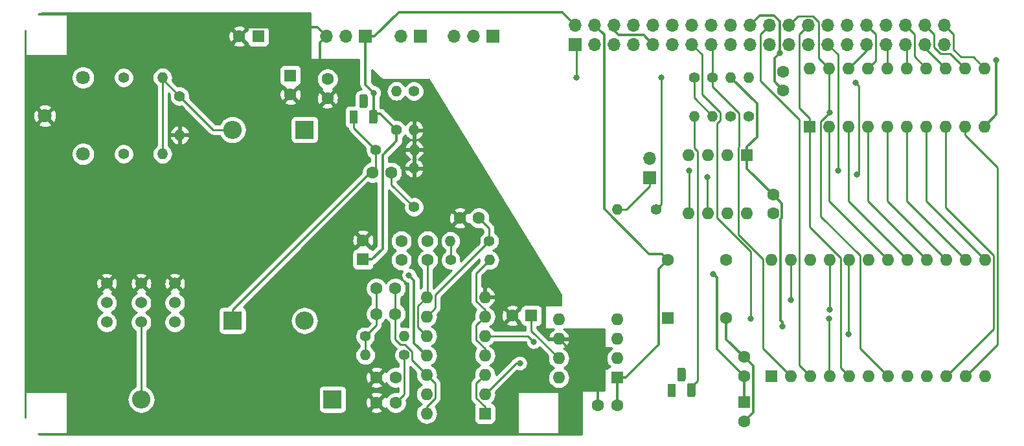
<source format=gbr>
G04 #@! TF.GenerationSoftware,KiCad,Pcbnew,(5.1.4-0-10_14)*
G04 #@! TF.CreationDate,2019-10-30T10:31:09-07:00*
G04 #@! TF.ProjectId,RAdLib,5241644c-6962-42e6-9b69-6361645f7063,1.0*
G04 #@! TF.SameCoordinates,Original*
G04 #@! TF.FileFunction,Copper,L2,Bot*
G04 #@! TF.FilePolarity,Positive*
%FSLAX46Y46*%
G04 Gerber Fmt 4.6, Leading zero omitted, Abs format (unit mm)*
G04 Created by KiCad (PCBNEW (5.1.4-0-10_14)) date 2019-10-30 10:31:09*
%MOMM*%
%LPD*%
G04 APERTURE LIST*
%ADD10O,1.600000X1.600000*%
%ADD11R,1.600000X1.600000*%
%ADD12O,1.400000X1.400000*%
%ADD13C,1.400000*%
%ADD14C,1.524000*%
%ADD15O,1.700000X1.700000*%
%ADD16R,1.700000X1.700000*%
%ADD17C,1.600000*%
%ADD18R,2.400000X2.400000*%
%ADD19O,2.400000X2.400000*%
%ADD20C,1.800000*%
%ADD21C,0.100000*%
%ADD22C,1.100000*%
%ADD23R,1.100000X1.800000*%
%ADD24C,0.800000*%
%ADD25C,0.350000*%
%ADD26C,0.250000*%
%ADD27C,0.254000*%
G04 APERTURE END LIST*
D10*
X129105000Y-140800000D03*
X136725000Y-125560000D03*
X129105000Y-138260000D03*
X136725000Y-128100000D03*
X129105000Y-135720000D03*
X136725000Y-130640000D03*
X129105000Y-133180000D03*
X136725000Y-133180000D03*
X129105000Y-130640000D03*
X136725000Y-135720000D03*
X129105000Y-128100000D03*
X136725000Y-138260000D03*
X129105000Y-125560000D03*
D11*
X136725000Y-140800000D03*
D12*
X166500000Y-101855000D03*
D13*
X166500000Y-96775000D03*
D14*
X96200000Y-126300000D03*
X96200000Y-128840000D03*
X96200000Y-123760000D03*
X91800000Y-126300000D03*
X91800000Y-128840000D03*
X91800000Y-123760000D03*
D15*
X125760000Y-91400000D03*
D16*
X128300000Y-91400000D03*
D15*
X132720000Y-91400000D03*
X135260000Y-91400000D03*
D16*
X137800000Y-91400000D03*
D15*
X116020000Y-91400000D03*
X118560000Y-91400000D03*
D16*
X121100000Y-91400000D03*
D14*
X87300000Y-123760000D03*
X87300000Y-128840000D03*
X87300000Y-126300000D03*
D11*
X174200000Y-135900000D03*
D10*
X202140000Y-120660000D03*
X176740000Y-135900000D03*
X199600000Y-120660000D03*
X179280000Y-135900000D03*
X197060000Y-120660000D03*
X181820000Y-135900000D03*
X194520000Y-120660000D03*
X184360000Y-135900000D03*
X191980000Y-120660000D03*
X186900000Y-135900000D03*
X189440000Y-120660000D03*
X189440000Y-135900000D03*
X186900000Y-120660000D03*
X191980000Y-135900000D03*
X184360000Y-120660000D03*
X194520000Y-135900000D03*
X181820000Y-120660000D03*
X197060000Y-135900000D03*
X179280000Y-120660000D03*
X199600000Y-135900000D03*
X176740000Y-120660000D03*
X202140000Y-135900000D03*
X174200000Y-120660000D03*
D16*
X148550000Y-92450000D03*
D15*
X148550000Y-89910000D03*
X151090000Y-92450000D03*
X151090000Y-89910000D03*
X153630000Y-92450000D03*
X153630000Y-89910000D03*
X156170000Y-92450000D03*
X156170000Y-89910000D03*
X158710000Y-92450000D03*
X158710000Y-89910000D03*
X161250000Y-92450000D03*
X161250000Y-89910000D03*
X163790000Y-92450000D03*
X163790000Y-89910000D03*
X166330000Y-92450000D03*
X166330000Y-89910000D03*
X168870000Y-92450000D03*
X168870000Y-89910000D03*
X171410000Y-92450000D03*
X171410000Y-89910000D03*
X173950000Y-92450000D03*
X173950000Y-89910000D03*
X176490000Y-92450000D03*
X176490000Y-89910000D03*
X179030000Y-92450000D03*
X179030000Y-89910000D03*
X181570000Y-92450000D03*
X181570000Y-89910000D03*
X184110000Y-92450000D03*
X184110000Y-89910000D03*
X186650000Y-92450000D03*
X186650000Y-89910000D03*
X189190000Y-92450000D03*
X189190000Y-89910000D03*
X191730000Y-92450000D03*
X191730000Y-89910000D03*
X194270000Y-92450000D03*
X194270000Y-89910000D03*
X196810000Y-92450000D03*
X196810000Y-89910000D03*
D12*
X171225000Y-96770000D03*
D13*
X171225000Y-101850000D03*
X168850000Y-101850000D03*
D12*
X168850000Y-96770000D03*
D11*
X154000000Y-136100000D03*
D10*
X146380000Y-128480000D03*
X154000000Y-133560000D03*
X146380000Y-131020000D03*
X154000000Y-131020000D03*
X146380000Y-133560000D03*
X154000000Y-128480000D03*
X146380000Y-136100000D03*
D11*
X179200000Y-103200000D03*
D10*
X202060000Y-95580000D03*
X181740000Y-103200000D03*
X199520000Y-95580000D03*
X184280000Y-103200000D03*
X196980000Y-95580000D03*
X186820000Y-103200000D03*
X194440000Y-95580000D03*
X189360000Y-103200000D03*
X191900000Y-95580000D03*
X191900000Y-103200000D03*
X189360000Y-95580000D03*
X194440000Y-103200000D03*
X186820000Y-95580000D03*
X196980000Y-103200000D03*
X184280000Y-95580000D03*
X199520000Y-103200000D03*
X181740000Y-95580000D03*
X202060000Y-103200000D03*
X179200000Y-95580000D03*
X171000000Y-114620000D03*
X163380000Y-107000000D03*
X168460000Y-114620000D03*
X165920000Y-107000000D03*
X165920000Y-114620000D03*
X168460000Y-107000000D03*
X163380000Y-114620000D03*
D11*
X171000000Y-107000000D03*
D17*
X170600000Y-133400000D03*
X170600000Y-135900000D03*
X154000000Y-139700000D03*
X151500000Y-139700000D03*
X175750000Y-96000000D03*
X175750000Y-98500000D03*
X174400000Y-112100000D03*
X174400000Y-114600000D03*
D18*
X103725000Y-128625000D03*
D19*
X103725000Y-103625000D03*
D20*
X79200000Y-101800000D03*
X84200000Y-106800000D03*
X84200000Y-96800000D03*
D12*
X94580000Y-106800000D03*
D13*
X89500000Y-106800000D03*
X89500000Y-96800000D03*
D12*
X94580000Y-96800000D03*
D11*
X170600000Y-139300000D03*
D17*
X170600000Y-141800000D03*
D16*
X158300000Y-109900000D03*
D15*
X158300000Y-107360000D03*
D13*
X159100000Y-114100000D03*
D12*
X154020000Y-114100000D03*
D21*
G36*
X162721955Y-134781324D02*
G01*
X162748650Y-134785284D01*
X162774828Y-134791841D01*
X162800238Y-134800933D01*
X162824634Y-134812472D01*
X162847782Y-134826346D01*
X162869458Y-134842422D01*
X162889454Y-134860546D01*
X162907578Y-134880542D01*
X162923654Y-134902218D01*
X162937528Y-134925366D01*
X162949067Y-134949762D01*
X162958159Y-134975172D01*
X162964716Y-135001350D01*
X162968676Y-135028045D01*
X162970000Y-135055000D01*
X162970000Y-136305000D01*
X162968676Y-136331955D01*
X162964716Y-136358650D01*
X162958159Y-136384828D01*
X162949067Y-136410238D01*
X162937528Y-136434634D01*
X162923654Y-136457782D01*
X162907578Y-136479458D01*
X162889454Y-136499454D01*
X162869458Y-136517578D01*
X162847782Y-136533654D01*
X162824634Y-136547528D01*
X162800238Y-136559067D01*
X162774828Y-136568159D01*
X162748650Y-136574716D01*
X162721955Y-136578676D01*
X162695000Y-136580000D01*
X162145000Y-136580000D01*
X162118045Y-136578676D01*
X162091350Y-136574716D01*
X162065172Y-136568159D01*
X162039762Y-136559067D01*
X162015366Y-136547528D01*
X161992218Y-136533654D01*
X161970542Y-136517578D01*
X161950546Y-136499454D01*
X161932422Y-136479458D01*
X161916346Y-136457782D01*
X161902472Y-136434634D01*
X161890933Y-136410238D01*
X161881841Y-136384828D01*
X161875284Y-136358650D01*
X161871324Y-136331955D01*
X161870000Y-136305000D01*
X161870000Y-135055000D01*
X161871324Y-135028045D01*
X161875284Y-135001350D01*
X161881841Y-134975172D01*
X161890933Y-134949762D01*
X161902472Y-134925366D01*
X161916346Y-134902218D01*
X161932422Y-134880542D01*
X161950546Y-134860546D01*
X161970542Y-134842422D01*
X161992218Y-134826346D01*
X162015366Y-134812472D01*
X162039762Y-134800933D01*
X162065172Y-134791841D01*
X162091350Y-134785284D01*
X162118045Y-134781324D01*
X162145000Y-134780000D01*
X162695000Y-134780000D01*
X162721955Y-134781324D01*
X162721955Y-134781324D01*
G37*
D22*
X162420000Y-135680000D03*
D21*
G36*
X163991955Y-136851324D02*
G01*
X164018650Y-136855284D01*
X164044828Y-136861841D01*
X164070238Y-136870933D01*
X164094634Y-136882472D01*
X164117782Y-136896346D01*
X164139458Y-136912422D01*
X164159454Y-136930546D01*
X164177578Y-136950542D01*
X164193654Y-136972218D01*
X164207528Y-136995366D01*
X164219067Y-137019762D01*
X164228159Y-137045172D01*
X164234716Y-137071350D01*
X164238676Y-137098045D01*
X164240000Y-137125000D01*
X164240000Y-138375000D01*
X164238676Y-138401955D01*
X164234716Y-138428650D01*
X164228159Y-138454828D01*
X164219067Y-138480238D01*
X164207528Y-138504634D01*
X164193654Y-138527782D01*
X164177578Y-138549458D01*
X164159454Y-138569454D01*
X164139458Y-138587578D01*
X164117782Y-138603654D01*
X164094634Y-138617528D01*
X164070238Y-138629067D01*
X164044828Y-138638159D01*
X164018650Y-138644716D01*
X163991955Y-138648676D01*
X163965000Y-138650000D01*
X163415000Y-138650000D01*
X163388045Y-138648676D01*
X163361350Y-138644716D01*
X163335172Y-138638159D01*
X163309762Y-138629067D01*
X163285366Y-138617528D01*
X163262218Y-138603654D01*
X163240542Y-138587578D01*
X163220546Y-138569454D01*
X163202422Y-138549458D01*
X163186346Y-138527782D01*
X163172472Y-138504634D01*
X163160933Y-138480238D01*
X163151841Y-138454828D01*
X163145284Y-138428650D01*
X163141324Y-138401955D01*
X163140000Y-138375000D01*
X163140000Y-137125000D01*
X163141324Y-137098045D01*
X163145284Y-137071350D01*
X163151841Y-137045172D01*
X163160933Y-137019762D01*
X163172472Y-136995366D01*
X163186346Y-136972218D01*
X163202422Y-136950542D01*
X163220546Y-136930546D01*
X163240542Y-136912422D01*
X163262218Y-136896346D01*
X163285366Y-136882472D01*
X163309762Y-136870933D01*
X163335172Y-136861841D01*
X163361350Y-136855284D01*
X163388045Y-136851324D01*
X163415000Y-136850000D01*
X163965000Y-136850000D01*
X163991955Y-136851324D01*
X163991955Y-136851324D01*
G37*
D22*
X163690000Y-137750000D03*
D23*
X161150000Y-137750000D03*
D11*
X160650000Y-128300000D03*
D17*
X160650000Y-120680000D03*
X168270000Y-120680000D03*
X168270000Y-128300000D03*
D13*
X164100000Y-96775000D03*
D12*
X164100000Y-101855000D03*
D17*
X125050000Y-136075000D03*
X122550000Y-136075000D03*
X116150000Y-97000000D03*
X116150000Y-99500000D03*
D11*
X111300000Y-96525000D03*
D17*
X111300000Y-99025000D03*
X120800000Y-118100000D03*
D11*
X120800000Y-120600000D03*
X142800000Y-127975000D03*
D17*
X140300000Y-127975000D03*
X133450000Y-115200000D03*
X135950000Y-115200000D03*
X129250000Y-120700000D03*
X129250000Y-118200000D03*
X125800000Y-118200000D03*
X125800000Y-120700000D03*
X122550000Y-139375000D03*
X125050000Y-139375000D03*
X125025000Y-127750000D03*
X122525000Y-127750000D03*
X125025000Y-124425000D03*
X122525000Y-124425000D03*
D19*
X91800000Y-138950000D03*
D18*
X116800000Y-138950000D03*
X113150000Y-103625000D03*
D19*
X113150000Y-128625000D03*
D17*
X124525000Y-109225000D03*
X122025000Y-109225000D03*
D21*
G36*
X121146955Y-98981324D02*
G01*
X121173650Y-98985284D01*
X121199828Y-98991841D01*
X121225238Y-99000933D01*
X121249634Y-99012472D01*
X121272782Y-99026346D01*
X121294458Y-99042422D01*
X121314454Y-99060546D01*
X121332578Y-99080542D01*
X121348654Y-99102218D01*
X121362528Y-99125366D01*
X121374067Y-99149762D01*
X121383159Y-99175172D01*
X121389716Y-99201350D01*
X121393676Y-99228045D01*
X121395000Y-99255000D01*
X121395000Y-100505000D01*
X121393676Y-100531955D01*
X121389716Y-100558650D01*
X121383159Y-100584828D01*
X121374067Y-100610238D01*
X121362528Y-100634634D01*
X121348654Y-100657782D01*
X121332578Y-100679458D01*
X121314454Y-100699454D01*
X121294458Y-100717578D01*
X121272782Y-100733654D01*
X121249634Y-100747528D01*
X121225238Y-100759067D01*
X121199828Y-100768159D01*
X121173650Y-100774716D01*
X121146955Y-100778676D01*
X121120000Y-100780000D01*
X120570000Y-100780000D01*
X120543045Y-100778676D01*
X120516350Y-100774716D01*
X120490172Y-100768159D01*
X120464762Y-100759067D01*
X120440366Y-100747528D01*
X120417218Y-100733654D01*
X120395542Y-100717578D01*
X120375546Y-100699454D01*
X120357422Y-100679458D01*
X120341346Y-100657782D01*
X120327472Y-100634634D01*
X120315933Y-100610238D01*
X120306841Y-100584828D01*
X120300284Y-100558650D01*
X120296324Y-100531955D01*
X120295000Y-100505000D01*
X120295000Y-99255000D01*
X120296324Y-99228045D01*
X120300284Y-99201350D01*
X120306841Y-99175172D01*
X120315933Y-99149762D01*
X120327472Y-99125366D01*
X120341346Y-99102218D01*
X120357422Y-99080542D01*
X120375546Y-99060546D01*
X120395542Y-99042422D01*
X120417218Y-99026346D01*
X120440366Y-99012472D01*
X120464762Y-99000933D01*
X120490172Y-98991841D01*
X120516350Y-98985284D01*
X120543045Y-98981324D01*
X120570000Y-98980000D01*
X121120000Y-98980000D01*
X121146955Y-98981324D01*
X121146955Y-98981324D01*
G37*
D22*
X120845000Y-99880000D03*
D21*
G36*
X122416955Y-101051324D02*
G01*
X122443650Y-101055284D01*
X122469828Y-101061841D01*
X122495238Y-101070933D01*
X122519634Y-101082472D01*
X122542782Y-101096346D01*
X122564458Y-101112422D01*
X122584454Y-101130546D01*
X122602578Y-101150542D01*
X122618654Y-101172218D01*
X122632528Y-101195366D01*
X122644067Y-101219762D01*
X122653159Y-101245172D01*
X122659716Y-101271350D01*
X122663676Y-101298045D01*
X122665000Y-101325000D01*
X122665000Y-102575000D01*
X122663676Y-102601955D01*
X122659716Y-102628650D01*
X122653159Y-102654828D01*
X122644067Y-102680238D01*
X122632528Y-102704634D01*
X122618654Y-102727782D01*
X122602578Y-102749458D01*
X122584454Y-102769454D01*
X122564458Y-102787578D01*
X122542782Y-102803654D01*
X122519634Y-102817528D01*
X122495238Y-102829067D01*
X122469828Y-102838159D01*
X122443650Y-102844716D01*
X122416955Y-102848676D01*
X122390000Y-102850000D01*
X121840000Y-102850000D01*
X121813045Y-102848676D01*
X121786350Y-102844716D01*
X121760172Y-102838159D01*
X121734762Y-102829067D01*
X121710366Y-102817528D01*
X121687218Y-102803654D01*
X121665542Y-102787578D01*
X121645546Y-102769454D01*
X121627422Y-102749458D01*
X121611346Y-102727782D01*
X121597472Y-102704634D01*
X121585933Y-102680238D01*
X121576841Y-102654828D01*
X121570284Y-102628650D01*
X121566324Y-102601955D01*
X121565000Y-102575000D01*
X121565000Y-101325000D01*
X121566324Y-101298045D01*
X121570284Y-101271350D01*
X121576841Y-101245172D01*
X121585933Y-101219762D01*
X121597472Y-101195366D01*
X121611346Y-101172218D01*
X121627422Y-101150542D01*
X121645546Y-101130546D01*
X121665542Y-101112422D01*
X121687218Y-101096346D01*
X121710366Y-101082472D01*
X121734762Y-101070933D01*
X121760172Y-101061841D01*
X121786350Y-101055284D01*
X121813045Y-101051324D01*
X121840000Y-101050000D01*
X122390000Y-101050000D01*
X122416955Y-101051324D01*
X122416955Y-101051324D01*
G37*
D22*
X122115000Y-101950000D03*
D23*
X119575000Y-101950000D03*
D13*
X132250000Y-120700000D03*
D12*
X137330000Y-120700000D03*
X132220000Y-118200000D03*
D13*
X137300000Y-118200000D03*
X121075000Y-130700000D03*
D12*
X126155000Y-130700000D03*
X121095000Y-133150000D03*
D13*
X126175000Y-133150000D03*
X125175000Y-103650000D03*
D12*
X125175000Y-98570000D03*
X127450000Y-103660000D03*
D13*
X127450000Y-98580000D03*
X122425000Y-106250000D03*
D12*
X127505000Y-106250000D03*
D13*
X127450000Y-113750000D03*
D12*
X127450000Y-108670000D03*
X96825000Y-104330000D03*
D13*
X96825000Y-99250000D03*
D11*
X107100000Y-91400000D03*
D17*
X104600000Y-91400000D03*
D24*
X175300000Y-93575000D03*
X203600000Y-94500000D03*
X175600000Y-129400000D03*
X89800000Y-127500000D03*
X94300000Y-127500000D03*
X159800000Y-96800000D03*
X148700000Y-96800000D03*
X166600000Y-122500000D03*
X126800000Y-122700000D03*
X122200000Y-98800000D03*
X182900000Y-109000000D03*
X163400000Y-109000000D03*
X185200000Y-97500000D03*
X185400000Y-109500000D03*
X165800000Y-109800000D03*
X171500000Y-128400000D03*
X181700000Y-128400000D03*
X181800000Y-101400000D03*
X184300000Y-130400000D03*
X181800000Y-127200000D03*
X176700000Y-125900000D03*
X143100000Y-131400000D03*
X141300000Y-134200000D03*
D25*
X175300000Y-93009315D02*
X175300000Y-93575000D01*
X175264999Y-92974314D02*
X175300000Y-93009315D01*
X175264999Y-89411997D02*
X175264999Y-92974314D01*
X174538001Y-88684999D02*
X175264999Y-89411997D01*
X172635001Y-88684999D02*
X174538001Y-88684999D01*
X171410000Y-89910000D02*
X172635001Y-88684999D01*
X203600000Y-101660000D02*
X202060000Y-103200000D01*
X203600000Y-94500000D02*
X203600000Y-101660000D01*
X171775001Y-134575001D02*
X170600000Y-133400000D01*
X171775001Y-140624999D02*
X171775001Y-134575001D01*
X170600000Y-141800000D02*
X171775001Y-140624999D01*
X174574999Y-94300001D02*
X175300000Y-93575000D01*
X174574999Y-97324999D02*
X174574999Y-94300001D01*
X175750000Y-98500000D02*
X174574999Y-97324999D01*
X168270000Y-131070000D02*
X170600000Y-133400000D01*
X168270000Y-128300000D02*
X168270000Y-131070000D01*
X175575001Y-113275001D02*
X174400000Y-112100000D01*
X175575001Y-115164001D02*
X175575001Y-113275001D01*
X175375001Y-115364001D02*
X175575001Y-115164001D01*
X175375001Y-128609316D02*
X175375001Y-115364001D01*
X175600000Y-128834315D02*
X175375001Y-128609316D01*
X175600000Y-129400000D02*
X175600000Y-128834315D01*
X171000000Y-108700000D02*
X174400000Y-112100000D01*
X171000000Y-107000000D02*
X171000000Y-108700000D01*
X172300001Y-100220001D02*
X168850000Y-96770000D01*
X171000000Y-105850000D02*
X172300001Y-104549999D01*
X172300001Y-104549999D02*
X172300001Y-100220001D01*
X171000000Y-107000000D02*
X171000000Y-105850000D01*
X157484999Y-91224999D02*
X158710000Y-92450000D01*
X154218001Y-91224999D02*
X157484999Y-91224999D01*
X153630000Y-90636998D02*
X154218001Y-91224999D01*
X153630000Y-89910000D02*
X153630000Y-90636998D01*
X132800000Y-91480000D02*
X132720000Y-91400000D01*
X151500000Y-136140000D02*
X146380000Y-131020000D01*
X151500000Y-139700000D02*
X151500000Y-136140000D01*
X115170001Y-95154999D02*
X112099999Y-98225001D01*
X115170001Y-92249999D02*
X115170001Y-95154999D01*
X112099999Y-98225001D02*
X111300000Y-99025000D01*
X116020000Y-91400000D02*
X115170001Y-92249999D01*
X115170001Y-90550001D02*
X116020000Y-91400000D01*
X105775001Y-90224999D02*
X114844999Y-90224999D01*
X114844999Y-90224999D02*
X115170001Y-90550001D01*
X104600000Y-91400000D02*
X105775001Y-90224999D01*
D26*
X125025000Y-127750000D02*
X125025000Y-124425000D01*
X129904999Y-136519999D02*
X129105000Y-135720000D01*
X130230001Y-136845001D02*
X129904999Y-136519999D01*
X130230001Y-138800001D02*
X130230001Y-136845001D01*
X129105000Y-139925002D02*
X130230001Y-138800001D01*
X129105000Y-140800000D02*
X129105000Y-139925002D01*
X125025000Y-128881370D02*
X125025000Y-127750000D01*
X125025000Y-131087002D02*
X125025000Y-128881370D01*
X125662999Y-131725001D02*
X125025000Y-131087002D01*
X127200001Y-132657999D02*
X126267003Y-131725001D01*
X127200001Y-133815001D02*
X127200001Y-132657999D01*
X126267003Y-131725001D02*
X125662999Y-131725001D01*
X129105000Y-135720000D02*
X127200001Y-133815001D01*
X166500000Y-101495000D02*
X166500000Y-101855000D01*
X164100000Y-99455000D02*
X166500000Y-101855000D01*
X164100000Y-96775000D02*
X164100000Y-99455000D01*
X159800000Y-113400000D02*
X159800000Y-96800000D01*
X159100000Y-114100000D02*
X159800000Y-113400000D01*
X148700000Y-92600000D02*
X148550000Y-92450000D01*
X148700000Y-96800000D02*
X148700000Y-92600000D01*
D25*
X170600000Y-135900000D02*
X170600000Y-139300000D01*
X167094999Y-132394999D02*
X170600000Y-135900000D01*
X167094999Y-122994999D02*
X167094999Y-132394999D01*
X166600000Y-122500000D02*
X167094999Y-122994999D01*
X122300000Y-91400000D02*
X121100000Y-91400000D01*
X125475010Y-88224990D02*
X122300000Y-91400000D01*
X146864990Y-88224990D02*
X125475010Y-88224990D01*
X148550000Y-89910000D02*
X146864990Y-88224990D01*
X154000000Y-136100000D02*
X154000000Y-139700000D01*
X159474999Y-131775001D02*
X159474999Y-121855001D01*
X159474999Y-121855001D02*
X160650000Y-120680000D01*
X155150000Y-136100000D02*
X159474999Y-131775001D01*
X154000000Y-136100000D02*
X155150000Y-136100000D01*
X127479989Y-123379989D02*
X126800000Y-122700000D01*
X127479989Y-131554989D02*
X127479989Y-123379989D01*
X129105000Y-133180000D02*
X127479989Y-131554989D01*
X122200000Y-101465000D02*
X122115000Y-101550000D01*
X122200000Y-98800000D02*
X122200000Y-101465000D01*
X123075000Y-101550000D02*
X125175000Y-103650000D01*
X122115000Y-101550000D02*
X123075000Y-101550000D01*
X125175000Y-105091002D02*
X125175000Y-104639949D01*
X123349999Y-106916003D02*
X125175000Y-105091002D01*
X125175000Y-104639949D02*
X125175000Y-103650000D01*
X121950000Y-120600000D02*
X123349999Y-119200001D01*
X123349999Y-119200001D02*
X123349999Y-106916003D01*
X120800000Y-120600000D02*
X121950000Y-120600000D01*
X121100000Y-97700000D02*
X122200000Y-98800000D01*
X121100000Y-91400000D02*
X121100000Y-97700000D01*
X152315001Y-91135001D02*
X151939999Y-90759999D01*
X151939999Y-90759999D02*
X151090000Y-89910000D01*
X158208999Y-119880001D02*
X152315001Y-113986003D01*
X159850001Y-119880001D02*
X158208999Y-119880001D01*
X152315001Y-113986003D02*
X152315001Y-91135001D01*
X160650000Y-120680000D02*
X159850001Y-119880001D01*
D26*
X151100000Y-92460000D02*
X151090000Y-92450000D01*
X153600000Y-92480000D02*
X153630000Y-92450000D01*
X182900000Y-93780000D02*
X182900000Y-109000000D01*
X181570000Y-92450000D02*
X182900000Y-93780000D01*
X163400000Y-114600000D02*
X163380000Y-114620000D01*
X163400000Y-109000000D02*
X163400000Y-114600000D01*
X185599999Y-109300001D02*
X185400000Y-109500000D01*
X185599999Y-97899999D02*
X185599999Y-109300001D01*
X185200000Y-97500000D02*
X185599999Y-97899999D01*
X165800000Y-114500000D02*
X165920000Y-114620000D01*
X165800000Y-109800000D02*
X165800000Y-114500000D01*
X195445001Y-91085001D02*
X194270000Y-89910000D01*
X196245999Y-93625001D02*
X195445001Y-92824003D01*
X197565001Y-93625001D02*
X196245999Y-93625001D01*
X195445001Y-92824003D02*
X195445001Y-91085001D01*
X199520000Y-95580000D02*
X197565001Y-93625001D01*
X197985001Y-91085001D02*
X196810000Y-89910000D01*
X197985001Y-93144637D02*
X197985001Y-91085001D01*
X198965374Y-94125010D02*
X197985001Y-93144637D01*
X200605010Y-94125010D02*
X198965374Y-94125010D01*
X202060000Y-95580000D02*
X200605010Y-94125010D01*
X189360000Y-92620000D02*
X189190000Y-92450000D01*
X189360000Y-95580000D02*
X189360000Y-92620000D01*
X194270000Y-92870000D02*
X194270000Y-92450000D01*
X196980000Y-95580000D02*
X194270000Y-92870000D01*
X192905001Y-91085001D02*
X191730000Y-89910000D01*
X192905001Y-94045001D02*
X192905001Y-91085001D01*
X194440000Y-95580000D02*
X192905001Y-94045001D01*
X187825001Y-91085001D02*
X186650000Y-89910000D01*
X187825001Y-94574999D02*
X187825001Y-91085001D01*
X186820000Y-95580000D02*
X187825001Y-94574999D01*
X191900000Y-92620000D02*
X191730000Y-92450000D01*
X191900000Y-95580000D02*
X191900000Y-92620000D01*
X186650000Y-93210000D02*
X186650000Y-92450000D01*
X184280000Y-95580000D02*
X186650000Y-93210000D01*
X166500000Y-92620000D02*
X166330000Y-92450000D01*
X166500000Y-96775000D02*
X166500000Y-92620000D01*
X173074999Y-132234999D02*
X176740000Y-135900000D01*
X173074999Y-120553589D02*
X173074999Y-132234999D01*
X169874999Y-117353589D02*
X173074999Y-120553589D01*
X169939999Y-105874999D02*
X169874999Y-105939999D01*
X169874999Y-105939999D02*
X169874999Y-117353589D01*
X169939999Y-101422997D02*
X169939999Y-105874999D01*
X166500000Y-97982998D02*
X169939999Y-101422997D01*
X166500000Y-96775000D02*
X166500000Y-97982998D01*
X164100000Y-136940000D02*
X163690000Y-137350000D01*
X164505001Y-136534999D02*
X163690000Y-137350000D01*
X164505001Y-106459999D02*
X164505001Y-136534999D01*
X164100000Y-106054998D02*
X164505001Y-106459999D01*
X164100000Y-101855000D02*
X164100000Y-106054998D01*
X184200000Y-135740000D02*
X184360000Y-135900000D01*
X183234999Y-134774999D02*
X184360000Y-135900000D01*
X179200000Y-116374998D02*
X183234999Y-120409997D01*
X183234999Y-120409997D02*
X183234999Y-134774999D01*
X179200000Y-103200000D02*
X179200000Y-116374998D01*
X179200000Y-102150000D02*
X179200000Y-103200000D01*
X177854999Y-91085001D02*
X177854999Y-100804999D01*
X177854999Y-100804999D02*
X179200000Y-102150000D01*
X179030000Y-89910000D02*
X177854999Y-91085001D01*
X194440000Y-112960000D02*
X202140000Y-120660000D01*
X194440000Y-103200000D02*
X194440000Y-112960000D01*
X191900000Y-112960000D02*
X199600000Y-120660000D01*
X191900000Y-103200000D02*
X191900000Y-112960000D01*
X172774999Y-91085001D02*
X173950000Y-89910000D01*
X177865001Y-102280003D02*
X172774999Y-97190001D01*
X177865001Y-134485001D02*
X177865001Y-102280003D01*
X172774999Y-97190001D02*
X172774999Y-91085001D01*
X179280000Y-135900000D02*
X177865001Y-134485001D01*
X189360000Y-112960000D02*
X197060000Y-120660000D01*
X189360000Y-103200000D02*
X189360000Y-112960000D01*
X181800000Y-135880000D02*
X181820000Y-135900000D01*
X167045001Y-102827001D02*
X167045001Y-115160001D01*
X167045001Y-115160001D02*
X171500000Y-119615000D01*
X167525001Y-102347001D02*
X167045001Y-102827001D01*
X165125001Y-98962999D02*
X167525001Y-101362999D01*
X165125001Y-93785001D02*
X165125001Y-98962999D01*
X167525001Y-101362999D02*
X167525001Y-102347001D01*
X171500000Y-119615000D02*
X171500000Y-128400000D01*
X163790000Y-92450000D02*
X165125001Y-93785001D01*
X181700000Y-135780000D02*
X181820000Y-135900000D01*
X181700000Y-128400000D02*
X181700000Y-135780000D01*
X186820000Y-112960000D02*
X194520000Y-120660000D01*
X186820000Y-103200000D02*
X186820000Y-112960000D01*
X184280000Y-112960000D02*
X191980000Y-120660000D01*
X184280000Y-103200000D02*
X184280000Y-112960000D01*
X181740000Y-112960000D02*
X189440000Y-120660000D01*
X181740000Y-103200000D02*
X181740000Y-112960000D01*
X189500000Y-135840000D02*
X189440000Y-135900000D01*
X180394999Y-94234999D02*
X181740000Y-95580000D01*
X180394999Y-89535997D02*
X180394999Y-94234999D01*
X179594001Y-88734999D02*
X180394999Y-89535997D01*
X177665001Y-88734999D02*
X179594001Y-88734999D01*
X176490000Y-89910000D02*
X177665001Y-88734999D01*
X181740000Y-101340000D02*
X181800000Y-101400000D01*
X181740000Y-95580000D02*
X181740000Y-101340000D01*
X185774999Y-132234999D02*
X189440000Y-135900000D01*
X185774999Y-120119999D02*
X185774999Y-132234999D01*
X180614999Y-114959999D02*
X185774999Y-120119999D01*
X180614999Y-102585001D02*
X180614999Y-114959999D01*
X181800000Y-101400000D02*
X180614999Y-102585001D01*
X184350000Y-120670000D02*
X184360000Y-120660000D01*
X184300000Y-120720000D02*
X184360000Y-120660000D01*
X184300000Y-130400000D02*
X184300000Y-120720000D01*
X181850000Y-120690000D02*
X181820000Y-120660000D01*
X181800000Y-120680000D02*
X181820000Y-120660000D01*
X181800000Y-127200000D02*
X181800000Y-120680000D01*
X203265001Y-129694999D02*
X197060000Y-135900000D01*
X203265001Y-120119999D02*
X203265001Y-129694999D01*
X196980000Y-113834998D02*
X203265001Y-120119999D01*
X196980000Y-103200000D02*
X196980000Y-113834998D01*
X203715011Y-131784989D02*
X199600000Y-135900000D01*
X203715011Y-108526381D02*
X203715011Y-131784989D01*
X199520000Y-104331370D02*
X203715011Y-108526381D01*
X199520000Y-103200000D02*
X199520000Y-104331370D01*
X176800000Y-120720000D02*
X176740000Y-120660000D01*
X176700000Y-120700000D02*
X176740000Y-120660000D01*
X176700000Y-125900000D02*
X176700000Y-120700000D01*
X142340000Y-130640000D02*
X136725000Y-130640000D01*
X143100000Y-131400000D02*
X142340000Y-130640000D01*
X135925001Y-136519999D02*
X136725000Y-135720000D01*
X135599999Y-136845001D02*
X135925001Y-136519999D01*
X135599999Y-138800001D02*
X135599999Y-136845001D01*
X136725000Y-139925002D02*
X135599999Y-138800001D01*
X136725000Y-140800000D02*
X136725000Y-139925002D01*
X136725000Y-140775000D02*
X136725000Y-140800000D01*
X142800000Y-129980000D02*
X142800000Y-127975000D01*
X146380000Y-133560000D02*
X142800000Y-129980000D01*
X140785000Y-134200000D02*
X141300000Y-134200000D01*
X136725000Y-138260000D02*
X140785000Y-134200000D01*
X137300000Y-116550000D02*
X135950000Y-115200000D01*
X137300000Y-118200000D02*
X137300000Y-116550000D01*
X136600001Y-118899999D02*
X137300000Y-118200000D01*
X130230001Y-125269999D02*
X136600001Y-118899999D01*
X130230001Y-126974999D02*
X130230001Y-125269999D01*
X129105000Y-128100000D02*
X130230001Y-126974999D01*
X129250000Y-125415000D02*
X129105000Y-125560000D01*
X129250000Y-120700000D02*
X129250000Y-125415000D01*
X128305001Y-129840001D02*
X129105000Y-130640000D01*
X127979999Y-129514999D02*
X128305001Y-129840001D01*
X127979999Y-126685001D02*
X127979999Y-129514999D01*
X129105000Y-125560000D02*
X127979999Y-126685001D01*
X132250000Y-118230000D02*
X132220000Y-118200000D01*
X132250000Y-120700000D02*
X132250000Y-118230000D01*
X121095000Y-130720000D02*
X121075000Y-130700000D01*
X121095000Y-133150000D02*
X121095000Y-130720000D01*
X122525000Y-129250000D02*
X122525000Y-127750000D01*
X121075000Y-130700000D02*
X122525000Y-129250000D01*
X122525000Y-126618630D02*
X122525000Y-124425000D01*
X122525000Y-127750000D02*
X122525000Y-126618630D01*
X94580000Y-96800000D02*
X94580000Y-106800000D01*
X101200000Y-103625000D02*
X96825000Y-99250000D01*
X103725000Y-103625000D02*
X101200000Y-103625000D01*
X94580000Y-97005000D02*
X94580000Y-96800000D01*
X96825000Y-99250000D02*
X94580000Y-97005000D01*
X155200000Y-114100000D02*
X154020000Y-114100000D01*
X158300000Y-111000000D02*
X155200000Y-114100000D01*
X158300000Y-109900000D02*
X158300000Y-111000000D01*
X135925001Y-128899999D02*
X136725000Y-128100000D01*
X135599999Y-129225001D02*
X135925001Y-128899999D01*
X135599999Y-131180001D02*
X135599999Y-129225001D01*
X136725000Y-132305002D02*
X135599999Y-131180001D01*
X136725000Y-133180000D02*
X136725000Y-132305002D01*
X136630001Y-121399999D02*
X137330000Y-120700000D01*
X136725000Y-127225002D02*
X135599999Y-126100001D01*
X135599999Y-122430001D02*
X136630001Y-121399999D01*
X135599999Y-126100001D02*
X135599999Y-122430001D01*
X136725000Y-128100000D02*
X136725000Y-127225002D01*
X126175000Y-138250000D02*
X125050000Y-139375000D01*
X126175000Y-133150000D02*
X126175000Y-138250000D01*
X91800000Y-138950000D02*
X91800000Y-128840000D01*
X124525000Y-110825000D02*
X127450000Y-113750000D01*
X124525000Y-109225000D02*
X124525000Y-110825000D01*
X121675000Y-109225000D02*
X122025000Y-109225000D01*
X103725000Y-127175000D02*
X121675000Y-109225000D01*
X103725000Y-128625000D02*
X103725000Y-127175000D01*
X119575000Y-103400000D02*
X122425000Y-106250000D01*
X119575000Y-101550000D02*
X119575000Y-103400000D01*
X122425000Y-108825000D02*
X122025000Y-109225000D01*
X122425000Y-106250000D02*
X122425000Y-108825000D01*
D27*
G36*
X113873000Y-94300000D02*
G01*
X113875440Y-94324776D01*
X113882667Y-94348601D01*
X113894403Y-94370557D01*
X113910197Y-94389803D01*
X113929443Y-94405597D01*
X113951399Y-94417333D01*
X113975224Y-94424560D01*
X114000000Y-94427000D01*
X120290000Y-94427000D01*
X120290001Y-97660202D01*
X120286081Y-97700000D01*
X120296401Y-97804774D01*
X120301721Y-97858788D01*
X120333356Y-97963072D01*
X120348038Y-98011473D01*
X120423251Y-98152189D01*
X120459532Y-98196397D01*
X120524473Y-98275528D01*
X120555383Y-98300895D01*
X120596416Y-98341928D01*
X120570000Y-98341928D01*
X120391868Y-98359472D01*
X120220582Y-98411431D01*
X120062724Y-98495808D01*
X119924361Y-98609361D01*
X119810808Y-98747724D01*
X119726431Y-98905582D01*
X119674472Y-99076868D01*
X119656928Y-99255000D01*
X119656928Y-100411928D01*
X119025000Y-100411928D01*
X118900518Y-100424188D01*
X118780820Y-100460498D01*
X118670506Y-100519463D01*
X118573815Y-100598815D01*
X118494463Y-100695506D01*
X118435498Y-100805820D01*
X118399188Y-100925518D01*
X118386928Y-101050000D01*
X118386928Y-102850000D01*
X118399188Y-102974482D01*
X118435498Y-103094180D01*
X118494463Y-103204494D01*
X118573815Y-103301185D01*
X118670506Y-103380537D01*
X118780820Y-103439502D01*
X118816274Y-103450257D01*
X118824424Y-103533000D01*
X118825998Y-103548985D01*
X118869454Y-103692246D01*
X118940026Y-103824276D01*
X118992312Y-103887986D01*
X119035000Y-103940001D01*
X119063998Y-103963799D01*
X121111355Y-106011157D01*
X121090000Y-106118514D01*
X121090000Y-106381486D01*
X121141304Y-106639405D01*
X121241939Y-106882359D01*
X121388038Y-107101013D01*
X121573987Y-107286962D01*
X121665000Y-107347775D01*
X121665001Y-107833496D01*
X121606426Y-107845147D01*
X121345273Y-107953320D01*
X121110241Y-108110363D01*
X120910363Y-108310241D01*
X120753320Y-108545273D01*
X120645147Y-108806426D01*
X120590000Y-109083665D01*
X120590000Y-109235197D01*
X103213998Y-126611201D01*
X103185000Y-126634999D01*
X103161202Y-126663997D01*
X103161201Y-126663998D01*
X103090026Y-126750724D01*
X103070674Y-126786928D01*
X102525000Y-126786928D01*
X102400518Y-126799188D01*
X102280820Y-126835498D01*
X102170506Y-126894463D01*
X102073815Y-126973815D01*
X101994463Y-127070506D01*
X101935498Y-127180820D01*
X101899188Y-127300518D01*
X101886928Y-127425000D01*
X101886928Y-129825000D01*
X101899188Y-129949482D01*
X101935498Y-130069180D01*
X101994463Y-130179494D01*
X102073815Y-130276185D01*
X102170506Y-130355537D01*
X102280820Y-130414502D01*
X102400518Y-130450812D01*
X102525000Y-130463072D01*
X104925000Y-130463072D01*
X105049482Y-130450812D01*
X105169180Y-130414502D01*
X105279494Y-130355537D01*
X105376185Y-130276185D01*
X105455537Y-130179494D01*
X105514502Y-130069180D01*
X105550812Y-129949482D01*
X105563072Y-129825000D01*
X105563072Y-128625000D01*
X111306122Y-128625000D01*
X111341552Y-128984723D01*
X111446479Y-129330622D01*
X111616871Y-129649404D01*
X111846181Y-129928819D01*
X112125596Y-130158129D01*
X112444378Y-130328521D01*
X112790277Y-130433448D01*
X113059861Y-130460000D01*
X113240139Y-130460000D01*
X113509723Y-130433448D01*
X113855622Y-130328521D01*
X114174404Y-130158129D01*
X114453819Y-129928819D01*
X114683129Y-129649404D01*
X114853521Y-129330622D01*
X114958448Y-128984723D01*
X114993878Y-128625000D01*
X114958448Y-128265277D01*
X114853521Y-127919378D01*
X114683129Y-127600596D01*
X114453819Y-127321181D01*
X114174404Y-127091871D01*
X113855622Y-126921479D01*
X113509723Y-126816552D01*
X113240139Y-126790000D01*
X113059861Y-126790000D01*
X112790277Y-126816552D01*
X112444378Y-126921479D01*
X112125596Y-127091871D01*
X111846181Y-127321181D01*
X111616871Y-127600596D01*
X111446479Y-127919378D01*
X111341552Y-128265277D01*
X111306122Y-128625000D01*
X105563072Y-128625000D01*
X105563072Y-127425000D01*
X105550812Y-127300518D01*
X105514502Y-127180820D01*
X105455537Y-127070506D01*
X105376185Y-126973815D01*
X105279494Y-126894463D01*
X105169180Y-126835498D01*
X105146257Y-126828544D01*
X113804290Y-118170512D01*
X119359783Y-118170512D01*
X119401213Y-118450130D01*
X119496397Y-118716292D01*
X119563329Y-118841514D01*
X119807298Y-118913097D01*
X120620395Y-118100000D01*
X120979605Y-118100000D01*
X121792702Y-118913097D01*
X122036671Y-118841514D01*
X122157571Y-118586004D01*
X122226300Y-118311816D01*
X122240217Y-118029488D01*
X122198787Y-117749870D01*
X122103603Y-117483708D01*
X122036671Y-117358486D01*
X121792702Y-117286903D01*
X120979605Y-118100000D01*
X120620395Y-118100000D01*
X119807298Y-117286903D01*
X119563329Y-117358486D01*
X119442429Y-117613996D01*
X119373700Y-117888184D01*
X119359783Y-118170512D01*
X113804290Y-118170512D01*
X114867504Y-117107298D01*
X119986903Y-117107298D01*
X120800000Y-117920395D01*
X121613097Y-117107298D01*
X121541514Y-116863329D01*
X121286004Y-116742429D01*
X121011816Y-116673700D01*
X120729488Y-116659783D01*
X120449870Y-116701213D01*
X120183708Y-116796397D01*
X120058486Y-116863329D01*
X119986903Y-117107298D01*
X114867504Y-117107298D01*
X121439212Y-110535591D01*
X121606426Y-110604853D01*
X121883665Y-110660000D01*
X122166335Y-110660000D01*
X122443574Y-110604853D01*
X122540000Y-110564912D01*
X122539999Y-118864488D01*
X122053208Y-119351280D01*
X122051185Y-119348815D01*
X121954494Y-119269463D01*
X121844180Y-119210498D01*
X121724482Y-119174188D01*
X121600000Y-119161928D01*
X121592785Y-119161928D01*
X121613097Y-119092702D01*
X120800000Y-118279605D01*
X119986903Y-119092702D01*
X120007215Y-119161928D01*
X120000000Y-119161928D01*
X119875518Y-119174188D01*
X119755820Y-119210498D01*
X119645506Y-119269463D01*
X119548815Y-119348815D01*
X119469463Y-119445506D01*
X119410498Y-119555820D01*
X119374188Y-119675518D01*
X119361928Y-119800000D01*
X119361928Y-121400000D01*
X119374188Y-121524482D01*
X119410498Y-121644180D01*
X119469463Y-121754494D01*
X119548815Y-121851185D01*
X119645506Y-121930537D01*
X119755820Y-121989502D01*
X119875518Y-122025812D01*
X120000000Y-122038072D01*
X121600000Y-122038072D01*
X121724482Y-122025812D01*
X121844180Y-121989502D01*
X121954494Y-121930537D01*
X122051185Y-121851185D01*
X122130537Y-121754494D01*
X122189502Y-121644180D01*
X122225812Y-121524482D01*
X122238072Y-121400000D01*
X122238072Y-121359062D01*
X122261473Y-121351963D01*
X122402189Y-121276749D01*
X122525528Y-121175528D01*
X122550899Y-121144613D01*
X123894618Y-119800895D01*
X123925527Y-119775529D01*
X124026748Y-119652190D01*
X124086599Y-119540217D01*
X124101962Y-119511475D01*
X124148279Y-119358789D01*
X124163918Y-119200001D01*
X124159999Y-119160210D01*
X124159999Y-116192702D01*
X132636903Y-116192702D01*
X132708486Y-116436671D01*
X132963996Y-116557571D01*
X133238184Y-116626300D01*
X133520512Y-116640217D01*
X133800130Y-116598787D01*
X134066292Y-116503603D01*
X134191514Y-116436671D01*
X134263097Y-116192702D01*
X133450000Y-115379605D01*
X132636903Y-116192702D01*
X124159999Y-116192702D01*
X124159999Y-115270512D01*
X132009783Y-115270512D01*
X132051213Y-115550130D01*
X132146397Y-115816292D01*
X132213329Y-115941514D01*
X132457298Y-116013097D01*
X133270395Y-115200000D01*
X132457298Y-114386903D01*
X132213329Y-114458486D01*
X132092429Y-114713996D01*
X132023700Y-114988184D01*
X132009783Y-115270512D01*
X124159999Y-115270512D01*
X124159999Y-111534800D01*
X126136355Y-113511157D01*
X126115000Y-113618514D01*
X126115000Y-113881486D01*
X126166304Y-114139405D01*
X126266939Y-114382359D01*
X126413038Y-114601013D01*
X126598987Y-114786962D01*
X126817641Y-114933061D01*
X127060595Y-115033696D01*
X127318514Y-115085000D01*
X127581486Y-115085000D01*
X127839405Y-115033696D01*
X128082359Y-114933061D01*
X128301013Y-114786962D01*
X128486962Y-114601013D01*
X128633061Y-114382359D01*
X128705573Y-114207298D01*
X132636903Y-114207298D01*
X133450000Y-115020395D01*
X134263097Y-114207298D01*
X134191514Y-113963329D01*
X133936004Y-113842429D01*
X133661816Y-113773700D01*
X133379488Y-113759783D01*
X133099870Y-113801213D01*
X132833708Y-113896397D01*
X132708486Y-113963329D01*
X132636903Y-114207298D01*
X128705573Y-114207298D01*
X128733696Y-114139405D01*
X128785000Y-113881486D01*
X128785000Y-113618514D01*
X128733696Y-113360595D01*
X128633061Y-113117641D01*
X128486962Y-112898987D01*
X128301013Y-112713038D01*
X128082359Y-112566939D01*
X127839405Y-112466304D01*
X127581486Y-112415000D01*
X127318514Y-112415000D01*
X127211157Y-112436355D01*
X125285000Y-110510199D01*
X125285000Y-110443043D01*
X125439759Y-110339637D01*
X125639637Y-110139759D01*
X125796680Y-109904727D01*
X125904853Y-109643574D01*
X125960000Y-109366335D01*
X125960000Y-109083665D01*
X125944021Y-109003330D01*
X126157278Y-109003330D01*
X126247147Y-109249123D01*
X126383241Y-109472660D01*
X126560330Y-109665351D01*
X126771608Y-109819792D01*
X127008956Y-109930047D01*
X127116671Y-109962716D01*
X127323000Y-109839374D01*
X127323000Y-108797000D01*
X127577000Y-108797000D01*
X127577000Y-109839374D01*
X127783329Y-109962716D01*
X127891044Y-109930047D01*
X128128392Y-109819792D01*
X128339670Y-109665351D01*
X128516759Y-109472660D01*
X128652853Y-109249123D01*
X128742722Y-109003330D01*
X128620201Y-108797000D01*
X127577000Y-108797000D01*
X127323000Y-108797000D01*
X126279799Y-108797000D01*
X126157278Y-109003330D01*
X125944021Y-109003330D01*
X125904853Y-108806426D01*
X125796680Y-108545273D01*
X125657297Y-108336670D01*
X126157278Y-108336670D01*
X126279799Y-108543000D01*
X127323000Y-108543000D01*
X127323000Y-107500626D01*
X127577000Y-107500626D01*
X127577000Y-108543000D01*
X128620201Y-108543000D01*
X128742722Y-108336670D01*
X128652853Y-108090877D01*
X128516759Y-107867340D01*
X128339670Y-107674649D01*
X128128392Y-107520208D01*
X128027759Y-107473461D01*
X128084123Y-107452853D01*
X128307660Y-107316759D01*
X128500351Y-107139670D01*
X128654792Y-106928392D01*
X128765047Y-106691044D01*
X128797716Y-106583329D01*
X128674374Y-106377000D01*
X127632000Y-106377000D01*
X127632000Y-107420201D01*
X127671901Y-107443895D01*
X127577000Y-107500626D01*
X127323000Y-107500626D01*
X127282915Y-107476663D01*
X127378000Y-107420201D01*
X127378000Y-106377000D01*
X126335626Y-106377000D01*
X126212284Y-106583329D01*
X126244953Y-106691044D01*
X126355208Y-106928392D01*
X126509649Y-107139670D01*
X126702340Y-107316759D01*
X126921864Y-107450410D01*
X126771608Y-107520208D01*
X126560330Y-107674649D01*
X126383241Y-107867340D01*
X126247147Y-108090877D01*
X126157278Y-108336670D01*
X125657297Y-108336670D01*
X125639637Y-108310241D01*
X125439759Y-108110363D01*
X125204727Y-107953320D01*
X124943574Y-107845147D01*
X124666335Y-107790000D01*
X124383665Y-107790000D01*
X124159999Y-107834491D01*
X124159999Y-107251515D01*
X125494843Y-105916671D01*
X126212284Y-105916671D01*
X126335626Y-106123000D01*
X127378000Y-106123000D01*
X127378000Y-105079799D01*
X127632000Y-105079799D01*
X127632000Y-106123000D01*
X128674374Y-106123000D01*
X128797716Y-105916671D01*
X128765047Y-105808956D01*
X128654792Y-105571608D01*
X128500351Y-105360330D01*
X128307660Y-105183241D01*
X128084123Y-105047147D01*
X127838330Y-104957278D01*
X127632000Y-105079799D01*
X127378000Y-105079799D01*
X127171670Y-104957278D01*
X126925877Y-105047147D01*
X126702340Y-105183241D01*
X126509649Y-105360330D01*
X126355208Y-105571608D01*
X126244953Y-105808956D01*
X126212284Y-105916671D01*
X125494843Y-105916671D01*
X125719619Y-105691896D01*
X125750528Y-105666530D01*
X125828428Y-105571608D01*
X125851749Y-105543192D01*
X125907852Y-105438229D01*
X125926963Y-105402475D01*
X125973280Y-105249790D01*
X125985000Y-105130793D01*
X125985000Y-105130791D01*
X125988919Y-105091003D01*
X125985000Y-105051215D01*
X125985000Y-104714366D01*
X126026013Y-104686962D01*
X126211962Y-104501013D01*
X126313800Y-104348601D01*
X126383241Y-104462660D01*
X126560330Y-104655351D01*
X126771608Y-104809792D01*
X127008956Y-104920047D01*
X127116671Y-104952716D01*
X127323000Y-104829374D01*
X127323000Y-103787000D01*
X127577000Y-103787000D01*
X127577000Y-104829374D01*
X127783329Y-104952716D01*
X127891044Y-104920047D01*
X128128392Y-104809792D01*
X128339670Y-104655351D01*
X128516759Y-104462660D01*
X128652853Y-104239123D01*
X128742722Y-103993330D01*
X128620201Y-103787000D01*
X127577000Y-103787000D01*
X127323000Y-103787000D01*
X127303000Y-103787000D01*
X127303000Y-103533000D01*
X127323000Y-103533000D01*
X127323000Y-102490626D01*
X127577000Y-102490626D01*
X127577000Y-103533000D01*
X128620201Y-103533000D01*
X128742722Y-103326670D01*
X128652853Y-103080877D01*
X128516759Y-102857340D01*
X128339670Y-102664649D01*
X128128392Y-102510208D01*
X127891044Y-102399953D01*
X127783329Y-102367284D01*
X127577000Y-102490626D01*
X127323000Y-102490626D01*
X127116671Y-102367284D01*
X127008956Y-102399953D01*
X126771608Y-102510208D01*
X126560330Y-102664649D01*
X126383241Y-102857340D01*
X126320171Y-102960934D01*
X126211962Y-102798987D01*
X126026013Y-102613038D01*
X125807359Y-102466939D01*
X125564405Y-102366304D01*
X125306486Y-102315000D01*
X125043514Y-102315000D01*
X124995136Y-102324623D01*
X123675899Y-101005387D01*
X123650528Y-100974472D01*
X123527189Y-100873251D01*
X123386473Y-100798037D01*
X123233788Y-100751720D01*
X123114791Y-100740000D01*
X123114788Y-100740000D01*
X123082821Y-100736851D01*
X123035639Y-100679361D01*
X123010000Y-100658319D01*
X123010000Y-99450700D01*
X123117205Y-99290256D01*
X123195226Y-99101898D01*
X123235000Y-98901939D01*
X123235000Y-98698061D01*
X123209528Y-98570000D01*
X123833541Y-98570000D01*
X123859317Y-98831706D01*
X123935653Y-99083354D01*
X124059618Y-99315275D01*
X124226445Y-99518555D01*
X124429725Y-99685382D01*
X124661646Y-99809347D01*
X124913294Y-99885683D01*
X125109421Y-99905000D01*
X125240579Y-99905000D01*
X125436706Y-99885683D01*
X125688354Y-99809347D01*
X125920275Y-99685382D01*
X126123555Y-99518555D01*
X126290382Y-99315275D01*
X126310525Y-99277590D01*
X126413038Y-99431013D01*
X126598987Y-99616962D01*
X126817641Y-99763061D01*
X127060595Y-99863696D01*
X127318514Y-99915000D01*
X127581486Y-99915000D01*
X127839405Y-99863696D01*
X128082359Y-99763061D01*
X128301013Y-99616962D01*
X128486962Y-99431013D01*
X128633061Y-99212359D01*
X128733696Y-98969405D01*
X128785000Y-98711486D01*
X128785000Y-98448514D01*
X128733696Y-98190595D01*
X128633061Y-97947641D01*
X128486962Y-97728987D01*
X128301013Y-97543038D01*
X128082359Y-97396939D01*
X127839405Y-97296304D01*
X127581486Y-97245000D01*
X127318514Y-97245000D01*
X127060595Y-97296304D01*
X126817641Y-97396939D01*
X126598987Y-97543038D01*
X126413038Y-97728987D01*
X126316464Y-97873521D01*
X126290382Y-97824725D01*
X126123555Y-97621445D01*
X125920275Y-97454618D01*
X125688354Y-97330653D01*
X125436706Y-97254317D01*
X125240579Y-97235000D01*
X125109421Y-97235000D01*
X124913294Y-97254317D01*
X124661646Y-97330653D01*
X124429725Y-97454618D01*
X124226445Y-97621445D01*
X124059618Y-97824725D01*
X123935653Y-98056646D01*
X123859317Y-98308294D01*
X123833541Y-98570000D01*
X123209528Y-98570000D01*
X123195226Y-98498102D01*
X123117205Y-98309744D01*
X123003937Y-98140226D01*
X122859774Y-97996063D01*
X122690256Y-97882795D01*
X122501898Y-97804774D01*
X122312641Y-97767129D01*
X121910000Y-97364488D01*
X121910000Y-95824361D01*
X123215222Y-96994560D01*
X123235299Y-97009283D01*
X123257862Y-97019806D01*
X123282044Y-97025724D01*
X123300000Y-97027000D01*
X129428786Y-97027000D01*
X146673000Y-125235743D01*
X146673000Y-126573000D01*
X144700000Y-126573000D01*
X144675224Y-126575440D01*
X144651399Y-126582667D01*
X144629443Y-126594403D01*
X144610197Y-126610197D01*
X144594403Y-126629443D01*
X144582667Y-126651399D01*
X144575440Y-126675224D01*
X144573000Y-126700000D01*
X144573000Y-129600000D01*
X144575440Y-129624776D01*
X144582667Y-129648601D01*
X144594403Y-129670557D01*
X144610197Y-129689803D01*
X144629443Y-129705597D01*
X144651399Y-129717333D01*
X144675224Y-129724560D01*
X144700000Y-129727000D01*
X145668827Y-129727000D01*
X145716682Y-129752579D01*
X145524869Y-129867615D01*
X145316481Y-130056586D01*
X145148963Y-130282580D01*
X145028754Y-130536913D01*
X144988096Y-130670961D01*
X145110085Y-130893000D01*
X146253000Y-130893000D01*
X146253000Y-130873000D01*
X146507000Y-130873000D01*
X146507000Y-130893000D01*
X147649915Y-130893000D01*
X147771904Y-130670961D01*
X147731246Y-130536913D01*
X147611037Y-130282580D01*
X147443519Y-130056586D01*
X147235131Y-129867615D01*
X147043318Y-129752579D01*
X147091173Y-129727000D01*
X152373000Y-129727000D01*
X152373000Y-132100000D01*
X152375440Y-132124776D01*
X152382667Y-132148601D01*
X152394403Y-132170557D01*
X152410197Y-132189803D01*
X152429443Y-132205597D01*
X152451399Y-132217333D01*
X152475224Y-132224560D01*
X152500000Y-132227000D01*
X153213993Y-132227000D01*
X153331858Y-132290000D01*
X153198899Y-132361068D01*
X152980392Y-132540392D01*
X152801068Y-132758899D01*
X152667818Y-133008192D01*
X152585764Y-133278691D01*
X152558057Y-133560000D01*
X152585764Y-133841309D01*
X152667818Y-134111808D01*
X152801068Y-134361101D01*
X152980392Y-134579608D01*
X153093482Y-134672419D01*
X153075518Y-134674188D01*
X152955820Y-134710498D01*
X152845506Y-134769463D01*
X152748815Y-134848815D01*
X152728967Y-134873000D01*
X152500000Y-134873000D01*
X152475224Y-134875440D01*
X152451399Y-134882667D01*
X152429443Y-134894403D01*
X152410197Y-134910197D01*
X152394403Y-134929443D01*
X152382667Y-134951399D01*
X152375440Y-134975224D01*
X152373000Y-135000000D01*
X152373000Y-137773000D01*
X149500000Y-137773000D01*
X149475224Y-137775440D01*
X149451399Y-137782667D01*
X149429443Y-137794403D01*
X149410197Y-137810197D01*
X149394403Y-137829443D01*
X149382667Y-137851399D01*
X149375440Y-137875224D01*
X149373000Y-137900000D01*
X149373000Y-143540000D01*
X79032279Y-143540000D01*
X78546106Y-143492330D01*
X78329723Y-143427000D01*
X82000000Y-143427000D01*
X82024776Y-143424560D01*
X82048601Y-143417333D01*
X82070557Y-143405597D01*
X82089803Y-143389803D01*
X82105597Y-143370557D01*
X82117333Y-143348601D01*
X82124560Y-143324776D01*
X82127000Y-143300000D01*
X82127000Y-138950000D01*
X89956122Y-138950000D01*
X89991552Y-139309723D01*
X90096479Y-139655622D01*
X90266871Y-139974404D01*
X90496181Y-140253819D01*
X90775596Y-140483129D01*
X91094378Y-140653521D01*
X91440277Y-140758448D01*
X91709861Y-140785000D01*
X91890139Y-140785000D01*
X92159723Y-140758448D01*
X92505622Y-140653521D01*
X92824404Y-140483129D01*
X93103819Y-140253819D01*
X93333129Y-139974404D01*
X93503521Y-139655622D01*
X93608448Y-139309723D01*
X93643878Y-138950000D01*
X93608448Y-138590277D01*
X93503521Y-138244378D01*
X93333129Y-137925596D01*
X93189022Y-137750000D01*
X114961928Y-137750000D01*
X114961928Y-140150000D01*
X114974188Y-140274482D01*
X115010498Y-140394180D01*
X115069463Y-140504494D01*
X115148815Y-140601185D01*
X115245506Y-140680537D01*
X115355820Y-140739502D01*
X115475518Y-140775812D01*
X115600000Y-140788072D01*
X118000000Y-140788072D01*
X118124482Y-140775812D01*
X118244180Y-140739502D01*
X118354494Y-140680537D01*
X118451185Y-140601185D01*
X118530537Y-140504494D01*
X118589502Y-140394180D01*
X118597534Y-140367702D01*
X121736903Y-140367702D01*
X121808486Y-140611671D01*
X122063996Y-140732571D01*
X122338184Y-140801300D01*
X122620512Y-140815217D01*
X122900130Y-140773787D01*
X123166292Y-140678603D01*
X123291514Y-140611671D01*
X123363097Y-140367702D01*
X122550000Y-139554605D01*
X121736903Y-140367702D01*
X118597534Y-140367702D01*
X118625812Y-140274482D01*
X118638072Y-140150000D01*
X118638072Y-139445512D01*
X121109783Y-139445512D01*
X121151213Y-139725130D01*
X121246397Y-139991292D01*
X121313329Y-140116514D01*
X121557298Y-140188097D01*
X122370395Y-139375000D01*
X121557298Y-138561903D01*
X121313329Y-138633486D01*
X121192429Y-138888996D01*
X121123700Y-139163184D01*
X121109783Y-139445512D01*
X118638072Y-139445512D01*
X118638072Y-138382298D01*
X121736903Y-138382298D01*
X122550000Y-139195395D01*
X123363097Y-138382298D01*
X123291514Y-138138329D01*
X123036004Y-138017429D01*
X122761816Y-137948700D01*
X122479488Y-137934783D01*
X122199870Y-137976213D01*
X121933708Y-138071397D01*
X121808486Y-138138329D01*
X121736903Y-138382298D01*
X118638072Y-138382298D01*
X118638072Y-137750000D01*
X118625812Y-137625518D01*
X118589502Y-137505820D01*
X118530537Y-137395506D01*
X118451185Y-137298815D01*
X118354494Y-137219463D01*
X118244180Y-137160498D01*
X118124482Y-137124188D01*
X118000000Y-137111928D01*
X115600000Y-137111928D01*
X115475518Y-137124188D01*
X115355820Y-137160498D01*
X115245506Y-137219463D01*
X115148815Y-137298815D01*
X115069463Y-137395506D01*
X115010498Y-137505820D01*
X114974188Y-137625518D01*
X114961928Y-137750000D01*
X93189022Y-137750000D01*
X93103819Y-137646181D01*
X92824404Y-137416871D01*
X92560000Y-137275545D01*
X92560000Y-137067702D01*
X121736903Y-137067702D01*
X121808486Y-137311671D01*
X122063996Y-137432571D01*
X122338184Y-137501300D01*
X122620512Y-137515217D01*
X122900130Y-137473787D01*
X123166292Y-137378603D01*
X123291514Y-137311671D01*
X123363097Y-137067702D01*
X122550000Y-136254605D01*
X121736903Y-137067702D01*
X92560000Y-137067702D01*
X92560000Y-136145512D01*
X121109783Y-136145512D01*
X121151213Y-136425130D01*
X121246397Y-136691292D01*
X121313329Y-136816514D01*
X121557298Y-136888097D01*
X122370395Y-136075000D01*
X121557298Y-135261903D01*
X121313329Y-135333486D01*
X121192429Y-135588996D01*
X121123700Y-135863184D01*
X121109783Y-136145512D01*
X92560000Y-136145512D01*
X92560000Y-135082298D01*
X121736903Y-135082298D01*
X122550000Y-135895395D01*
X123363097Y-135082298D01*
X123291514Y-134838329D01*
X123036004Y-134717429D01*
X122761816Y-134648700D01*
X122479488Y-134634783D01*
X122199870Y-134676213D01*
X121933708Y-134771397D01*
X121808486Y-134838329D01*
X121736903Y-135082298D01*
X92560000Y-135082298D01*
X92560000Y-130568514D01*
X119740000Y-130568514D01*
X119740000Y-130831486D01*
X119791304Y-131089405D01*
X119891939Y-131332359D01*
X120038038Y-131551013D01*
X120223987Y-131736962D01*
X120335001Y-131811138D01*
X120335000Y-132046702D01*
X120146445Y-132201445D01*
X119979618Y-132404725D01*
X119855653Y-132636646D01*
X119779317Y-132888294D01*
X119753541Y-133150000D01*
X119779317Y-133411706D01*
X119855653Y-133663354D01*
X119979618Y-133895275D01*
X120146445Y-134098555D01*
X120349725Y-134265382D01*
X120581646Y-134389347D01*
X120833294Y-134465683D01*
X121029421Y-134485000D01*
X121160579Y-134485000D01*
X121356706Y-134465683D01*
X121608354Y-134389347D01*
X121840275Y-134265382D01*
X122043555Y-134098555D01*
X122210382Y-133895275D01*
X122334347Y-133663354D01*
X122410683Y-133411706D01*
X122436459Y-133150000D01*
X122410683Y-132888294D01*
X122334347Y-132636646D01*
X122210382Y-132404725D01*
X122043555Y-132201445D01*
X121855000Y-132046702D01*
X121855000Y-131784411D01*
X121926013Y-131736962D01*
X122111962Y-131551013D01*
X122258061Y-131332359D01*
X122358696Y-131089405D01*
X122410000Y-130831486D01*
X122410000Y-130568514D01*
X122388645Y-130461157D01*
X123036004Y-129813798D01*
X123065001Y-129790001D01*
X123159974Y-129674276D01*
X123230546Y-129542247D01*
X123274003Y-129398986D01*
X123285000Y-129287333D01*
X123285000Y-129287325D01*
X123288676Y-129250000D01*
X123285000Y-129212675D01*
X123285000Y-128968043D01*
X123439759Y-128864637D01*
X123639637Y-128664759D01*
X123775000Y-128462173D01*
X123910363Y-128664759D01*
X124110241Y-128864637D01*
X124265001Y-128968044D01*
X124265000Y-131049679D01*
X124261324Y-131087002D01*
X124265000Y-131124324D01*
X124265000Y-131124334D01*
X124275997Y-131235987D01*
X124316357Y-131369039D01*
X124319454Y-131379248D01*
X124390026Y-131511278D01*
X124420972Y-131548985D01*
X124484999Y-131627003D01*
X124514002Y-131650805D01*
X125099199Y-132236003D01*
X125122998Y-132265002D01*
X125149925Y-132287100D01*
X125138038Y-132298987D01*
X124991939Y-132517641D01*
X124891304Y-132760595D01*
X124840000Y-133018514D01*
X124840000Y-133281486D01*
X124891304Y-133539405D01*
X124991939Y-133782359D01*
X125138038Y-134001013D01*
X125323987Y-134186962D01*
X125415000Y-134247775D01*
X125415000Y-134684490D01*
X125191335Y-134640000D01*
X124908665Y-134640000D01*
X124631426Y-134695147D01*
X124370273Y-134803320D01*
X124135241Y-134960363D01*
X123935363Y-135160241D01*
X123801308Y-135360869D01*
X123786671Y-135333486D01*
X123542702Y-135261903D01*
X122729605Y-136075000D01*
X123542702Y-136888097D01*
X123786671Y-136816514D01*
X123800324Y-136787659D01*
X123935363Y-136989759D01*
X124135241Y-137189637D01*
X124370273Y-137346680D01*
X124631426Y-137454853D01*
X124908665Y-137510000D01*
X125191335Y-137510000D01*
X125415001Y-137465510D01*
X125415001Y-137935197D01*
X125373886Y-137976312D01*
X125191335Y-137940000D01*
X124908665Y-137940000D01*
X124631426Y-137995147D01*
X124370273Y-138103320D01*
X124135241Y-138260363D01*
X123935363Y-138460241D01*
X123801308Y-138660869D01*
X123786671Y-138633486D01*
X123542702Y-138561903D01*
X122729605Y-139375000D01*
X123542702Y-140188097D01*
X123786671Y-140116514D01*
X123800324Y-140087659D01*
X123935363Y-140289759D01*
X124135241Y-140489637D01*
X124370273Y-140646680D01*
X124631426Y-140754853D01*
X124908665Y-140810000D01*
X125191335Y-140810000D01*
X125468574Y-140754853D01*
X125729727Y-140646680D01*
X125964759Y-140489637D01*
X126164637Y-140289759D01*
X126321680Y-140054727D01*
X126429853Y-139793574D01*
X126485000Y-139516335D01*
X126485000Y-139233665D01*
X126448688Y-139051114D01*
X126686003Y-138813799D01*
X126715001Y-138790001D01*
X126809974Y-138674276D01*
X126880546Y-138542247D01*
X126924003Y-138398986D01*
X126935000Y-138287333D01*
X126935000Y-138287324D01*
X126938676Y-138250001D01*
X126935000Y-138212678D01*
X126935000Y-134624801D01*
X127704292Y-135394094D01*
X127690764Y-135438691D01*
X127663057Y-135720000D01*
X127690764Y-136001309D01*
X127772818Y-136271808D01*
X127906068Y-136521101D01*
X128085392Y-136739608D01*
X128303899Y-136918932D01*
X128436858Y-136990000D01*
X128303899Y-137061068D01*
X128085392Y-137240392D01*
X127906068Y-137458899D01*
X127772818Y-137708192D01*
X127690764Y-137978691D01*
X127663057Y-138260000D01*
X127690764Y-138541309D01*
X127772818Y-138811808D01*
X127906068Y-139061101D01*
X128085392Y-139279608D01*
X128303899Y-139458932D01*
X128436858Y-139530000D01*
X128303899Y-139601068D01*
X128085392Y-139780392D01*
X127906068Y-139998899D01*
X127772818Y-140248192D01*
X127690764Y-140518691D01*
X127663057Y-140800000D01*
X127690764Y-141081309D01*
X127772818Y-141351808D01*
X127906068Y-141601101D01*
X128085392Y-141819608D01*
X128303899Y-141998932D01*
X128553192Y-142132182D01*
X128823691Y-142214236D01*
X129034508Y-142235000D01*
X129175492Y-142235000D01*
X129386309Y-142214236D01*
X129656808Y-142132182D01*
X129906101Y-141998932D01*
X130124608Y-141819608D01*
X130303932Y-141601101D01*
X130437182Y-141351808D01*
X130519236Y-141081309D01*
X130546943Y-140800000D01*
X130519236Y-140518691D01*
X130437182Y-140248192D01*
X130303932Y-139998899D01*
X130214670Y-139890133D01*
X130741005Y-139363799D01*
X130770002Y-139340002D01*
X130864975Y-139224277D01*
X130935547Y-139092248D01*
X130979004Y-138948987D01*
X130990001Y-138837334D01*
X130990001Y-138837326D01*
X130993677Y-138800001D01*
X130990001Y-138762676D01*
X130990001Y-136882323D01*
X130993677Y-136845000D01*
X130990001Y-136807677D01*
X130990001Y-136807668D01*
X130979004Y-136696015D01*
X130935547Y-136552754D01*
X130864975Y-136420725D01*
X130770002Y-136305000D01*
X130740998Y-136281197D01*
X130505708Y-136045907D01*
X130519236Y-136001309D01*
X130546943Y-135720000D01*
X130519236Y-135438691D01*
X130437182Y-135168192D01*
X130303932Y-134918899D01*
X130124608Y-134700392D01*
X129906101Y-134521068D01*
X129773142Y-134450000D01*
X129906101Y-134378932D01*
X130124608Y-134199608D01*
X130303932Y-133981101D01*
X130437182Y-133731808D01*
X130519236Y-133461309D01*
X130546943Y-133180000D01*
X130519236Y-132898691D01*
X130437182Y-132628192D01*
X130303932Y-132378899D01*
X130124608Y-132160392D01*
X129906101Y-131981068D01*
X129773142Y-131910000D01*
X129906101Y-131838932D01*
X130124608Y-131659608D01*
X130303932Y-131441101D01*
X130437182Y-131191808D01*
X130519236Y-130921309D01*
X130546943Y-130640000D01*
X130519236Y-130358691D01*
X130437182Y-130088192D01*
X130303932Y-129838899D01*
X130124608Y-129620392D01*
X129906101Y-129441068D01*
X129773142Y-129370000D01*
X129906101Y-129298932D01*
X130124608Y-129119608D01*
X130303932Y-128901101D01*
X130437182Y-128651808D01*
X130519236Y-128381309D01*
X130546943Y-128100000D01*
X130519236Y-127818691D01*
X130505708Y-127774094D01*
X130741005Y-127538797D01*
X130770002Y-127515000D01*
X130864975Y-127399275D01*
X130935547Y-127267246D01*
X130979004Y-127123985D01*
X130990001Y-127012332D01*
X130990001Y-127012324D01*
X130993677Y-126974999D01*
X130990001Y-126937674D01*
X130990001Y-125584800D01*
X136000967Y-120573835D01*
X135988541Y-120700000D01*
X136012450Y-120942748D01*
X135088997Y-121866202D01*
X135059999Y-121890000D01*
X135036201Y-121918998D01*
X135036200Y-121918999D01*
X134965025Y-122005725D01*
X134894453Y-122137755D01*
X134850997Y-122281016D01*
X134836323Y-122430001D01*
X134840000Y-122467333D01*
X134839999Y-126062678D01*
X134836323Y-126100001D01*
X134839999Y-126137323D01*
X134839999Y-126137333D01*
X134850996Y-126248986D01*
X134871021Y-126315000D01*
X134894453Y-126392247D01*
X134965025Y-126524277D01*
X134986729Y-126550723D01*
X135059998Y-126640002D01*
X135089001Y-126663805D01*
X135615330Y-127190133D01*
X135526068Y-127298899D01*
X135392818Y-127548192D01*
X135310764Y-127818691D01*
X135283057Y-128100000D01*
X135310764Y-128381309D01*
X135324292Y-128425907D01*
X135088997Y-128661202D01*
X135059999Y-128685000D01*
X135036201Y-128713998D01*
X135036200Y-128713999D01*
X134965025Y-128800725D01*
X134894453Y-128932755D01*
X134868237Y-129019180D01*
X134850997Y-129076015D01*
X134849548Y-129090723D01*
X134836323Y-129225001D01*
X134840000Y-129262333D01*
X134839999Y-131142678D01*
X134836323Y-131180001D01*
X134839999Y-131217323D01*
X134839999Y-131217333D01*
X134850996Y-131328986D01*
X134885005Y-131441101D01*
X134894453Y-131472247D01*
X134965025Y-131604277D01*
X135004870Y-131652827D01*
X135059998Y-131720002D01*
X135089001Y-131743805D01*
X135615330Y-132270133D01*
X135526068Y-132378899D01*
X135392818Y-132628192D01*
X135310764Y-132898691D01*
X135283057Y-133180000D01*
X135310764Y-133461309D01*
X135392818Y-133731808D01*
X135526068Y-133981101D01*
X135705392Y-134199608D01*
X135923899Y-134378932D01*
X136056858Y-134450000D01*
X135923899Y-134521068D01*
X135705392Y-134700392D01*
X135526068Y-134918899D01*
X135392818Y-135168192D01*
X135310764Y-135438691D01*
X135283057Y-135720000D01*
X135310764Y-136001309D01*
X135324292Y-136045907D01*
X135088997Y-136281202D01*
X135059999Y-136305000D01*
X135036201Y-136333998D01*
X135036200Y-136333999D01*
X134965025Y-136420725D01*
X134894453Y-136552755D01*
X134891951Y-136561004D01*
X134850998Y-136696014D01*
X134850997Y-136696016D01*
X134836323Y-136845001D01*
X134840000Y-136882333D01*
X134839999Y-138762678D01*
X134836323Y-138800001D01*
X134839999Y-138837323D01*
X134839999Y-138837333D01*
X134850996Y-138948986D01*
X134873653Y-139023676D01*
X134894453Y-139092247D01*
X134965025Y-139224277D01*
X134972730Y-139233665D01*
X135059998Y-139340002D01*
X135089001Y-139363805D01*
X135386187Y-139660990D01*
X135335498Y-139755820D01*
X135299188Y-139875518D01*
X135286928Y-140000000D01*
X135286928Y-141600000D01*
X135299188Y-141724482D01*
X135335498Y-141844180D01*
X135394463Y-141954494D01*
X135473815Y-142051185D01*
X135570506Y-142130537D01*
X135680820Y-142189502D01*
X135800518Y-142225812D01*
X135925000Y-142238072D01*
X137525000Y-142238072D01*
X137649482Y-142225812D01*
X137769180Y-142189502D01*
X137879494Y-142130537D01*
X137976185Y-142051185D01*
X138055537Y-141954494D01*
X138114502Y-141844180D01*
X138150812Y-141724482D01*
X138163072Y-141600000D01*
X138163072Y-140000000D01*
X138150812Y-139875518D01*
X138114502Y-139755820D01*
X138055537Y-139645506D01*
X137976185Y-139548815D01*
X137879494Y-139469463D01*
X137769180Y-139410498D01*
X137649482Y-139374188D01*
X137631518Y-139372419D01*
X137744608Y-139279608D01*
X137923932Y-139061101D01*
X138057182Y-138811808D01*
X138139236Y-138541309D01*
X138166943Y-138260000D01*
X138151185Y-138100000D01*
X140973000Y-138100000D01*
X140973000Y-143300000D01*
X140975440Y-143324776D01*
X140982667Y-143348601D01*
X140994403Y-143370557D01*
X141010197Y-143389803D01*
X141029443Y-143405597D01*
X141051399Y-143417333D01*
X141075224Y-143424560D01*
X141100000Y-143427000D01*
X146300000Y-143427000D01*
X146324776Y-143424560D01*
X146348601Y-143417333D01*
X146370557Y-143405597D01*
X146389803Y-143389803D01*
X146405597Y-143370557D01*
X146417333Y-143348601D01*
X146424560Y-143324776D01*
X146427000Y-143300000D01*
X146427000Y-138100000D01*
X146424560Y-138075224D01*
X146417333Y-138051399D01*
X146405597Y-138029443D01*
X146389803Y-138010197D01*
X146370557Y-137994403D01*
X146348601Y-137982667D01*
X146324776Y-137975440D01*
X146300000Y-137973000D01*
X141100000Y-137973000D01*
X141075224Y-137975440D01*
X141051399Y-137982667D01*
X141029443Y-137994403D01*
X141010197Y-138010197D01*
X140994403Y-138029443D01*
X140982667Y-138051399D01*
X140975440Y-138075224D01*
X140973000Y-138100000D01*
X138151185Y-138100000D01*
X138139236Y-137978691D01*
X138125708Y-137934094D01*
X140903685Y-135156117D01*
X140998102Y-135195226D01*
X141198061Y-135235000D01*
X141401939Y-135235000D01*
X141601898Y-135195226D01*
X141790256Y-135117205D01*
X141959774Y-135003937D01*
X142103937Y-134859774D01*
X142217205Y-134690256D01*
X142295226Y-134501898D01*
X142335000Y-134301939D01*
X142335000Y-134098061D01*
X142295226Y-133898102D01*
X142217205Y-133709744D01*
X142103937Y-133540226D01*
X141959774Y-133396063D01*
X141790256Y-133282795D01*
X141601898Y-133204774D01*
X141401939Y-133165000D01*
X141198061Y-133165000D01*
X140998102Y-133204774D01*
X140809744Y-133282795D01*
X140640226Y-133396063D01*
X140563206Y-133473083D01*
X140502580Y-133491473D01*
X140492753Y-133494454D01*
X140360723Y-133565026D01*
X140278886Y-133632189D01*
X140244999Y-133659999D01*
X140221201Y-133688997D01*
X138164402Y-135745796D01*
X138166943Y-135720000D01*
X138139236Y-135438691D01*
X138057182Y-135168192D01*
X137923932Y-134918899D01*
X137744608Y-134700392D01*
X137526101Y-134521068D01*
X137393142Y-134450000D01*
X137526101Y-134378932D01*
X137744608Y-134199608D01*
X137923932Y-133981101D01*
X138057182Y-133731808D01*
X138139236Y-133461309D01*
X138166943Y-133180000D01*
X138139236Y-132898691D01*
X138057182Y-132628192D01*
X137923932Y-132378899D01*
X137744608Y-132160392D01*
X137526101Y-131981068D01*
X137393142Y-131910000D01*
X137526101Y-131838932D01*
X137744608Y-131659608D01*
X137923932Y-131441101D01*
X137945901Y-131400000D01*
X142025199Y-131400000D01*
X142065000Y-131439801D01*
X142065000Y-131501939D01*
X142104774Y-131701898D01*
X142182795Y-131890256D01*
X142296063Y-132059774D01*
X142440226Y-132203937D01*
X142609744Y-132317205D01*
X142798102Y-132395226D01*
X142998061Y-132435000D01*
X143201939Y-132435000D01*
X143401898Y-132395226D01*
X143590256Y-132317205D01*
X143759774Y-132203937D01*
X143854455Y-132109256D01*
X144979292Y-133234094D01*
X144965764Y-133278691D01*
X144938057Y-133560000D01*
X144965764Y-133841309D01*
X145047818Y-134111808D01*
X145181068Y-134361101D01*
X145360392Y-134579608D01*
X145578899Y-134758932D01*
X145711858Y-134830000D01*
X145578899Y-134901068D01*
X145360392Y-135080392D01*
X145181068Y-135298899D01*
X145047818Y-135548192D01*
X144965764Y-135818691D01*
X144938057Y-136100000D01*
X144965764Y-136381309D01*
X145047818Y-136651808D01*
X145181068Y-136901101D01*
X145360392Y-137119608D01*
X145578899Y-137298932D01*
X145828192Y-137432182D01*
X146098691Y-137514236D01*
X146309508Y-137535000D01*
X146450492Y-137535000D01*
X146661309Y-137514236D01*
X146931808Y-137432182D01*
X147181101Y-137298932D01*
X147399608Y-137119608D01*
X147578932Y-136901101D01*
X147712182Y-136651808D01*
X147794236Y-136381309D01*
X147821943Y-136100000D01*
X147794236Y-135818691D01*
X147712182Y-135548192D01*
X147578932Y-135298899D01*
X147399608Y-135080392D01*
X147181101Y-134901068D01*
X147048142Y-134830000D01*
X147181101Y-134758932D01*
X147399608Y-134579608D01*
X147578932Y-134361101D01*
X147712182Y-134111808D01*
X147794236Y-133841309D01*
X147821943Y-133560000D01*
X147794236Y-133278691D01*
X147712182Y-133008192D01*
X147578932Y-132758899D01*
X147399608Y-132540392D01*
X147181101Y-132361068D01*
X147043318Y-132287421D01*
X147235131Y-132172385D01*
X147443519Y-131983414D01*
X147611037Y-131757420D01*
X147731246Y-131503087D01*
X147771904Y-131369039D01*
X147649915Y-131147000D01*
X146507000Y-131147000D01*
X146507000Y-131167000D01*
X146253000Y-131167000D01*
X146253000Y-131147000D01*
X145110085Y-131147000D01*
X145085872Y-131191071D01*
X143560000Y-129665199D01*
X143560000Y-129413072D01*
X143600000Y-129413072D01*
X143724482Y-129400812D01*
X143844180Y-129364502D01*
X143954494Y-129305537D01*
X144051185Y-129226185D01*
X144130537Y-129129494D01*
X144189502Y-129019180D01*
X144225812Y-128899482D01*
X144238072Y-128775000D01*
X144238072Y-127175000D01*
X144225812Y-127050518D01*
X144189502Y-126930820D01*
X144130537Y-126820506D01*
X144051185Y-126723815D01*
X143954494Y-126644463D01*
X143844180Y-126585498D01*
X143724482Y-126549188D01*
X143600000Y-126536928D01*
X142000000Y-126536928D01*
X141875518Y-126549188D01*
X141755820Y-126585498D01*
X141645506Y-126644463D01*
X141548815Y-126723815D01*
X141469463Y-126820506D01*
X141410498Y-126930820D01*
X141374188Y-127050518D01*
X141361928Y-127175000D01*
X141361928Y-127182215D01*
X141292702Y-127161903D01*
X140479605Y-127975000D01*
X141292702Y-128788097D01*
X141361928Y-128767785D01*
X141361928Y-128775000D01*
X141374188Y-128899482D01*
X141410498Y-129019180D01*
X141469463Y-129129494D01*
X141548815Y-129226185D01*
X141645506Y-129305537D01*
X141755820Y-129364502D01*
X141875518Y-129400812D01*
X142000000Y-129413072D01*
X142040000Y-129413072D01*
X142040000Y-129880000D01*
X137945901Y-129880000D01*
X137923932Y-129838899D01*
X137744608Y-129620392D01*
X137526101Y-129441068D01*
X137393142Y-129370000D01*
X137526101Y-129298932D01*
X137744608Y-129119608D01*
X137869273Y-128967702D01*
X139486903Y-128967702D01*
X139558486Y-129211671D01*
X139813996Y-129332571D01*
X140088184Y-129401300D01*
X140370512Y-129415217D01*
X140650130Y-129373787D01*
X140916292Y-129278603D01*
X141041514Y-129211671D01*
X141113097Y-128967702D01*
X140300000Y-128154605D01*
X139486903Y-128967702D01*
X137869273Y-128967702D01*
X137923932Y-128901101D01*
X138057182Y-128651808D01*
X138139236Y-128381309D01*
X138166943Y-128100000D01*
X138161577Y-128045512D01*
X138859783Y-128045512D01*
X138901213Y-128325130D01*
X138996397Y-128591292D01*
X139063329Y-128716514D01*
X139307298Y-128788097D01*
X140120395Y-127975000D01*
X139307298Y-127161903D01*
X139063329Y-127233486D01*
X138942429Y-127488996D01*
X138873700Y-127763184D01*
X138859783Y-128045512D01*
X138161577Y-128045512D01*
X138139236Y-127818691D01*
X138057182Y-127548192D01*
X137923932Y-127298899D01*
X137744608Y-127080392D01*
X137625081Y-126982298D01*
X139486903Y-126982298D01*
X140300000Y-127795395D01*
X141113097Y-126982298D01*
X141041514Y-126738329D01*
X140786004Y-126617429D01*
X140511816Y-126548700D01*
X140229488Y-126534783D01*
X139949870Y-126576213D01*
X139683708Y-126671397D01*
X139558486Y-126738329D01*
X139486903Y-126982298D01*
X137625081Y-126982298D01*
X137526101Y-126901068D01*
X137388318Y-126827421D01*
X137580131Y-126712385D01*
X137788519Y-126523414D01*
X137956037Y-126297420D01*
X138076246Y-126043087D01*
X138116904Y-125909039D01*
X137994915Y-125687000D01*
X136852000Y-125687000D01*
X136852000Y-125707000D01*
X136598000Y-125707000D01*
X136598000Y-125687000D01*
X136578000Y-125687000D01*
X136578000Y-125433000D01*
X136598000Y-125433000D01*
X136598000Y-124289376D01*
X136852000Y-124289376D01*
X136852000Y-125433000D01*
X137994915Y-125433000D01*
X138116904Y-125210961D01*
X138076246Y-125076913D01*
X137956037Y-124822580D01*
X137788519Y-124596586D01*
X137580131Y-124407615D01*
X137338881Y-124262930D01*
X137074040Y-124168091D01*
X136852000Y-124289376D01*
X136598000Y-124289376D01*
X136375960Y-124168091D01*
X136359999Y-124173807D01*
X136359999Y-122744802D01*
X137087252Y-122017550D01*
X137264421Y-122035000D01*
X137395579Y-122035000D01*
X137591706Y-122015683D01*
X137843354Y-121939347D01*
X138075275Y-121815382D01*
X138278555Y-121648555D01*
X138445382Y-121445275D01*
X138569347Y-121213354D01*
X138645683Y-120961706D01*
X138671459Y-120700000D01*
X138645683Y-120438294D01*
X138569347Y-120186646D01*
X138445382Y-119954725D01*
X138278555Y-119751445D01*
X138075275Y-119584618D01*
X137843354Y-119460653D01*
X137786599Y-119443437D01*
X137932359Y-119383061D01*
X138151013Y-119236962D01*
X138336962Y-119051013D01*
X138483061Y-118832359D01*
X138583696Y-118589405D01*
X138635000Y-118331486D01*
X138635000Y-118068514D01*
X138583696Y-117810595D01*
X138483061Y-117567641D01*
X138336962Y-117348987D01*
X138151013Y-117163038D01*
X138060000Y-117102225D01*
X138060000Y-116587322D01*
X138063676Y-116549999D01*
X138060000Y-116512676D01*
X138060000Y-116512667D01*
X138049003Y-116401014D01*
X138005546Y-116257753D01*
X137934974Y-116125724D01*
X137840001Y-116009999D01*
X137811003Y-115986201D01*
X137348688Y-115523886D01*
X137385000Y-115341335D01*
X137385000Y-115058665D01*
X137329853Y-114781426D01*
X137221680Y-114520273D01*
X137064637Y-114285241D01*
X136864759Y-114085363D01*
X136629727Y-113928320D01*
X136368574Y-113820147D01*
X136091335Y-113765000D01*
X135808665Y-113765000D01*
X135531426Y-113820147D01*
X135270273Y-113928320D01*
X135035241Y-114085363D01*
X134835363Y-114285241D01*
X134701308Y-114485869D01*
X134686671Y-114458486D01*
X134442702Y-114386903D01*
X133629605Y-115200000D01*
X134442702Y-116013097D01*
X134686671Y-115941514D01*
X134700324Y-115912659D01*
X134835363Y-116114759D01*
X135035241Y-116314637D01*
X135270273Y-116471680D01*
X135531426Y-116579853D01*
X135808665Y-116635000D01*
X136091335Y-116635000D01*
X136273886Y-116598688D01*
X136540001Y-116864803D01*
X136540001Y-117102225D01*
X136448987Y-117163038D01*
X136263038Y-117348987D01*
X136116939Y-117567641D01*
X136016304Y-117810595D01*
X135965000Y-118068514D01*
X135965000Y-118331486D01*
X135986355Y-118438842D01*
X133582837Y-120842361D01*
X133585000Y-120831486D01*
X133585000Y-120568514D01*
X133533696Y-120310595D01*
X133433061Y-120067641D01*
X133286962Y-119848987D01*
X133101013Y-119663038D01*
X133010000Y-119602225D01*
X133010000Y-119278677D01*
X133168555Y-119148555D01*
X133335382Y-118945275D01*
X133459347Y-118713354D01*
X133535683Y-118461706D01*
X133561459Y-118200000D01*
X133535683Y-117938294D01*
X133459347Y-117686646D01*
X133335382Y-117454725D01*
X133168555Y-117251445D01*
X132965275Y-117084618D01*
X132733354Y-116960653D01*
X132481706Y-116884317D01*
X132285579Y-116865000D01*
X132154421Y-116865000D01*
X131958294Y-116884317D01*
X131706646Y-116960653D01*
X131474725Y-117084618D01*
X131271445Y-117251445D01*
X131104618Y-117454725D01*
X130980653Y-117686646D01*
X130904317Y-117938294D01*
X130878541Y-118200000D01*
X130904317Y-118461706D01*
X130980653Y-118713354D01*
X131104618Y-118945275D01*
X131271445Y-119148555D01*
X131474725Y-119315382D01*
X131490001Y-119323547D01*
X131490000Y-119602225D01*
X131398987Y-119663038D01*
X131213038Y-119848987D01*
X131066939Y-120067641D01*
X130966304Y-120310595D01*
X130915000Y-120568514D01*
X130915000Y-120831486D01*
X130966304Y-121089405D01*
X131066939Y-121332359D01*
X131213038Y-121551013D01*
X131398987Y-121736962D01*
X131617641Y-121883061D01*
X131860595Y-121983696D01*
X132118514Y-122035000D01*
X132381486Y-122035000D01*
X132392361Y-122032837D01*
X130010000Y-124415199D01*
X130010000Y-121918043D01*
X130164759Y-121814637D01*
X130364637Y-121614759D01*
X130521680Y-121379727D01*
X130629853Y-121118574D01*
X130685000Y-120841335D01*
X130685000Y-120558665D01*
X130629853Y-120281426D01*
X130521680Y-120020273D01*
X130364637Y-119785241D01*
X130164759Y-119585363D01*
X129962173Y-119450000D01*
X130164759Y-119314637D01*
X130364637Y-119114759D01*
X130521680Y-118879727D01*
X130629853Y-118618574D01*
X130685000Y-118341335D01*
X130685000Y-118058665D01*
X130629853Y-117781426D01*
X130521680Y-117520273D01*
X130364637Y-117285241D01*
X130164759Y-117085363D01*
X129929727Y-116928320D01*
X129668574Y-116820147D01*
X129391335Y-116765000D01*
X129108665Y-116765000D01*
X128831426Y-116820147D01*
X128570273Y-116928320D01*
X128335241Y-117085363D01*
X128135363Y-117285241D01*
X127978320Y-117520273D01*
X127870147Y-117781426D01*
X127815000Y-118058665D01*
X127815000Y-118341335D01*
X127870147Y-118618574D01*
X127978320Y-118879727D01*
X128135363Y-119114759D01*
X128335241Y-119314637D01*
X128537827Y-119450000D01*
X128335241Y-119585363D01*
X128135363Y-119785241D01*
X127978320Y-120020273D01*
X127870147Y-120281426D01*
X127815000Y-120558665D01*
X127815000Y-120841335D01*
X127870147Y-121118574D01*
X127978320Y-121379727D01*
X128135363Y-121614759D01*
X128335241Y-121814637D01*
X128490000Y-121918044D01*
X128490001Y-124261594D01*
X128303899Y-124361068D01*
X128289989Y-124372484D01*
X128289989Y-123419777D01*
X128293908Y-123379989D01*
X128289989Y-123340198D01*
X128278269Y-123221201D01*
X128231952Y-123068516D01*
X128231952Y-123068515D01*
X128156738Y-122927800D01*
X128100101Y-122858787D01*
X128055517Y-122804461D01*
X128024607Y-122779094D01*
X127832871Y-122587358D01*
X127795226Y-122398102D01*
X127717205Y-122209744D01*
X127603937Y-122040226D01*
X127459774Y-121896063D01*
X127290256Y-121782795D01*
X127101898Y-121704774D01*
X126901939Y-121665000D01*
X126864396Y-121665000D01*
X126914637Y-121614759D01*
X127071680Y-121379727D01*
X127179853Y-121118574D01*
X127235000Y-120841335D01*
X127235000Y-120558665D01*
X127179853Y-120281426D01*
X127071680Y-120020273D01*
X126914637Y-119785241D01*
X126714759Y-119585363D01*
X126512173Y-119450000D01*
X126714759Y-119314637D01*
X126914637Y-119114759D01*
X127071680Y-118879727D01*
X127179853Y-118618574D01*
X127235000Y-118341335D01*
X127235000Y-118058665D01*
X127179853Y-117781426D01*
X127071680Y-117520273D01*
X126914637Y-117285241D01*
X126714759Y-117085363D01*
X126479727Y-116928320D01*
X126218574Y-116820147D01*
X125941335Y-116765000D01*
X125658665Y-116765000D01*
X125381426Y-116820147D01*
X125120273Y-116928320D01*
X124885241Y-117085363D01*
X124685363Y-117285241D01*
X124528320Y-117520273D01*
X124420147Y-117781426D01*
X124365000Y-118058665D01*
X124365000Y-118341335D01*
X124420147Y-118618574D01*
X124528320Y-118879727D01*
X124685363Y-119114759D01*
X124885241Y-119314637D01*
X125087827Y-119450000D01*
X124885241Y-119585363D01*
X124685363Y-119785241D01*
X124528320Y-120020273D01*
X124420147Y-120281426D01*
X124365000Y-120558665D01*
X124365000Y-120841335D01*
X124420147Y-121118574D01*
X124528320Y-121379727D01*
X124685363Y-121614759D01*
X124885241Y-121814637D01*
X125120273Y-121971680D01*
X125381426Y-122079853D01*
X125658665Y-122135000D01*
X125932737Y-122135000D01*
X125882795Y-122209744D01*
X125804774Y-122398102D01*
X125765000Y-122598061D01*
X125765000Y-122801939D01*
X125804774Y-123001898D01*
X125882795Y-123190256D01*
X125996063Y-123359774D01*
X126140226Y-123503937D01*
X126309744Y-123617205D01*
X126498102Y-123695226D01*
X126669990Y-123729416D01*
X126669989Y-129461527D01*
X126668354Y-129460653D01*
X126416706Y-129384317D01*
X126220579Y-129365000D01*
X126089421Y-129365000D01*
X125893294Y-129384317D01*
X125785000Y-129417167D01*
X125785000Y-128968043D01*
X125939759Y-128864637D01*
X126139637Y-128664759D01*
X126296680Y-128429727D01*
X126404853Y-128168574D01*
X126460000Y-127891335D01*
X126460000Y-127608665D01*
X126404853Y-127331426D01*
X126296680Y-127070273D01*
X126139637Y-126835241D01*
X125939759Y-126635363D01*
X125785000Y-126531957D01*
X125785000Y-125643043D01*
X125939759Y-125539637D01*
X126139637Y-125339759D01*
X126296680Y-125104727D01*
X126404853Y-124843574D01*
X126460000Y-124566335D01*
X126460000Y-124283665D01*
X126404853Y-124006426D01*
X126296680Y-123745273D01*
X126139637Y-123510241D01*
X125939759Y-123310363D01*
X125704727Y-123153320D01*
X125443574Y-123045147D01*
X125166335Y-122990000D01*
X124883665Y-122990000D01*
X124606426Y-123045147D01*
X124345273Y-123153320D01*
X124110241Y-123310363D01*
X123910363Y-123510241D01*
X123775000Y-123712827D01*
X123639637Y-123510241D01*
X123439759Y-123310363D01*
X123204727Y-123153320D01*
X122943574Y-123045147D01*
X122666335Y-122990000D01*
X122383665Y-122990000D01*
X122106426Y-123045147D01*
X121845273Y-123153320D01*
X121610241Y-123310363D01*
X121410363Y-123510241D01*
X121253320Y-123745273D01*
X121145147Y-124006426D01*
X121090000Y-124283665D01*
X121090000Y-124566335D01*
X121145147Y-124843574D01*
X121253320Y-125104727D01*
X121410363Y-125339759D01*
X121610241Y-125539637D01*
X121765000Y-125643044D01*
X121765000Y-126531957D01*
X121610241Y-126635363D01*
X121410363Y-126835241D01*
X121253320Y-127070273D01*
X121145147Y-127331426D01*
X121090000Y-127608665D01*
X121090000Y-127891335D01*
X121145147Y-128168574D01*
X121253320Y-128429727D01*
X121410363Y-128664759D01*
X121610241Y-128864637D01*
X121745311Y-128954887D01*
X121313843Y-129386355D01*
X121206486Y-129365000D01*
X120943514Y-129365000D01*
X120685595Y-129416304D01*
X120442641Y-129516939D01*
X120223987Y-129663038D01*
X120038038Y-129848987D01*
X119891939Y-130067641D01*
X119791304Y-130310595D01*
X119740000Y-130568514D01*
X92560000Y-130568514D01*
X92560000Y-130012341D01*
X92690535Y-129925120D01*
X92885120Y-129730535D01*
X93038005Y-129501727D01*
X93143314Y-129247490D01*
X93197000Y-128977592D01*
X93197000Y-128702408D01*
X93143314Y-128432510D01*
X93038005Y-128178273D01*
X92885120Y-127949465D01*
X92690535Y-127754880D01*
X92461727Y-127601995D01*
X92384485Y-127570000D01*
X92461727Y-127538005D01*
X92690535Y-127385120D01*
X92885120Y-127190535D01*
X93038005Y-126961727D01*
X93143314Y-126707490D01*
X93197000Y-126437592D01*
X93197000Y-126162408D01*
X94803000Y-126162408D01*
X94803000Y-126437592D01*
X94856686Y-126707490D01*
X94961995Y-126961727D01*
X95114880Y-127190535D01*
X95309465Y-127385120D01*
X95538273Y-127538005D01*
X95615515Y-127570000D01*
X95538273Y-127601995D01*
X95309465Y-127754880D01*
X95114880Y-127949465D01*
X94961995Y-128178273D01*
X94856686Y-128432510D01*
X94803000Y-128702408D01*
X94803000Y-128977592D01*
X94856686Y-129247490D01*
X94961995Y-129501727D01*
X95114880Y-129730535D01*
X95309465Y-129925120D01*
X95538273Y-130078005D01*
X95792510Y-130183314D01*
X96062408Y-130237000D01*
X96337592Y-130237000D01*
X96607490Y-130183314D01*
X96861727Y-130078005D01*
X97090535Y-129925120D01*
X97285120Y-129730535D01*
X97438005Y-129501727D01*
X97543314Y-129247490D01*
X97597000Y-128977592D01*
X97597000Y-128702408D01*
X97543314Y-128432510D01*
X97438005Y-128178273D01*
X97285120Y-127949465D01*
X97090535Y-127754880D01*
X96861727Y-127601995D01*
X96784485Y-127570000D01*
X96861727Y-127538005D01*
X97090535Y-127385120D01*
X97285120Y-127190535D01*
X97438005Y-126961727D01*
X97543314Y-126707490D01*
X97597000Y-126437592D01*
X97597000Y-126162408D01*
X97543314Y-125892510D01*
X97438005Y-125638273D01*
X97285120Y-125409465D01*
X97090535Y-125214880D01*
X96861727Y-125061995D01*
X96790057Y-125032308D01*
X96803023Y-125027636D01*
X96918980Y-124965656D01*
X96985960Y-124725565D01*
X96200000Y-123939605D01*
X95414040Y-124725565D01*
X95481020Y-124965656D01*
X95616760Y-125029485D01*
X95538273Y-125061995D01*
X95309465Y-125214880D01*
X95114880Y-125409465D01*
X94961995Y-125638273D01*
X94856686Y-125892510D01*
X94803000Y-126162408D01*
X93197000Y-126162408D01*
X93143314Y-125892510D01*
X93038005Y-125638273D01*
X92885120Y-125409465D01*
X92690535Y-125214880D01*
X92461727Y-125061995D01*
X92390057Y-125032308D01*
X92403023Y-125027636D01*
X92518980Y-124965656D01*
X92585960Y-124725565D01*
X91800000Y-123939605D01*
X91014040Y-124725565D01*
X91081020Y-124965656D01*
X91216760Y-125029485D01*
X91138273Y-125061995D01*
X90909465Y-125214880D01*
X90714880Y-125409465D01*
X90561995Y-125638273D01*
X90456686Y-125892510D01*
X90403000Y-126162408D01*
X90403000Y-126437592D01*
X90456686Y-126707490D01*
X90561995Y-126961727D01*
X90714880Y-127190535D01*
X90909465Y-127385120D01*
X91138273Y-127538005D01*
X91215515Y-127570000D01*
X91138273Y-127601995D01*
X90909465Y-127754880D01*
X90714880Y-127949465D01*
X90561995Y-128178273D01*
X90456686Y-128432510D01*
X90403000Y-128702408D01*
X90403000Y-128977592D01*
X90456686Y-129247490D01*
X90561995Y-129501727D01*
X90714880Y-129730535D01*
X90909465Y-129925120D01*
X91040001Y-130012342D01*
X91040000Y-137275544D01*
X90775596Y-137416871D01*
X90496181Y-137646181D01*
X90266871Y-137925596D01*
X90096479Y-138244378D01*
X89991552Y-138590277D01*
X89956122Y-138950000D01*
X82127000Y-138950000D01*
X82127000Y-138100000D01*
X82124560Y-138075224D01*
X82117333Y-138051399D01*
X82105597Y-138029443D01*
X82089803Y-138010197D01*
X82070557Y-137994403D01*
X82048601Y-137982667D01*
X82024776Y-137975440D01*
X82000000Y-137973000D01*
X76800000Y-137973000D01*
X76775224Y-137975440D01*
X76751399Y-137982667D01*
X76729443Y-137994403D01*
X76710197Y-138010197D01*
X76694403Y-138029443D01*
X76682667Y-138051399D01*
X76675440Y-138075224D01*
X76673000Y-138100000D01*
X76673000Y-141309352D01*
X76660000Y-141185664D01*
X76660000Y-126162408D01*
X85903000Y-126162408D01*
X85903000Y-126437592D01*
X85956686Y-126707490D01*
X86061995Y-126961727D01*
X86214880Y-127190535D01*
X86409465Y-127385120D01*
X86638273Y-127538005D01*
X86715515Y-127570000D01*
X86638273Y-127601995D01*
X86409465Y-127754880D01*
X86214880Y-127949465D01*
X86061995Y-128178273D01*
X85956686Y-128432510D01*
X85903000Y-128702408D01*
X85903000Y-128977592D01*
X85956686Y-129247490D01*
X86061995Y-129501727D01*
X86214880Y-129730535D01*
X86409465Y-129925120D01*
X86638273Y-130078005D01*
X86892510Y-130183314D01*
X87162408Y-130237000D01*
X87437592Y-130237000D01*
X87707490Y-130183314D01*
X87961727Y-130078005D01*
X88190535Y-129925120D01*
X88385120Y-129730535D01*
X88538005Y-129501727D01*
X88643314Y-129247490D01*
X88697000Y-128977592D01*
X88697000Y-128702408D01*
X88643314Y-128432510D01*
X88538005Y-128178273D01*
X88385120Y-127949465D01*
X88190535Y-127754880D01*
X87961727Y-127601995D01*
X87884485Y-127570000D01*
X87961727Y-127538005D01*
X88190535Y-127385120D01*
X88385120Y-127190535D01*
X88538005Y-126961727D01*
X88643314Y-126707490D01*
X88697000Y-126437592D01*
X88697000Y-126162408D01*
X88643314Y-125892510D01*
X88538005Y-125638273D01*
X88385120Y-125409465D01*
X88190535Y-125214880D01*
X87961727Y-125061995D01*
X87890057Y-125032308D01*
X87903023Y-125027636D01*
X88018980Y-124965656D01*
X88085960Y-124725565D01*
X87300000Y-123939605D01*
X86514040Y-124725565D01*
X86581020Y-124965656D01*
X86716760Y-125029485D01*
X86638273Y-125061995D01*
X86409465Y-125214880D01*
X86214880Y-125409465D01*
X86061995Y-125638273D01*
X85956686Y-125892510D01*
X85903000Y-126162408D01*
X76660000Y-126162408D01*
X76660000Y-123832017D01*
X85898090Y-123832017D01*
X85939078Y-124104133D01*
X86032364Y-124363023D01*
X86094344Y-124478980D01*
X86334435Y-124545960D01*
X87120395Y-123760000D01*
X87479605Y-123760000D01*
X88265565Y-124545960D01*
X88505656Y-124478980D01*
X88622756Y-124229952D01*
X88689023Y-123962865D01*
X88695157Y-123832017D01*
X90398090Y-123832017D01*
X90439078Y-124104133D01*
X90532364Y-124363023D01*
X90594344Y-124478980D01*
X90834435Y-124545960D01*
X91620395Y-123760000D01*
X91979605Y-123760000D01*
X92765565Y-124545960D01*
X93005656Y-124478980D01*
X93122756Y-124229952D01*
X93189023Y-123962865D01*
X93195157Y-123832017D01*
X94798090Y-123832017D01*
X94839078Y-124104133D01*
X94932364Y-124363023D01*
X94994344Y-124478980D01*
X95234435Y-124545960D01*
X96020395Y-123760000D01*
X96379605Y-123760000D01*
X97165565Y-124545960D01*
X97405656Y-124478980D01*
X97522756Y-124229952D01*
X97589023Y-123962865D01*
X97601910Y-123687983D01*
X97560922Y-123415867D01*
X97467636Y-123156977D01*
X97405656Y-123041020D01*
X97165565Y-122974040D01*
X96379605Y-123760000D01*
X96020395Y-123760000D01*
X95234435Y-122974040D01*
X94994344Y-123041020D01*
X94877244Y-123290048D01*
X94810977Y-123557135D01*
X94798090Y-123832017D01*
X93195157Y-123832017D01*
X93201910Y-123687983D01*
X93160922Y-123415867D01*
X93067636Y-123156977D01*
X93005656Y-123041020D01*
X92765565Y-122974040D01*
X91979605Y-123760000D01*
X91620395Y-123760000D01*
X90834435Y-122974040D01*
X90594344Y-123041020D01*
X90477244Y-123290048D01*
X90410977Y-123557135D01*
X90398090Y-123832017D01*
X88695157Y-123832017D01*
X88701910Y-123687983D01*
X88660922Y-123415867D01*
X88567636Y-123156977D01*
X88505656Y-123041020D01*
X88265565Y-122974040D01*
X87479605Y-123760000D01*
X87120395Y-123760000D01*
X86334435Y-122974040D01*
X86094344Y-123041020D01*
X85977244Y-123290048D01*
X85910977Y-123557135D01*
X85898090Y-123832017D01*
X76660000Y-123832017D01*
X76660000Y-122794435D01*
X86514040Y-122794435D01*
X87300000Y-123580395D01*
X88085960Y-122794435D01*
X91014040Y-122794435D01*
X91800000Y-123580395D01*
X92585960Y-122794435D01*
X95414040Y-122794435D01*
X96200000Y-123580395D01*
X96985960Y-122794435D01*
X96918980Y-122554344D01*
X96669952Y-122437244D01*
X96402865Y-122370977D01*
X96127983Y-122358090D01*
X95855867Y-122399078D01*
X95596977Y-122492364D01*
X95481020Y-122554344D01*
X95414040Y-122794435D01*
X92585960Y-122794435D01*
X92518980Y-122554344D01*
X92269952Y-122437244D01*
X92002865Y-122370977D01*
X91727983Y-122358090D01*
X91455867Y-122399078D01*
X91196977Y-122492364D01*
X91081020Y-122554344D01*
X91014040Y-122794435D01*
X88085960Y-122794435D01*
X88018980Y-122554344D01*
X87769952Y-122437244D01*
X87502865Y-122370977D01*
X87227983Y-122358090D01*
X86955867Y-122399078D01*
X86696977Y-122492364D01*
X86581020Y-122554344D01*
X86514040Y-122794435D01*
X76660000Y-122794435D01*
X76660000Y-106648816D01*
X82665000Y-106648816D01*
X82665000Y-106951184D01*
X82723989Y-107247743D01*
X82839701Y-107527095D01*
X83007688Y-107778505D01*
X83221495Y-107992312D01*
X83472905Y-108160299D01*
X83752257Y-108276011D01*
X84048816Y-108335000D01*
X84351184Y-108335000D01*
X84647743Y-108276011D01*
X84927095Y-108160299D01*
X85178505Y-107992312D01*
X85392312Y-107778505D01*
X85560299Y-107527095D01*
X85676011Y-107247743D01*
X85735000Y-106951184D01*
X85735000Y-106668514D01*
X88165000Y-106668514D01*
X88165000Y-106931486D01*
X88216304Y-107189405D01*
X88316939Y-107432359D01*
X88463038Y-107651013D01*
X88648987Y-107836962D01*
X88867641Y-107983061D01*
X89110595Y-108083696D01*
X89368514Y-108135000D01*
X89631486Y-108135000D01*
X89889405Y-108083696D01*
X90132359Y-107983061D01*
X90351013Y-107836962D01*
X90536962Y-107651013D01*
X90683061Y-107432359D01*
X90783696Y-107189405D01*
X90835000Y-106931486D01*
X90835000Y-106668514D01*
X90783696Y-106410595D01*
X90683061Y-106167641D01*
X90536962Y-105948987D01*
X90351013Y-105763038D01*
X90132359Y-105616939D01*
X89889405Y-105516304D01*
X89631486Y-105465000D01*
X89368514Y-105465000D01*
X89110595Y-105516304D01*
X88867641Y-105616939D01*
X88648987Y-105763038D01*
X88463038Y-105948987D01*
X88316939Y-106167641D01*
X88216304Y-106410595D01*
X88165000Y-106668514D01*
X85735000Y-106668514D01*
X85735000Y-106648816D01*
X85676011Y-106352257D01*
X85560299Y-106072905D01*
X85392312Y-105821495D01*
X85178505Y-105607688D01*
X84927095Y-105439701D01*
X84647743Y-105323989D01*
X84351184Y-105265000D01*
X84048816Y-105265000D01*
X83752257Y-105323989D01*
X83472905Y-105439701D01*
X83221495Y-105607688D01*
X83007688Y-105821495D01*
X82839701Y-106072905D01*
X82723989Y-106352257D01*
X82665000Y-106648816D01*
X76660000Y-106648816D01*
X76660000Y-102864080D01*
X78315525Y-102864080D01*
X78399208Y-103118261D01*
X78671775Y-103249158D01*
X78964642Y-103324365D01*
X79266553Y-103340991D01*
X79565907Y-103298397D01*
X79851199Y-103198222D01*
X80000792Y-103118261D01*
X80084475Y-102864080D01*
X79200000Y-101979605D01*
X78315525Y-102864080D01*
X76660000Y-102864080D01*
X76660000Y-101866553D01*
X77659009Y-101866553D01*
X77701603Y-102165907D01*
X77801778Y-102451199D01*
X77881739Y-102600792D01*
X78135920Y-102684475D01*
X79020395Y-101800000D01*
X79379605Y-101800000D01*
X80264080Y-102684475D01*
X80518261Y-102600792D01*
X80649158Y-102328225D01*
X80724365Y-102035358D01*
X80740991Y-101733447D01*
X80698397Y-101434093D01*
X80598222Y-101148801D01*
X80518261Y-100999208D01*
X80264080Y-100915525D01*
X79379605Y-101800000D01*
X79020395Y-101800000D01*
X78135920Y-100915525D01*
X77881739Y-100999208D01*
X77750842Y-101271775D01*
X77675635Y-101564642D01*
X77659009Y-101866553D01*
X76660000Y-101866553D01*
X76660000Y-100735920D01*
X78315525Y-100735920D01*
X79200000Y-101620395D01*
X80084475Y-100735920D01*
X80000792Y-100481739D01*
X79728225Y-100350842D01*
X79435358Y-100275635D01*
X79133447Y-100259009D01*
X78834093Y-100301603D01*
X78548801Y-100401778D01*
X78399208Y-100481739D01*
X78315525Y-100735920D01*
X76660000Y-100735920D01*
X76660000Y-96648816D01*
X82665000Y-96648816D01*
X82665000Y-96951184D01*
X82723989Y-97247743D01*
X82839701Y-97527095D01*
X83007688Y-97778505D01*
X83221495Y-97992312D01*
X83472905Y-98160299D01*
X83752257Y-98276011D01*
X84048816Y-98335000D01*
X84351184Y-98335000D01*
X84647743Y-98276011D01*
X84927095Y-98160299D01*
X85178505Y-97992312D01*
X85392312Y-97778505D01*
X85560299Y-97527095D01*
X85676011Y-97247743D01*
X85735000Y-96951184D01*
X85735000Y-96668514D01*
X88165000Y-96668514D01*
X88165000Y-96931486D01*
X88216304Y-97189405D01*
X88316939Y-97432359D01*
X88463038Y-97651013D01*
X88648987Y-97836962D01*
X88867641Y-97983061D01*
X89110595Y-98083696D01*
X89368514Y-98135000D01*
X89631486Y-98135000D01*
X89889405Y-98083696D01*
X90132359Y-97983061D01*
X90351013Y-97836962D01*
X90536962Y-97651013D01*
X90683061Y-97432359D01*
X90783696Y-97189405D01*
X90835000Y-96931486D01*
X90835000Y-96800000D01*
X93238541Y-96800000D01*
X93264317Y-97061706D01*
X93340653Y-97313354D01*
X93464618Y-97545275D01*
X93631445Y-97748555D01*
X93820000Y-97903298D01*
X93820001Y-105696702D01*
X93631445Y-105851445D01*
X93464618Y-106054725D01*
X93340653Y-106286646D01*
X93264317Y-106538294D01*
X93238541Y-106800000D01*
X93264317Y-107061706D01*
X93340653Y-107313354D01*
X93464618Y-107545275D01*
X93631445Y-107748555D01*
X93834725Y-107915382D01*
X94066646Y-108039347D01*
X94318294Y-108115683D01*
X94514421Y-108135000D01*
X94645579Y-108135000D01*
X94841706Y-108115683D01*
X95093354Y-108039347D01*
X95325275Y-107915382D01*
X95528555Y-107748555D01*
X95695382Y-107545275D01*
X95819347Y-107313354D01*
X95895683Y-107061706D01*
X95921459Y-106800000D01*
X95895683Y-106538294D01*
X95819347Y-106286646D01*
X95695382Y-106054725D01*
X95528555Y-105851445D01*
X95340000Y-105696702D01*
X95340000Y-104663330D01*
X95532278Y-104663330D01*
X95622147Y-104909123D01*
X95758241Y-105132660D01*
X95935330Y-105325351D01*
X96146608Y-105479792D01*
X96383956Y-105590047D01*
X96491671Y-105622716D01*
X96698000Y-105499374D01*
X96698000Y-104457000D01*
X96952000Y-104457000D01*
X96952000Y-105499374D01*
X97158329Y-105622716D01*
X97266044Y-105590047D01*
X97503392Y-105479792D01*
X97714670Y-105325351D01*
X97891759Y-105132660D01*
X98027853Y-104909123D01*
X98117722Y-104663330D01*
X97995201Y-104457000D01*
X96952000Y-104457000D01*
X96698000Y-104457000D01*
X95654799Y-104457000D01*
X95532278Y-104663330D01*
X95340000Y-104663330D01*
X95340000Y-103996670D01*
X95532278Y-103996670D01*
X95654799Y-104203000D01*
X96698000Y-104203000D01*
X96698000Y-103160626D01*
X96952000Y-103160626D01*
X96952000Y-104203000D01*
X97995201Y-104203000D01*
X98117722Y-103996670D01*
X98027853Y-103750877D01*
X97891759Y-103527340D01*
X97714670Y-103334649D01*
X97503392Y-103180208D01*
X97266044Y-103069953D01*
X97158329Y-103037284D01*
X96952000Y-103160626D01*
X96698000Y-103160626D01*
X96491671Y-103037284D01*
X96383956Y-103069953D01*
X96146608Y-103180208D01*
X95935330Y-103334649D01*
X95758241Y-103527340D01*
X95622147Y-103750877D01*
X95532278Y-103996670D01*
X95340000Y-103996670D01*
X95340000Y-98839802D01*
X95511355Y-99011157D01*
X95490000Y-99118514D01*
X95490000Y-99381486D01*
X95541304Y-99639405D01*
X95641939Y-99882359D01*
X95788038Y-100101013D01*
X95973987Y-100286962D01*
X96192641Y-100433061D01*
X96435595Y-100533696D01*
X96693514Y-100585000D01*
X96956486Y-100585000D01*
X97063844Y-100563645D01*
X100636201Y-104136003D01*
X100659999Y-104165001D01*
X100775724Y-104259974D01*
X100907753Y-104330546D01*
X101051014Y-104374003D01*
X101162667Y-104385000D01*
X101162676Y-104385000D01*
X101199999Y-104388676D01*
X101237322Y-104385000D01*
X102050545Y-104385000D01*
X102191871Y-104649404D01*
X102421181Y-104928819D01*
X102700596Y-105158129D01*
X103019378Y-105328521D01*
X103365277Y-105433448D01*
X103634861Y-105460000D01*
X103815139Y-105460000D01*
X104084723Y-105433448D01*
X104430622Y-105328521D01*
X104749404Y-105158129D01*
X105028819Y-104928819D01*
X105258129Y-104649404D01*
X105428521Y-104330622D01*
X105533448Y-103984723D01*
X105568878Y-103625000D01*
X105533448Y-103265277D01*
X105428521Y-102919378D01*
X105258129Y-102600596D01*
X105114022Y-102425000D01*
X111311928Y-102425000D01*
X111311928Y-104825000D01*
X111324188Y-104949482D01*
X111360498Y-105069180D01*
X111419463Y-105179494D01*
X111498815Y-105276185D01*
X111595506Y-105355537D01*
X111705820Y-105414502D01*
X111825518Y-105450812D01*
X111950000Y-105463072D01*
X114350000Y-105463072D01*
X114474482Y-105450812D01*
X114594180Y-105414502D01*
X114704494Y-105355537D01*
X114801185Y-105276185D01*
X114880537Y-105179494D01*
X114939502Y-105069180D01*
X114975812Y-104949482D01*
X114988072Y-104825000D01*
X114988072Y-102425000D01*
X114975812Y-102300518D01*
X114939502Y-102180820D01*
X114880537Y-102070506D01*
X114801185Y-101973815D01*
X114704494Y-101894463D01*
X114594180Y-101835498D01*
X114474482Y-101799188D01*
X114350000Y-101786928D01*
X111950000Y-101786928D01*
X111825518Y-101799188D01*
X111705820Y-101835498D01*
X111595506Y-101894463D01*
X111498815Y-101973815D01*
X111419463Y-102070506D01*
X111360498Y-102180820D01*
X111324188Y-102300518D01*
X111311928Y-102425000D01*
X105114022Y-102425000D01*
X105028819Y-102321181D01*
X104749404Y-102091871D01*
X104430622Y-101921479D01*
X104084723Y-101816552D01*
X103815139Y-101790000D01*
X103634861Y-101790000D01*
X103365277Y-101816552D01*
X103019378Y-101921479D01*
X102700596Y-102091871D01*
X102421181Y-102321181D01*
X102191871Y-102600596D01*
X102050545Y-102865000D01*
X101514802Y-102865000D01*
X99142504Y-100492702D01*
X115336903Y-100492702D01*
X115408486Y-100736671D01*
X115663996Y-100857571D01*
X115938184Y-100926300D01*
X116220512Y-100940217D01*
X116500130Y-100898787D01*
X116766292Y-100803603D01*
X116891514Y-100736671D01*
X116963097Y-100492702D01*
X116150000Y-99679605D01*
X115336903Y-100492702D01*
X99142504Y-100492702D01*
X98667504Y-100017702D01*
X110486903Y-100017702D01*
X110558486Y-100261671D01*
X110813996Y-100382571D01*
X111088184Y-100451300D01*
X111370512Y-100465217D01*
X111650130Y-100423787D01*
X111916292Y-100328603D01*
X112041514Y-100261671D01*
X112113097Y-100017702D01*
X111300000Y-99204605D01*
X110486903Y-100017702D01*
X98667504Y-100017702D01*
X98138645Y-99488844D01*
X98160000Y-99381486D01*
X98160000Y-99118514D01*
X98155425Y-99095512D01*
X109859783Y-99095512D01*
X109901213Y-99375130D01*
X109996397Y-99641292D01*
X110063329Y-99766514D01*
X110307298Y-99838097D01*
X111120395Y-99025000D01*
X111479605Y-99025000D01*
X112292702Y-99838097D01*
X112536671Y-99766514D01*
X112629413Y-99570512D01*
X114709783Y-99570512D01*
X114751213Y-99850130D01*
X114846397Y-100116292D01*
X114913329Y-100241514D01*
X115157298Y-100313097D01*
X115970395Y-99500000D01*
X116329605Y-99500000D01*
X117142702Y-100313097D01*
X117386671Y-100241514D01*
X117507571Y-99986004D01*
X117576300Y-99711816D01*
X117590217Y-99429488D01*
X117548787Y-99149870D01*
X117453603Y-98883708D01*
X117386671Y-98758486D01*
X117142702Y-98686903D01*
X116329605Y-99500000D01*
X115970395Y-99500000D01*
X115157298Y-98686903D01*
X114913329Y-98758486D01*
X114792429Y-99013996D01*
X114723700Y-99288184D01*
X114709783Y-99570512D01*
X112629413Y-99570512D01*
X112657571Y-99511004D01*
X112726300Y-99236816D01*
X112740217Y-98954488D01*
X112698787Y-98674870D01*
X112603603Y-98408708D01*
X112536671Y-98283486D01*
X112292702Y-98211903D01*
X111479605Y-99025000D01*
X111120395Y-99025000D01*
X110307298Y-98211903D01*
X110063329Y-98283486D01*
X109942429Y-98538996D01*
X109873700Y-98813184D01*
X109859783Y-99095512D01*
X98155425Y-99095512D01*
X98108696Y-98860595D01*
X98008061Y-98617641D01*
X97861962Y-98398987D01*
X97676013Y-98213038D01*
X97457359Y-98066939D01*
X97214405Y-97966304D01*
X96956486Y-97915000D01*
X96693514Y-97915000D01*
X96586157Y-97936355D01*
X95852817Y-97203016D01*
X95895683Y-97061706D01*
X95921459Y-96800000D01*
X95895683Y-96538294D01*
X95819347Y-96286646D01*
X95695382Y-96054725D01*
X95528555Y-95851445D01*
X95374481Y-95725000D01*
X109861928Y-95725000D01*
X109861928Y-97325000D01*
X109874188Y-97449482D01*
X109910498Y-97569180D01*
X109969463Y-97679494D01*
X110048815Y-97776185D01*
X110145506Y-97855537D01*
X110255820Y-97914502D01*
X110375518Y-97950812D01*
X110500000Y-97963072D01*
X110507215Y-97963072D01*
X110486903Y-98032298D01*
X111300000Y-98845395D01*
X112113097Y-98032298D01*
X112092785Y-97963072D01*
X112100000Y-97963072D01*
X112224482Y-97950812D01*
X112344180Y-97914502D01*
X112454494Y-97855537D01*
X112551185Y-97776185D01*
X112630537Y-97679494D01*
X112689502Y-97569180D01*
X112725812Y-97449482D01*
X112738072Y-97325000D01*
X112738072Y-96858665D01*
X114715000Y-96858665D01*
X114715000Y-97141335D01*
X114770147Y-97418574D01*
X114878320Y-97679727D01*
X115035363Y-97914759D01*
X115235241Y-98114637D01*
X115435869Y-98248692D01*
X115408486Y-98263329D01*
X115336903Y-98507298D01*
X116150000Y-99320395D01*
X116963097Y-98507298D01*
X116891514Y-98263329D01*
X116862659Y-98249676D01*
X117064759Y-98114637D01*
X117264637Y-97914759D01*
X117421680Y-97679727D01*
X117529853Y-97418574D01*
X117585000Y-97141335D01*
X117585000Y-96858665D01*
X117529853Y-96581426D01*
X117421680Y-96320273D01*
X117264637Y-96085241D01*
X117064759Y-95885363D01*
X116829727Y-95728320D01*
X116568574Y-95620147D01*
X116291335Y-95565000D01*
X116008665Y-95565000D01*
X115731426Y-95620147D01*
X115470273Y-95728320D01*
X115235241Y-95885363D01*
X115035363Y-96085241D01*
X114878320Y-96320273D01*
X114770147Y-96581426D01*
X114715000Y-96858665D01*
X112738072Y-96858665D01*
X112738072Y-95725000D01*
X112725812Y-95600518D01*
X112689502Y-95480820D01*
X112630537Y-95370506D01*
X112551185Y-95273815D01*
X112454494Y-95194463D01*
X112344180Y-95135498D01*
X112224482Y-95099188D01*
X112100000Y-95086928D01*
X110500000Y-95086928D01*
X110375518Y-95099188D01*
X110255820Y-95135498D01*
X110145506Y-95194463D01*
X110048815Y-95273815D01*
X109969463Y-95370506D01*
X109910498Y-95480820D01*
X109874188Y-95600518D01*
X109861928Y-95725000D01*
X95374481Y-95725000D01*
X95325275Y-95684618D01*
X95093354Y-95560653D01*
X94841706Y-95484317D01*
X94645579Y-95465000D01*
X94514421Y-95465000D01*
X94318294Y-95484317D01*
X94066646Y-95560653D01*
X93834725Y-95684618D01*
X93631445Y-95851445D01*
X93464618Y-96054725D01*
X93340653Y-96286646D01*
X93264317Y-96538294D01*
X93238541Y-96800000D01*
X90835000Y-96800000D01*
X90835000Y-96668514D01*
X90783696Y-96410595D01*
X90683061Y-96167641D01*
X90536962Y-95948987D01*
X90351013Y-95763038D01*
X90132359Y-95616939D01*
X89889405Y-95516304D01*
X89631486Y-95465000D01*
X89368514Y-95465000D01*
X89110595Y-95516304D01*
X88867641Y-95616939D01*
X88648987Y-95763038D01*
X88463038Y-95948987D01*
X88316939Y-96167641D01*
X88216304Y-96410595D01*
X88165000Y-96668514D01*
X85735000Y-96668514D01*
X85735000Y-96648816D01*
X85676011Y-96352257D01*
X85560299Y-96072905D01*
X85392312Y-95821495D01*
X85178505Y-95607688D01*
X84927095Y-95439701D01*
X84647743Y-95323989D01*
X84351184Y-95265000D01*
X84048816Y-95265000D01*
X83752257Y-95323989D01*
X83472905Y-95439701D01*
X83221495Y-95607688D01*
X83007688Y-95821495D01*
X82839701Y-96072905D01*
X82723989Y-96352257D01*
X82665000Y-96648816D01*
X76660000Y-96648816D01*
X76660000Y-90732279D01*
X76673000Y-90599696D01*
X76673000Y-93800000D01*
X76675440Y-93824776D01*
X76682667Y-93848601D01*
X76694403Y-93870557D01*
X76710197Y-93889803D01*
X76729443Y-93905597D01*
X76751399Y-93917333D01*
X76775224Y-93924560D01*
X76800000Y-93927000D01*
X82000000Y-93927000D01*
X82024776Y-93924560D01*
X82048601Y-93917333D01*
X82070557Y-93905597D01*
X82089803Y-93889803D01*
X82105597Y-93870557D01*
X82117333Y-93848601D01*
X82124560Y-93824776D01*
X82127000Y-93800000D01*
X82127000Y-92392702D01*
X103786903Y-92392702D01*
X103858486Y-92636671D01*
X104113996Y-92757571D01*
X104388184Y-92826300D01*
X104670512Y-92840217D01*
X104950130Y-92798787D01*
X105216292Y-92703603D01*
X105341514Y-92636671D01*
X105413097Y-92392702D01*
X104600000Y-91579605D01*
X103786903Y-92392702D01*
X82127000Y-92392702D01*
X82127000Y-91470512D01*
X103159783Y-91470512D01*
X103201213Y-91750130D01*
X103296397Y-92016292D01*
X103363329Y-92141514D01*
X103607298Y-92213097D01*
X104420395Y-91400000D01*
X104779605Y-91400000D01*
X105592702Y-92213097D01*
X105661928Y-92192785D01*
X105661928Y-92200000D01*
X105674188Y-92324482D01*
X105710498Y-92444180D01*
X105769463Y-92554494D01*
X105848815Y-92651185D01*
X105945506Y-92730537D01*
X106055820Y-92789502D01*
X106175518Y-92825812D01*
X106300000Y-92838072D01*
X107900000Y-92838072D01*
X108024482Y-92825812D01*
X108144180Y-92789502D01*
X108254494Y-92730537D01*
X108351185Y-92651185D01*
X108430537Y-92554494D01*
X108489502Y-92444180D01*
X108525812Y-92324482D01*
X108538072Y-92200000D01*
X108538072Y-90600000D01*
X108525812Y-90475518D01*
X108489502Y-90355820D01*
X108430537Y-90245506D01*
X108351185Y-90148815D01*
X108254494Y-90069463D01*
X108144180Y-90010498D01*
X108024482Y-89974188D01*
X107900000Y-89961928D01*
X106300000Y-89961928D01*
X106175518Y-89974188D01*
X106055820Y-90010498D01*
X105945506Y-90069463D01*
X105848815Y-90148815D01*
X105769463Y-90245506D01*
X105710498Y-90355820D01*
X105674188Y-90475518D01*
X105661928Y-90600000D01*
X105661928Y-90607215D01*
X105592702Y-90586903D01*
X104779605Y-91400000D01*
X104420395Y-91400000D01*
X103607298Y-90586903D01*
X103363329Y-90658486D01*
X103242429Y-90913996D01*
X103173700Y-91188184D01*
X103159783Y-91470512D01*
X82127000Y-91470512D01*
X82127000Y-90407298D01*
X103786903Y-90407298D01*
X104600000Y-91220395D01*
X105413097Y-90407298D01*
X105341514Y-90163329D01*
X105086004Y-90042429D01*
X104811816Y-89973700D01*
X104529488Y-89959783D01*
X104249870Y-90001213D01*
X103983708Y-90096397D01*
X103858486Y-90163329D01*
X103786903Y-90407298D01*
X82127000Y-90407298D01*
X82127000Y-88600000D01*
X82124560Y-88575224D01*
X82117333Y-88551399D01*
X82105597Y-88529443D01*
X82089803Y-88510197D01*
X82070557Y-88494403D01*
X82048601Y-88482667D01*
X82024776Y-88475440D01*
X82000000Y-88473000D01*
X78329481Y-88473000D01*
X78530113Y-88410894D01*
X79014344Y-88360000D01*
X113873000Y-88360000D01*
X113873000Y-94300000D01*
X113873000Y-94300000D01*
G37*
X113873000Y-94300000D02*
X113875440Y-94324776D01*
X113882667Y-94348601D01*
X113894403Y-94370557D01*
X113910197Y-94389803D01*
X113929443Y-94405597D01*
X113951399Y-94417333D01*
X113975224Y-94424560D01*
X114000000Y-94427000D01*
X120290000Y-94427000D01*
X120290001Y-97660202D01*
X120286081Y-97700000D01*
X120296401Y-97804774D01*
X120301721Y-97858788D01*
X120333356Y-97963072D01*
X120348038Y-98011473D01*
X120423251Y-98152189D01*
X120459532Y-98196397D01*
X120524473Y-98275528D01*
X120555383Y-98300895D01*
X120596416Y-98341928D01*
X120570000Y-98341928D01*
X120391868Y-98359472D01*
X120220582Y-98411431D01*
X120062724Y-98495808D01*
X119924361Y-98609361D01*
X119810808Y-98747724D01*
X119726431Y-98905582D01*
X119674472Y-99076868D01*
X119656928Y-99255000D01*
X119656928Y-100411928D01*
X119025000Y-100411928D01*
X118900518Y-100424188D01*
X118780820Y-100460498D01*
X118670506Y-100519463D01*
X118573815Y-100598815D01*
X118494463Y-100695506D01*
X118435498Y-100805820D01*
X118399188Y-100925518D01*
X118386928Y-101050000D01*
X118386928Y-102850000D01*
X118399188Y-102974482D01*
X118435498Y-103094180D01*
X118494463Y-103204494D01*
X118573815Y-103301185D01*
X118670506Y-103380537D01*
X118780820Y-103439502D01*
X118816274Y-103450257D01*
X118824424Y-103533000D01*
X118825998Y-103548985D01*
X118869454Y-103692246D01*
X118940026Y-103824276D01*
X118992312Y-103887986D01*
X119035000Y-103940001D01*
X119063998Y-103963799D01*
X121111355Y-106011157D01*
X121090000Y-106118514D01*
X121090000Y-106381486D01*
X121141304Y-106639405D01*
X121241939Y-106882359D01*
X121388038Y-107101013D01*
X121573987Y-107286962D01*
X121665000Y-107347775D01*
X121665001Y-107833496D01*
X121606426Y-107845147D01*
X121345273Y-107953320D01*
X121110241Y-108110363D01*
X120910363Y-108310241D01*
X120753320Y-108545273D01*
X120645147Y-108806426D01*
X120590000Y-109083665D01*
X120590000Y-109235197D01*
X103213998Y-126611201D01*
X103185000Y-126634999D01*
X103161202Y-126663997D01*
X103161201Y-126663998D01*
X103090026Y-126750724D01*
X103070674Y-126786928D01*
X102525000Y-126786928D01*
X102400518Y-126799188D01*
X102280820Y-126835498D01*
X102170506Y-126894463D01*
X102073815Y-126973815D01*
X101994463Y-127070506D01*
X101935498Y-127180820D01*
X101899188Y-127300518D01*
X101886928Y-127425000D01*
X101886928Y-129825000D01*
X101899188Y-129949482D01*
X101935498Y-130069180D01*
X101994463Y-130179494D01*
X102073815Y-130276185D01*
X102170506Y-130355537D01*
X102280820Y-130414502D01*
X102400518Y-130450812D01*
X102525000Y-130463072D01*
X104925000Y-130463072D01*
X105049482Y-130450812D01*
X105169180Y-130414502D01*
X105279494Y-130355537D01*
X105376185Y-130276185D01*
X105455537Y-130179494D01*
X105514502Y-130069180D01*
X105550812Y-129949482D01*
X105563072Y-129825000D01*
X105563072Y-128625000D01*
X111306122Y-128625000D01*
X111341552Y-128984723D01*
X111446479Y-129330622D01*
X111616871Y-129649404D01*
X111846181Y-129928819D01*
X112125596Y-130158129D01*
X112444378Y-130328521D01*
X112790277Y-130433448D01*
X113059861Y-130460000D01*
X113240139Y-130460000D01*
X113509723Y-130433448D01*
X113855622Y-130328521D01*
X114174404Y-130158129D01*
X114453819Y-129928819D01*
X114683129Y-129649404D01*
X114853521Y-129330622D01*
X114958448Y-128984723D01*
X114993878Y-128625000D01*
X114958448Y-128265277D01*
X114853521Y-127919378D01*
X114683129Y-127600596D01*
X114453819Y-127321181D01*
X114174404Y-127091871D01*
X113855622Y-126921479D01*
X113509723Y-126816552D01*
X113240139Y-126790000D01*
X113059861Y-126790000D01*
X112790277Y-126816552D01*
X112444378Y-126921479D01*
X112125596Y-127091871D01*
X111846181Y-127321181D01*
X111616871Y-127600596D01*
X111446479Y-127919378D01*
X111341552Y-128265277D01*
X111306122Y-128625000D01*
X105563072Y-128625000D01*
X105563072Y-127425000D01*
X105550812Y-127300518D01*
X105514502Y-127180820D01*
X105455537Y-127070506D01*
X105376185Y-126973815D01*
X105279494Y-126894463D01*
X105169180Y-126835498D01*
X105146257Y-126828544D01*
X113804290Y-118170512D01*
X119359783Y-118170512D01*
X119401213Y-118450130D01*
X119496397Y-118716292D01*
X119563329Y-118841514D01*
X119807298Y-118913097D01*
X120620395Y-118100000D01*
X120979605Y-118100000D01*
X121792702Y-118913097D01*
X122036671Y-118841514D01*
X122157571Y-118586004D01*
X122226300Y-118311816D01*
X122240217Y-118029488D01*
X122198787Y-117749870D01*
X122103603Y-117483708D01*
X122036671Y-117358486D01*
X121792702Y-117286903D01*
X120979605Y-118100000D01*
X120620395Y-118100000D01*
X119807298Y-117286903D01*
X119563329Y-117358486D01*
X119442429Y-117613996D01*
X119373700Y-117888184D01*
X119359783Y-118170512D01*
X113804290Y-118170512D01*
X114867504Y-117107298D01*
X119986903Y-117107298D01*
X120800000Y-117920395D01*
X121613097Y-117107298D01*
X121541514Y-116863329D01*
X121286004Y-116742429D01*
X121011816Y-116673700D01*
X120729488Y-116659783D01*
X120449870Y-116701213D01*
X120183708Y-116796397D01*
X120058486Y-116863329D01*
X119986903Y-117107298D01*
X114867504Y-117107298D01*
X121439212Y-110535591D01*
X121606426Y-110604853D01*
X121883665Y-110660000D01*
X122166335Y-110660000D01*
X122443574Y-110604853D01*
X122540000Y-110564912D01*
X122539999Y-118864488D01*
X122053208Y-119351280D01*
X122051185Y-119348815D01*
X121954494Y-119269463D01*
X121844180Y-119210498D01*
X121724482Y-119174188D01*
X121600000Y-119161928D01*
X121592785Y-119161928D01*
X121613097Y-119092702D01*
X120800000Y-118279605D01*
X119986903Y-119092702D01*
X120007215Y-119161928D01*
X120000000Y-119161928D01*
X119875518Y-119174188D01*
X119755820Y-119210498D01*
X119645506Y-119269463D01*
X119548815Y-119348815D01*
X119469463Y-119445506D01*
X119410498Y-119555820D01*
X119374188Y-119675518D01*
X119361928Y-119800000D01*
X119361928Y-121400000D01*
X119374188Y-121524482D01*
X119410498Y-121644180D01*
X119469463Y-121754494D01*
X119548815Y-121851185D01*
X119645506Y-121930537D01*
X119755820Y-121989502D01*
X119875518Y-122025812D01*
X120000000Y-122038072D01*
X121600000Y-122038072D01*
X121724482Y-122025812D01*
X121844180Y-121989502D01*
X121954494Y-121930537D01*
X122051185Y-121851185D01*
X122130537Y-121754494D01*
X122189502Y-121644180D01*
X122225812Y-121524482D01*
X122238072Y-121400000D01*
X122238072Y-121359062D01*
X122261473Y-121351963D01*
X122402189Y-121276749D01*
X122525528Y-121175528D01*
X122550899Y-121144613D01*
X123894618Y-119800895D01*
X123925527Y-119775529D01*
X124026748Y-119652190D01*
X124086599Y-119540217D01*
X124101962Y-119511475D01*
X124148279Y-119358789D01*
X124163918Y-119200001D01*
X124159999Y-119160210D01*
X124159999Y-116192702D01*
X132636903Y-116192702D01*
X132708486Y-116436671D01*
X132963996Y-116557571D01*
X133238184Y-116626300D01*
X133520512Y-116640217D01*
X133800130Y-116598787D01*
X134066292Y-116503603D01*
X134191514Y-116436671D01*
X134263097Y-116192702D01*
X133450000Y-115379605D01*
X132636903Y-116192702D01*
X124159999Y-116192702D01*
X124159999Y-115270512D01*
X132009783Y-115270512D01*
X132051213Y-115550130D01*
X132146397Y-115816292D01*
X132213329Y-115941514D01*
X132457298Y-116013097D01*
X133270395Y-115200000D01*
X132457298Y-114386903D01*
X132213329Y-114458486D01*
X132092429Y-114713996D01*
X132023700Y-114988184D01*
X132009783Y-115270512D01*
X124159999Y-115270512D01*
X124159999Y-111534800D01*
X126136355Y-113511157D01*
X126115000Y-113618514D01*
X126115000Y-113881486D01*
X126166304Y-114139405D01*
X126266939Y-114382359D01*
X126413038Y-114601013D01*
X126598987Y-114786962D01*
X126817641Y-114933061D01*
X127060595Y-115033696D01*
X127318514Y-115085000D01*
X127581486Y-115085000D01*
X127839405Y-115033696D01*
X128082359Y-114933061D01*
X128301013Y-114786962D01*
X128486962Y-114601013D01*
X128633061Y-114382359D01*
X128705573Y-114207298D01*
X132636903Y-114207298D01*
X133450000Y-115020395D01*
X134263097Y-114207298D01*
X134191514Y-113963329D01*
X133936004Y-113842429D01*
X133661816Y-113773700D01*
X133379488Y-113759783D01*
X133099870Y-113801213D01*
X132833708Y-113896397D01*
X132708486Y-113963329D01*
X132636903Y-114207298D01*
X128705573Y-114207298D01*
X128733696Y-114139405D01*
X128785000Y-113881486D01*
X128785000Y-113618514D01*
X128733696Y-113360595D01*
X128633061Y-113117641D01*
X128486962Y-112898987D01*
X128301013Y-112713038D01*
X128082359Y-112566939D01*
X127839405Y-112466304D01*
X127581486Y-112415000D01*
X127318514Y-112415000D01*
X127211157Y-112436355D01*
X125285000Y-110510199D01*
X125285000Y-110443043D01*
X125439759Y-110339637D01*
X125639637Y-110139759D01*
X125796680Y-109904727D01*
X125904853Y-109643574D01*
X125960000Y-109366335D01*
X125960000Y-109083665D01*
X125944021Y-109003330D01*
X126157278Y-109003330D01*
X126247147Y-109249123D01*
X126383241Y-109472660D01*
X126560330Y-109665351D01*
X126771608Y-109819792D01*
X127008956Y-109930047D01*
X127116671Y-109962716D01*
X127323000Y-109839374D01*
X127323000Y-108797000D01*
X127577000Y-108797000D01*
X127577000Y-109839374D01*
X127783329Y-109962716D01*
X127891044Y-109930047D01*
X128128392Y-109819792D01*
X128339670Y-109665351D01*
X128516759Y-109472660D01*
X128652853Y-109249123D01*
X128742722Y-109003330D01*
X128620201Y-108797000D01*
X127577000Y-108797000D01*
X127323000Y-108797000D01*
X126279799Y-108797000D01*
X126157278Y-109003330D01*
X125944021Y-109003330D01*
X125904853Y-108806426D01*
X125796680Y-108545273D01*
X125657297Y-108336670D01*
X126157278Y-108336670D01*
X126279799Y-108543000D01*
X127323000Y-108543000D01*
X127323000Y-107500626D01*
X127577000Y-107500626D01*
X127577000Y-108543000D01*
X128620201Y-108543000D01*
X128742722Y-108336670D01*
X128652853Y-108090877D01*
X128516759Y-107867340D01*
X128339670Y-107674649D01*
X128128392Y-107520208D01*
X128027759Y-107473461D01*
X128084123Y-107452853D01*
X128307660Y-107316759D01*
X128500351Y-107139670D01*
X128654792Y-106928392D01*
X128765047Y-106691044D01*
X128797716Y-106583329D01*
X128674374Y-106377000D01*
X127632000Y-106377000D01*
X127632000Y-107420201D01*
X127671901Y-107443895D01*
X127577000Y-107500626D01*
X127323000Y-107500626D01*
X127282915Y-107476663D01*
X127378000Y-107420201D01*
X127378000Y-106377000D01*
X126335626Y-106377000D01*
X126212284Y-106583329D01*
X126244953Y-106691044D01*
X126355208Y-106928392D01*
X126509649Y-107139670D01*
X126702340Y-107316759D01*
X126921864Y-107450410D01*
X126771608Y-107520208D01*
X126560330Y-107674649D01*
X126383241Y-107867340D01*
X126247147Y-108090877D01*
X126157278Y-108336670D01*
X125657297Y-108336670D01*
X125639637Y-108310241D01*
X125439759Y-108110363D01*
X125204727Y-107953320D01*
X124943574Y-107845147D01*
X124666335Y-107790000D01*
X124383665Y-107790000D01*
X124159999Y-107834491D01*
X124159999Y-107251515D01*
X125494843Y-105916671D01*
X126212284Y-105916671D01*
X126335626Y-106123000D01*
X127378000Y-106123000D01*
X127378000Y-105079799D01*
X127632000Y-105079799D01*
X127632000Y-106123000D01*
X128674374Y-106123000D01*
X128797716Y-105916671D01*
X128765047Y-105808956D01*
X128654792Y-105571608D01*
X128500351Y-105360330D01*
X128307660Y-105183241D01*
X128084123Y-105047147D01*
X127838330Y-104957278D01*
X127632000Y-105079799D01*
X127378000Y-105079799D01*
X127171670Y-104957278D01*
X126925877Y-105047147D01*
X126702340Y-105183241D01*
X126509649Y-105360330D01*
X126355208Y-105571608D01*
X126244953Y-105808956D01*
X126212284Y-105916671D01*
X125494843Y-105916671D01*
X125719619Y-105691896D01*
X125750528Y-105666530D01*
X125828428Y-105571608D01*
X125851749Y-105543192D01*
X125907852Y-105438229D01*
X125926963Y-105402475D01*
X125973280Y-105249790D01*
X125985000Y-105130793D01*
X125985000Y-105130791D01*
X125988919Y-105091003D01*
X125985000Y-105051215D01*
X125985000Y-104714366D01*
X126026013Y-104686962D01*
X126211962Y-104501013D01*
X126313800Y-104348601D01*
X126383241Y-104462660D01*
X126560330Y-104655351D01*
X126771608Y-104809792D01*
X127008956Y-104920047D01*
X127116671Y-104952716D01*
X127323000Y-104829374D01*
X127323000Y-103787000D01*
X127577000Y-103787000D01*
X127577000Y-104829374D01*
X127783329Y-104952716D01*
X127891044Y-104920047D01*
X128128392Y-104809792D01*
X128339670Y-104655351D01*
X128516759Y-104462660D01*
X128652853Y-104239123D01*
X128742722Y-103993330D01*
X128620201Y-103787000D01*
X127577000Y-103787000D01*
X127323000Y-103787000D01*
X127303000Y-103787000D01*
X127303000Y-103533000D01*
X127323000Y-103533000D01*
X127323000Y-102490626D01*
X127577000Y-102490626D01*
X127577000Y-103533000D01*
X128620201Y-103533000D01*
X128742722Y-103326670D01*
X128652853Y-103080877D01*
X128516759Y-102857340D01*
X128339670Y-102664649D01*
X128128392Y-102510208D01*
X127891044Y-102399953D01*
X127783329Y-102367284D01*
X127577000Y-102490626D01*
X127323000Y-102490626D01*
X127116671Y-102367284D01*
X127008956Y-102399953D01*
X126771608Y-102510208D01*
X126560330Y-102664649D01*
X126383241Y-102857340D01*
X126320171Y-102960934D01*
X126211962Y-102798987D01*
X126026013Y-102613038D01*
X125807359Y-102466939D01*
X125564405Y-102366304D01*
X125306486Y-102315000D01*
X125043514Y-102315000D01*
X124995136Y-102324623D01*
X123675899Y-101005387D01*
X123650528Y-100974472D01*
X123527189Y-100873251D01*
X123386473Y-100798037D01*
X123233788Y-100751720D01*
X123114791Y-100740000D01*
X123114788Y-100740000D01*
X123082821Y-100736851D01*
X123035639Y-100679361D01*
X123010000Y-100658319D01*
X123010000Y-99450700D01*
X123117205Y-99290256D01*
X123195226Y-99101898D01*
X123235000Y-98901939D01*
X123235000Y-98698061D01*
X123209528Y-98570000D01*
X123833541Y-98570000D01*
X123859317Y-98831706D01*
X123935653Y-99083354D01*
X124059618Y-99315275D01*
X124226445Y-99518555D01*
X124429725Y-99685382D01*
X124661646Y-99809347D01*
X124913294Y-99885683D01*
X125109421Y-99905000D01*
X125240579Y-99905000D01*
X125436706Y-99885683D01*
X125688354Y-99809347D01*
X125920275Y-99685382D01*
X126123555Y-99518555D01*
X126290382Y-99315275D01*
X126310525Y-99277590D01*
X126413038Y-99431013D01*
X126598987Y-99616962D01*
X126817641Y-99763061D01*
X127060595Y-99863696D01*
X127318514Y-99915000D01*
X127581486Y-99915000D01*
X127839405Y-99863696D01*
X128082359Y-99763061D01*
X128301013Y-99616962D01*
X128486962Y-99431013D01*
X128633061Y-99212359D01*
X128733696Y-98969405D01*
X128785000Y-98711486D01*
X128785000Y-98448514D01*
X128733696Y-98190595D01*
X128633061Y-97947641D01*
X128486962Y-97728987D01*
X128301013Y-97543038D01*
X128082359Y-97396939D01*
X127839405Y-97296304D01*
X127581486Y-97245000D01*
X127318514Y-97245000D01*
X127060595Y-97296304D01*
X126817641Y-97396939D01*
X126598987Y-97543038D01*
X126413038Y-97728987D01*
X126316464Y-97873521D01*
X126290382Y-97824725D01*
X126123555Y-97621445D01*
X125920275Y-97454618D01*
X125688354Y-97330653D01*
X125436706Y-97254317D01*
X125240579Y-97235000D01*
X125109421Y-97235000D01*
X124913294Y-97254317D01*
X124661646Y-97330653D01*
X124429725Y-97454618D01*
X124226445Y-97621445D01*
X124059618Y-97824725D01*
X123935653Y-98056646D01*
X123859317Y-98308294D01*
X123833541Y-98570000D01*
X123209528Y-98570000D01*
X123195226Y-98498102D01*
X123117205Y-98309744D01*
X123003937Y-98140226D01*
X122859774Y-97996063D01*
X122690256Y-97882795D01*
X122501898Y-97804774D01*
X122312641Y-97767129D01*
X121910000Y-97364488D01*
X121910000Y-95824361D01*
X123215222Y-96994560D01*
X123235299Y-97009283D01*
X123257862Y-97019806D01*
X123282044Y-97025724D01*
X123300000Y-97027000D01*
X129428786Y-97027000D01*
X146673000Y-125235743D01*
X146673000Y-126573000D01*
X144700000Y-126573000D01*
X144675224Y-126575440D01*
X144651399Y-126582667D01*
X144629443Y-126594403D01*
X144610197Y-126610197D01*
X144594403Y-126629443D01*
X144582667Y-126651399D01*
X144575440Y-126675224D01*
X144573000Y-126700000D01*
X144573000Y-129600000D01*
X144575440Y-129624776D01*
X144582667Y-129648601D01*
X144594403Y-129670557D01*
X144610197Y-129689803D01*
X144629443Y-129705597D01*
X144651399Y-129717333D01*
X144675224Y-129724560D01*
X144700000Y-129727000D01*
X145668827Y-129727000D01*
X145716682Y-129752579D01*
X145524869Y-129867615D01*
X145316481Y-130056586D01*
X145148963Y-130282580D01*
X145028754Y-130536913D01*
X144988096Y-130670961D01*
X145110085Y-130893000D01*
X146253000Y-130893000D01*
X146253000Y-130873000D01*
X146507000Y-130873000D01*
X146507000Y-130893000D01*
X147649915Y-130893000D01*
X147771904Y-130670961D01*
X147731246Y-130536913D01*
X147611037Y-130282580D01*
X147443519Y-130056586D01*
X147235131Y-129867615D01*
X147043318Y-129752579D01*
X147091173Y-129727000D01*
X152373000Y-129727000D01*
X152373000Y-132100000D01*
X152375440Y-132124776D01*
X152382667Y-132148601D01*
X152394403Y-132170557D01*
X152410197Y-132189803D01*
X152429443Y-132205597D01*
X152451399Y-132217333D01*
X152475224Y-132224560D01*
X152500000Y-132227000D01*
X153213993Y-132227000D01*
X153331858Y-132290000D01*
X153198899Y-132361068D01*
X152980392Y-132540392D01*
X152801068Y-132758899D01*
X152667818Y-133008192D01*
X152585764Y-133278691D01*
X152558057Y-133560000D01*
X152585764Y-133841309D01*
X152667818Y-134111808D01*
X152801068Y-134361101D01*
X152980392Y-134579608D01*
X153093482Y-134672419D01*
X153075518Y-134674188D01*
X152955820Y-134710498D01*
X152845506Y-134769463D01*
X152748815Y-134848815D01*
X152728967Y-134873000D01*
X152500000Y-134873000D01*
X152475224Y-134875440D01*
X152451399Y-134882667D01*
X152429443Y-134894403D01*
X152410197Y-134910197D01*
X152394403Y-134929443D01*
X152382667Y-134951399D01*
X152375440Y-134975224D01*
X152373000Y-135000000D01*
X152373000Y-137773000D01*
X149500000Y-137773000D01*
X149475224Y-137775440D01*
X149451399Y-137782667D01*
X149429443Y-137794403D01*
X149410197Y-137810197D01*
X149394403Y-137829443D01*
X149382667Y-137851399D01*
X149375440Y-137875224D01*
X149373000Y-137900000D01*
X149373000Y-143540000D01*
X79032279Y-143540000D01*
X78546106Y-143492330D01*
X78329723Y-143427000D01*
X82000000Y-143427000D01*
X82024776Y-143424560D01*
X82048601Y-143417333D01*
X82070557Y-143405597D01*
X82089803Y-143389803D01*
X82105597Y-143370557D01*
X82117333Y-143348601D01*
X82124560Y-143324776D01*
X82127000Y-143300000D01*
X82127000Y-138950000D01*
X89956122Y-138950000D01*
X89991552Y-139309723D01*
X90096479Y-139655622D01*
X90266871Y-139974404D01*
X90496181Y-140253819D01*
X90775596Y-140483129D01*
X91094378Y-140653521D01*
X91440277Y-140758448D01*
X91709861Y-140785000D01*
X91890139Y-140785000D01*
X92159723Y-140758448D01*
X92505622Y-140653521D01*
X92824404Y-140483129D01*
X93103819Y-140253819D01*
X93333129Y-139974404D01*
X93503521Y-139655622D01*
X93608448Y-139309723D01*
X93643878Y-138950000D01*
X93608448Y-138590277D01*
X93503521Y-138244378D01*
X93333129Y-137925596D01*
X93189022Y-137750000D01*
X114961928Y-137750000D01*
X114961928Y-140150000D01*
X114974188Y-140274482D01*
X115010498Y-140394180D01*
X115069463Y-140504494D01*
X115148815Y-140601185D01*
X115245506Y-140680537D01*
X115355820Y-140739502D01*
X115475518Y-140775812D01*
X115600000Y-140788072D01*
X118000000Y-140788072D01*
X118124482Y-140775812D01*
X118244180Y-140739502D01*
X118354494Y-140680537D01*
X118451185Y-140601185D01*
X118530537Y-140504494D01*
X118589502Y-140394180D01*
X118597534Y-140367702D01*
X121736903Y-140367702D01*
X121808486Y-140611671D01*
X122063996Y-140732571D01*
X122338184Y-140801300D01*
X122620512Y-140815217D01*
X122900130Y-140773787D01*
X123166292Y-140678603D01*
X123291514Y-140611671D01*
X123363097Y-140367702D01*
X122550000Y-139554605D01*
X121736903Y-140367702D01*
X118597534Y-140367702D01*
X118625812Y-140274482D01*
X118638072Y-140150000D01*
X118638072Y-139445512D01*
X121109783Y-139445512D01*
X121151213Y-139725130D01*
X121246397Y-139991292D01*
X121313329Y-140116514D01*
X121557298Y-140188097D01*
X122370395Y-139375000D01*
X121557298Y-138561903D01*
X121313329Y-138633486D01*
X121192429Y-138888996D01*
X121123700Y-139163184D01*
X121109783Y-139445512D01*
X118638072Y-139445512D01*
X118638072Y-138382298D01*
X121736903Y-138382298D01*
X122550000Y-139195395D01*
X123363097Y-138382298D01*
X123291514Y-138138329D01*
X123036004Y-138017429D01*
X122761816Y-137948700D01*
X122479488Y-137934783D01*
X122199870Y-137976213D01*
X121933708Y-138071397D01*
X121808486Y-138138329D01*
X121736903Y-138382298D01*
X118638072Y-138382298D01*
X118638072Y-137750000D01*
X118625812Y-137625518D01*
X118589502Y-137505820D01*
X118530537Y-137395506D01*
X118451185Y-137298815D01*
X118354494Y-137219463D01*
X118244180Y-137160498D01*
X118124482Y-137124188D01*
X118000000Y-137111928D01*
X115600000Y-137111928D01*
X115475518Y-137124188D01*
X115355820Y-137160498D01*
X115245506Y-137219463D01*
X115148815Y-137298815D01*
X115069463Y-137395506D01*
X115010498Y-137505820D01*
X114974188Y-137625518D01*
X114961928Y-137750000D01*
X93189022Y-137750000D01*
X93103819Y-137646181D01*
X92824404Y-137416871D01*
X92560000Y-137275545D01*
X92560000Y-137067702D01*
X121736903Y-137067702D01*
X121808486Y-137311671D01*
X122063996Y-137432571D01*
X122338184Y-137501300D01*
X122620512Y-137515217D01*
X122900130Y-137473787D01*
X123166292Y-137378603D01*
X123291514Y-137311671D01*
X123363097Y-137067702D01*
X122550000Y-136254605D01*
X121736903Y-137067702D01*
X92560000Y-137067702D01*
X92560000Y-136145512D01*
X121109783Y-136145512D01*
X121151213Y-136425130D01*
X121246397Y-136691292D01*
X121313329Y-136816514D01*
X121557298Y-136888097D01*
X122370395Y-136075000D01*
X121557298Y-135261903D01*
X121313329Y-135333486D01*
X121192429Y-135588996D01*
X121123700Y-135863184D01*
X121109783Y-136145512D01*
X92560000Y-136145512D01*
X92560000Y-135082298D01*
X121736903Y-135082298D01*
X122550000Y-135895395D01*
X123363097Y-135082298D01*
X123291514Y-134838329D01*
X123036004Y-134717429D01*
X122761816Y-134648700D01*
X122479488Y-134634783D01*
X122199870Y-134676213D01*
X121933708Y-134771397D01*
X121808486Y-134838329D01*
X121736903Y-135082298D01*
X92560000Y-135082298D01*
X92560000Y-130568514D01*
X119740000Y-130568514D01*
X119740000Y-130831486D01*
X119791304Y-131089405D01*
X119891939Y-131332359D01*
X120038038Y-131551013D01*
X120223987Y-131736962D01*
X120335001Y-131811138D01*
X120335000Y-132046702D01*
X120146445Y-132201445D01*
X119979618Y-132404725D01*
X119855653Y-132636646D01*
X119779317Y-132888294D01*
X119753541Y-133150000D01*
X119779317Y-133411706D01*
X119855653Y-133663354D01*
X119979618Y-133895275D01*
X120146445Y-134098555D01*
X120349725Y-134265382D01*
X120581646Y-134389347D01*
X120833294Y-134465683D01*
X121029421Y-134485000D01*
X121160579Y-134485000D01*
X121356706Y-134465683D01*
X121608354Y-134389347D01*
X121840275Y-134265382D01*
X122043555Y-134098555D01*
X122210382Y-133895275D01*
X122334347Y-133663354D01*
X122410683Y-133411706D01*
X122436459Y-133150000D01*
X122410683Y-132888294D01*
X122334347Y-132636646D01*
X122210382Y-132404725D01*
X122043555Y-132201445D01*
X121855000Y-132046702D01*
X121855000Y-131784411D01*
X121926013Y-131736962D01*
X122111962Y-131551013D01*
X122258061Y-131332359D01*
X122358696Y-131089405D01*
X122410000Y-130831486D01*
X122410000Y-130568514D01*
X122388645Y-130461157D01*
X123036004Y-129813798D01*
X123065001Y-129790001D01*
X123159974Y-129674276D01*
X123230546Y-129542247D01*
X123274003Y-129398986D01*
X123285000Y-129287333D01*
X123285000Y-129287325D01*
X123288676Y-129250000D01*
X123285000Y-129212675D01*
X123285000Y-128968043D01*
X123439759Y-128864637D01*
X123639637Y-128664759D01*
X123775000Y-128462173D01*
X123910363Y-128664759D01*
X124110241Y-128864637D01*
X124265001Y-128968044D01*
X124265000Y-131049679D01*
X124261324Y-131087002D01*
X124265000Y-131124324D01*
X124265000Y-131124334D01*
X124275997Y-131235987D01*
X124316357Y-131369039D01*
X124319454Y-131379248D01*
X124390026Y-131511278D01*
X124420972Y-131548985D01*
X124484999Y-131627003D01*
X124514002Y-131650805D01*
X125099199Y-132236003D01*
X125122998Y-132265002D01*
X125149925Y-132287100D01*
X125138038Y-132298987D01*
X124991939Y-132517641D01*
X124891304Y-132760595D01*
X124840000Y-133018514D01*
X124840000Y-133281486D01*
X124891304Y-133539405D01*
X124991939Y-133782359D01*
X125138038Y-134001013D01*
X125323987Y-134186962D01*
X125415000Y-134247775D01*
X125415000Y-134684490D01*
X125191335Y-134640000D01*
X124908665Y-134640000D01*
X124631426Y-134695147D01*
X124370273Y-134803320D01*
X124135241Y-134960363D01*
X123935363Y-135160241D01*
X123801308Y-135360869D01*
X123786671Y-135333486D01*
X123542702Y-135261903D01*
X122729605Y-136075000D01*
X123542702Y-136888097D01*
X123786671Y-136816514D01*
X123800324Y-136787659D01*
X123935363Y-136989759D01*
X124135241Y-137189637D01*
X124370273Y-137346680D01*
X124631426Y-137454853D01*
X124908665Y-137510000D01*
X125191335Y-137510000D01*
X125415001Y-137465510D01*
X125415001Y-137935197D01*
X125373886Y-137976312D01*
X125191335Y-137940000D01*
X124908665Y-137940000D01*
X124631426Y-137995147D01*
X124370273Y-138103320D01*
X124135241Y-138260363D01*
X123935363Y-138460241D01*
X123801308Y-138660869D01*
X123786671Y-138633486D01*
X123542702Y-138561903D01*
X122729605Y-139375000D01*
X123542702Y-140188097D01*
X123786671Y-140116514D01*
X123800324Y-140087659D01*
X123935363Y-140289759D01*
X124135241Y-140489637D01*
X124370273Y-140646680D01*
X124631426Y-140754853D01*
X124908665Y-140810000D01*
X125191335Y-140810000D01*
X125468574Y-140754853D01*
X125729727Y-140646680D01*
X125964759Y-140489637D01*
X126164637Y-140289759D01*
X126321680Y-140054727D01*
X126429853Y-139793574D01*
X126485000Y-139516335D01*
X126485000Y-139233665D01*
X126448688Y-139051114D01*
X126686003Y-138813799D01*
X126715001Y-138790001D01*
X126809974Y-138674276D01*
X126880546Y-138542247D01*
X126924003Y-138398986D01*
X126935000Y-138287333D01*
X126935000Y-138287324D01*
X126938676Y-138250001D01*
X126935000Y-138212678D01*
X126935000Y-134624801D01*
X127704292Y-135394094D01*
X127690764Y-135438691D01*
X127663057Y-135720000D01*
X127690764Y-136001309D01*
X127772818Y-136271808D01*
X127906068Y-136521101D01*
X128085392Y-136739608D01*
X128303899Y-136918932D01*
X128436858Y-136990000D01*
X128303899Y-137061068D01*
X128085392Y-137240392D01*
X127906068Y-137458899D01*
X127772818Y-137708192D01*
X127690764Y-137978691D01*
X127663057Y-138260000D01*
X127690764Y-138541309D01*
X127772818Y-138811808D01*
X127906068Y-139061101D01*
X128085392Y-139279608D01*
X128303899Y-139458932D01*
X128436858Y-139530000D01*
X128303899Y-139601068D01*
X128085392Y-139780392D01*
X127906068Y-139998899D01*
X127772818Y-140248192D01*
X127690764Y-140518691D01*
X127663057Y-140800000D01*
X127690764Y-141081309D01*
X127772818Y-141351808D01*
X127906068Y-141601101D01*
X128085392Y-141819608D01*
X128303899Y-141998932D01*
X128553192Y-142132182D01*
X128823691Y-142214236D01*
X129034508Y-142235000D01*
X129175492Y-142235000D01*
X129386309Y-142214236D01*
X129656808Y-142132182D01*
X129906101Y-141998932D01*
X130124608Y-141819608D01*
X130303932Y-141601101D01*
X130437182Y-141351808D01*
X130519236Y-141081309D01*
X130546943Y-140800000D01*
X130519236Y-140518691D01*
X130437182Y-140248192D01*
X130303932Y-139998899D01*
X130214670Y-139890133D01*
X130741005Y-139363799D01*
X130770002Y-139340002D01*
X130864975Y-139224277D01*
X130935547Y-139092248D01*
X130979004Y-138948987D01*
X130990001Y-138837334D01*
X130990001Y-138837326D01*
X130993677Y-138800001D01*
X130990001Y-138762676D01*
X130990001Y-136882323D01*
X130993677Y-136845000D01*
X130990001Y-136807677D01*
X130990001Y-136807668D01*
X130979004Y-136696015D01*
X130935547Y-136552754D01*
X130864975Y-136420725D01*
X130770002Y-136305000D01*
X130740998Y-136281197D01*
X130505708Y-136045907D01*
X130519236Y-136001309D01*
X130546943Y-135720000D01*
X130519236Y-135438691D01*
X130437182Y-135168192D01*
X130303932Y-134918899D01*
X130124608Y-134700392D01*
X129906101Y-134521068D01*
X129773142Y-134450000D01*
X129906101Y-134378932D01*
X130124608Y-134199608D01*
X130303932Y-133981101D01*
X130437182Y-133731808D01*
X130519236Y-133461309D01*
X130546943Y-133180000D01*
X130519236Y-132898691D01*
X130437182Y-132628192D01*
X130303932Y-132378899D01*
X130124608Y-132160392D01*
X129906101Y-131981068D01*
X129773142Y-131910000D01*
X129906101Y-131838932D01*
X130124608Y-131659608D01*
X130303932Y-131441101D01*
X130437182Y-131191808D01*
X130519236Y-130921309D01*
X130546943Y-130640000D01*
X130519236Y-130358691D01*
X130437182Y-130088192D01*
X130303932Y-129838899D01*
X130124608Y-129620392D01*
X129906101Y-129441068D01*
X129773142Y-129370000D01*
X129906101Y-129298932D01*
X130124608Y-129119608D01*
X130303932Y-128901101D01*
X130437182Y-128651808D01*
X130519236Y-128381309D01*
X130546943Y-128100000D01*
X130519236Y-127818691D01*
X130505708Y-127774094D01*
X130741005Y-127538797D01*
X130770002Y-127515000D01*
X130864975Y-127399275D01*
X130935547Y-127267246D01*
X130979004Y-127123985D01*
X130990001Y-127012332D01*
X130990001Y-127012324D01*
X130993677Y-126974999D01*
X130990001Y-126937674D01*
X130990001Y-125584800D01*
X136000967Y-120573835D01*
X135988541Y-120700000D01*
X136012450Y-120942748D01*
X135088997Y-121866202D01*
X135059999Y-121890000D01*
X135036201Y-121918998D01*
X135036200Y-121918999D01*
X134965025Y-122005725D01*
X134894453Y-122137755D01*
X134850997Y-122281016D01*
X134836323Y-122430001D01*
X134840000Y-122467333D01*
X134839999Y-126062678D01*
X134836323Y-126100001D01*
X134839999Y-126137323D01*
X134839999Y-126137333D01*
X134850996Y-126248986D01*
X134871021Y-126315000D01*
X134894453Y-126392247D01*
X134965025Y-126524277D01*
X134986729Y-126550723D01*
X135059998Y-126640002D01*
X135089001Y-126663805D01*
X135615330Y-127190133D01*
X135526068Y-127298899D01*
X135392818Y-127548192D01*
X135310764Y-127818691D01*
X135283057Y-128100000D01*
X135310764Y-128381309D01*
X135324292Y-128425907D01*
X135088997Y-128661202D01*
X135059999Y-128685000D01*
X135036201Y-128713998D01*
X135036200Y-128713999D01*
X134965025Y-128800725D01*
X134894453Y-128932755D01*
X134868237Y-129019180D01*
X134850997Y-129076015D01*
X134849548Y-129090723D01*
X134836323Y-129225001D01*
X134840000Y-129262333D01*
X134839999Y-131142678D01*
X134836323Y-131180001D01*
X134839999Y-131217323D01*
X134839999Y-131217333D01*
X134850996Y-131328986D01*
X134885005Y-131441101D01*
X134894453Y-131472247D01*
X134965025Y-131604277D01*
X135004870Y-131652827D01*
X135059998Y-131720002D01*
X135089001Y-131743805D01*
X135615330Y-132270133D01*
X135526068Y-132378899D01*
X135392818Y-132628192D01*
X135310764Y-132898691D01*
X135283057Y-133180000D01*
X135310764Y-133461309D01*
X135392818Y-133731808D01*
X135526068Y-133981101D01*
X135705392Y-134199608D01*
X135923899Y-134378932D01*
X136056858Y-134450000D01*
X135923899Y-134521068D01*
X135705392Y-134700392D01*
X135526068Y-134918899D01*
X135392818Y-135168192D01*
X135310764Y-135438691D01*
X135283057Y-135720000D01*
X135310764Y-136001309D01*
X135324292Y-136045907D01*
X135088997Y-136281202D01*
X135059999Y-136305000D01*
X135036201Y-136333998D01*
X135036200Y-136333999D01*
X134965025Y-136420725D01*
X134894453Y-136552755D01*
X134891951Y-136561004D01*
X134850998Y-136696014D01*
X134850997Y-136696016D01*
X134836323Y-136845001D01*
X134840000Y-136882333D01*
X134839999Y-138762678D01*
X134836323Y-138800001D01*
X134839999Y-138837323D01*
X134839999Y-138837333D01*
X134850996Y-138948986D01*
X134873653Y-139023676D01*
X134894453Y-139092247D01*
X134965025Y-139224277D01*
X134972730Y-139233665D01*
X135059998Y-139340002D01*
X135089001Y-139363805D01*
X135386187Y-139660990D01*
X135335498Y-139755820D01*
X135299188Y-139875518D01*
X135286928Y-140000000D01*
X135286928Y-141600000D01*
X135299188Y-141724482D01*
X135335498Y-141844180D01*
X135394463Y-141954494D01*
X135473815Y-142051185D01*
X135570506Y-142130537D01*
X135680820Y-142189502D01*
X135800518Y-142225812D01*
X135925000Y-142238072D01*
X137525000Y-142238072D01*
X137649482Y-142225812D01*
X137769180Y-142189502D01*
X137879494Y-142130537D01*
X137976185Y-142051185D01*
X138055537Y-141954494D01*
X138114502Y-141844180D01*
X138150812Y-141724482D01*
X138163072Y-141600000D01*
X138163072Y-140000000D01*
X138150812Y-139875518D01*
X138114502Y-139755820D01*
X138055537Y-139645506D01*
X137976185Y-139548815D01*
X137879494Y-139469463D01*
X137769180Y-139410498D01*
X137649482Y-139374188D01*
X137631518Y-139372419D01*
X137744608Y-139279608D01*
X137923932Y-139061101D01*
X138057182Y-138811808D01*
X138139236Y-138541309D01*
X138166943Y-138260000D01*
X138151185Y-138100000D01*
X140973000Y-138100000D01*
X140973000Y-143300000D01*
X140975440Y-143324776D01*
X140982667Y-143348601D01*
X140994403Y-143370557D01*
X141010197Y-143389803D01*
X141029443Y-143405597D01*
X141051399Y-143417333D01*
X141075224Y-143424560D01*
X141100000Y-143427000D01*
X146300000Y-143427000D01*
X146324776Y-143424560D01*
X146348601Y-143417333D01*
X146370557Y-143405597D01*
X146389803Y-143389803D01*
X146405597Y-143370557D01*
X146417333Y-143348601D01*
X146424560Y-143324776D01*
X146427000Y-143300000D01*
X146427000Y-138100000D01*
X146424560Y-138075224D01*
X146417333Y-138051399D01*
X146405597Y-138029443D01*
X146389803Y-138010197D01*
X146370557Y-137994403D01*
X146348601Y-137982667D01*
X146324776Y-137975440D01*
X146300000Y-137973000D01*
X141100000Y-137973000D01*
X141075224Y-137975440D01*
X141051399Y-137982667D01*
X141029443Y-137994403D01*
X141010197Y-138010197D01*
X140994403Y-138029443D01*
X140982667Y-138051399D01*
X140975440Y-138075224D01*
X140973000Y-138100000D01*
X138151185Y-138100000D01*
X138139236Y-137978691D01*
X138125708Y-137934094D01*
X140903685Y-135156117D01*
X140998102Y-135195226D01*
X141198061Y-135235000D01*
X141401939Y-135235000D01*
X141601898Y-135195226D01*
X141790256Y-135117205D01*
X141959774Y-135003937D01*
X142103937Y-134859774D01*
X142217205Y-134690256D01*
X142295226Y-134501898D01*
X142335000Y-134301939D01*
X142335000Y-134098061D01*
X142295226Y-133898102D01*
X142217205Y-133709744D01*
X142103937Y-133540226D01*
X141959774Y-133396063D01*
X141790256Y-133282795D01*
X141601898Y-133204774D01*
X141401939Y-133165000D01*
X141198061Y-133165000D01*
X140998102Y-133204774D01*
X140809744Y-133282795D01*
X140640226Y-133396063D01*
X140563206Y-133473083D01*
X140502580Y-133491473D01*
X140492753Y-133494454D01*
X140360723Y-133565026D01*
X140278886Y-133632189D01*
X140244999Y-133659999D01*
X140221201Y-133688997D01*
X138164402Y-135745796D01*
X138166943Y-135720000D01*
X138139236Y-135438691D01*
X138057182Y-135168192D01*
X137923932Y-134918899D01*
X137744608Y-134700392D01*
X137526101Y-134521068D01*
X137393142Y-134450000D01*
X137526101Y-134378932D01*
X137744608Y-134199608D01*
X137923932Y-133981101D01*
X138057182Y-133731808D01*
X138139236Y-133461309D01*
X138166943Y-133180000D01*
X138139236Y-132898691D01*
X138057182Y-132628192D01*
X137923932Y-132378899D01*
X137744608Y-132160392D01*
X137526101Y-131981068D01*
X137393142Y-131910000D01*
X137526101Y-131838932D01*
X137744608Y-131659608D01*
X137923932Y-131441101D01*
X137945901Y-131400000D01*
X142025199Y-131400000D01*
X142065000Y-131439801D01*
X142065000Y-131501939D01*
X142104774Y-131701898D01*
X142182795Y-131890256D01*
X142296063Y-132059774D01*
X142440226Y-132203937D01*
X142609744Y-132317205D01*
X142798102Y-132395226D01*
X142998061Y-132435000D01*
X143201939Y-132435000D01*
X143401898Y-132395226D01*
X143590256Y-132317205D01*
X143759774Y-132203937D01*
X143854455Y-132109256D01*
X144979292Y-133234094D01*
X144965764Y-133278691D01*
X144938057Y-133560000D01*
X144965764Y-133841309D01*
X145047818Y-134111808D01*
X145181068Y-134361101D01*
X145360392Y-134579608D01*
X145578899Y-134758932D01*
X145711858Y-134830000D01*
X145578899Y-134901068D01*
X145360392Y-135080392D01*
X145181068Y-135298899D01*
X145047818Y-135548192D01*
X144965764Y-135818691D01*
X144938057Y-136100000D01*
X144965764Y-136381309D01*
X145047818Y-136651808D01*
X145181068Y-136901101D01*
X145360392Y-137119608D01*
X145578899Y-137298932D01*
X145828192Y-137432182D01*
X146098691Y-137514236D01*
X146309508Y-137535000D01*
X146450492Y-137535000D01*
X146661309Y-137514236D01*
X146931808Y-137432182D01*
X147181101Y-137298932D01*
X147399608Y-137119608D01*
X147578932Y-136901101D01*
X147712182Y-136651808D01*
X147794236Y-136381309D01*
X147821943Y-136100000D01*
X147794236Y-135818691D01*
X147712182Y-135548192D01*
X147578932Y-135298899D01*
X147399608Y-135080392D01*
X147181101Y-134901068D01*
X147048142Y-134830000D01*
X147181101Y-134758932D01*
X147399608Y-134579608D01*
X147578932Y-134361101D01*
X147712182Y-134111808D01*
X147794236Y-133841309D01*
X147821943Y-133560000D01*
X147794236Y-133278691D01*
X147712182Y-133008192D01*
X147578932Y-132758899D01*
X147399608Y-132540392D01*
X147181101Y-132361068D01*
X147043318Y-132287421D01*
X147235131Y-132172385D01*
X147443519Y-131983414D01*
X147611037Y-131757420D01*
X147731246Y-131503087D01*
X147771904Y-131369039D01*
X147649915Y-131147000D01*
X146507000Y-131147000D01*
X146507000Y-131167000D01*
X146253000Y-131167000D01*
X146253000Y-131147000D01*
X145110085Y-131147000D01*
X145085872Y-131191071D01*
X143560000Y-129665199D01*
X143560000Y-129413072D01*
X143600000Y-129413072D01*
X143724482Y-129400812D01*
X143844180Y-129364502D01*
X143954494Y-129305537D01*
X144051185Y-129226185D01*
X144130537Y-129129494D01*
X144189502Y-129019180D01*
X144225812Y-128899482D01*
X144238072Y-128775000D01*
X144238072Y-127175000D01*
X144225812Y-127050518D01*
X144189502Y-126930820D01*
X144130537Y-126820506D01*
X144051185Y-126723815D01*
X143954494Y-126644463D01*
X143844180Y-126585498D01*
X143724482Y-126549188D01*
X143600000Y-126536928D01*
X142000000Y-126536928D01*
X141875518Y-126549188D01*
X141755820Y-126585498D01*
X141645506Y-126644463D01*
X141548815Y-126723815D01*
X141469463Y-126820506D01*
X141410498Y-126930820D01*
X141374188Y-127050518D01*
X141361928Y-127175000D01*
X141361928Y-127182215D01*
X141292702Y-127161903D01*
X140479605Y-127975000D01*
X141292702Y-128788097D01*
X141361928Y-128767785D01*
X141361928Y-128775000D01*
X141374188Y-128899482D01*
X141410498Y-129019180D01*
X141469463Y-129129494D01*
X141548815Y-129226185D01*
X141645506Y-129305537D01*
X141755820Y-129364502D01*
X141875518Y-129400812D01*
X142000000Y-129413072D01*
X142040000Y-129413072D01*
X142040000Y-129880000D01*
X137945901Y-129880000D01*
X137923932Y-129838899D01*
X137744608Y-129620392D01*
X137526101Y-129441068D01*
X137393142Y-129370000D01*
X137526101Y-129298932D01*
X137744608Y-129119608D01*
X137869273Y-128967702D01*
X139486903Y-128967702D01*
X139558486Y-129211671D01*
X139813996Y-129332571D01*
X140088184Y-129401300D01*
X140370512Y-129415217D01*
X140650130Y-129373787D01*
X140916292Y-129278603D01*
X141041514Y-129211671D01*
X141113097Y-128967702D01*
X140300000Y-128154605D01*
X139486903Y-128967702D01*
X137869273Y-128967702D01*
X137923932Y-128901101D01*
X138057182Y-128651808D01*
X138139236Y-128381309D01*
X138166943Y-128100000D01*
X138161577Y-128045512D01*
X138859783Y-128045512D01*
X138901213Y-128325130D01*
X138996397Y-128591292D01*
X139063329Y-128716514D01*
X139307298Y-128788097D01*
X140120395Y-127975000D01*
X139307298Y-127161903D01*
X139063329Y-127233486D01*
X138942429Y-127488996D01*
X138873700Y-127763184D01*
X138859783Y-128045512D01*
X138161577Y-128045512D01*
X138139236Y-127818691D01*
X138057182Y-127548192D01*
X137923932Y-127298899D01*
X137744608Y-127080392D01*
X137625081Y-126982298D01*
X139486903Y-126982298D01*
X140300000Y-127795395D01*
X141113097Y-126982298D01*
X141041514Y-126738329D01*
X140786004Y-126617429D01*
X140511816Y-126548700D01*
X140229488Y-126534783D01*
X139949870Y-126576213D01*
X139683708Y-126671397D01*
X139558486Y-126738329D01*
X139486903Y-126982298D01*
X137625081Y-126982298D01*
X137526101Y-126901068D01*
X137388318Y-126827421D01*
X137580131Y-126712385D01*
X137788519Y-126523414D01*
X137956037Y-126297420D01*
X138076246Y-126043087D01*
X138116904Y-125909039D01*
X137994915Y-125687000D01*
X136852000Y-125687000D01*
X136852000Y-125707000D01*
X136598000Y-125707000D01*
X136598000Y-125687000D01*
X136578000Y-125687000D01*
X136578000Y-125433000D01*
X136598000Y-125433000D01*
X136598000Y-124289376D01*
X136852000Y-124289376D01*
X136852000Y-125433000D01*
X137994915Y-125433000D01*
X138116904Y-125210961D01*
X138076246Y-125076913D01*
X137956037Y-124822580D01*
X137788519Y-124596586D01*
X137580131Y-124407615D01*
X137338881Y-124262930D01*
X137074040Y-124168091D01*
X136852000Y-124289376D01*
X136598000Y-124289376D01*
X136375960Y-124168091D01*
X136359999Y-124173807D01*
X136359999Y-122744802D01*
X137087252Y-122017550D01*
X137264421Y-122035000D01*
X137395579Y-122035000D01*
X137591706Y-122015683D01*
X137843354Y-121939347D01*
X138075275Y-121815382D01*
X138278555Y-121648555D01*
X138445382Y-121445275D01*
X138569347Y-121213354D01*
X138645683Y-120961706D01*
X138671459Y-120700000D01*
X138645683Y-120438294D01*
X138569347Y-120186646D01*
X138445382Y-119954725D01*
X138278555Y-119751445D01*
X138075275Y-119584618D01*
X137843354Y-119460653D01*
X137786599Y-119443437D01*
X137932359Y-119383061D01*
X138151013Y-119236962D01*
X138336962Y-119051013D01*
X138483061Y-118832359D01*
X138583696Y-118589405D01*
X138635000Y-118331486D01*
X138635000Y-118068514D01*
X138583696Y-117810595D01*
X138483061Y-117567641D01*
X138336962Y-117348987D01*
X138151013Y-117163038D01*
X138060000Y-117102225D01*
X138060000Y-116587322D01*
X138063676Y-116549999D01*
X138060000Y-116512676D01*
X138060000Y-116512667D01*
X138049003Y-116401014D01*
X138005546Y-116257753D01*
X137934974Y-116125724D01*
X137840001Y-116009999D01*
X137811003Y-115986201D01*
X137348688Y-115523886D01*
X137385000Y-115341335D01*
X137385000Y-115058665D01*
X137329853Y-114781426D01*
X137221680Y-114520273D01*
X137064637Y-114285241D01*
X136864759Y-114085363D01*
X136629727Y-113928320D01*
X136368574Y-113820147D01*
X136091335Y-113765000D01*
X135808665Y-113765000D01*
X135531426Y-113820147D01*
X135270273Y-113928320D01*
X135035241Y-114085363D01*
X134835363Y-114285241D01*
X134701308Y-114485869D01*
X134686671Y-114458486D01*
X134442702Y-114386903D01*
X133629605Y-115200000D01*
X134442702Y-116013097D01*
X134686671Y-115941514D01*
X134700324Y-115912659D01*
X134835363Y-116114759D01*
X135035241Y-116314637D01*
X135270273Y-116471680D01*
X135531426Y-116579853D01*
X135808665Y-116635000D01*
X136091335Y-116635000D01*
X136273886Y-116598688D01*
X136540001Y-116864803D01*
X136540001Y-117102225D01*
X136448987Y-117163038D01*
X136263038Y-117348987D01*
X136116939Y-117567641D01*
X136016304Y-117810595D01*
X135965000Y-118068514D01*
X135965000Y-118331486D01*
X135986355Y-118438842D01*
X133582837Y-120842361D01*
X133585000Y-120831486D01*
X133585000Y-120568514D01*
X133533696Y-120310595D01*
X133433061Y-120067641D01*
X133286962Y-119848987D01*
X133101013Y-119663038D01*
X133010000Y-119602225D01*
X133010000Y-119278677D01*
X133168555Y-119148555D01*
X133335382Y-118945275D01*
X133459347Y-118713354D01*
X133535683Y-118461706D01*
X133561459Y-118200000D01*
X133535683Y-117938294D01*
X133459347Y-117686646D01*
X133335382Y-117454725D01*
X133168555Y-117251445D01*
X132965275Y-117084618D01*
X132733354Y-116960653D01*
X132481706Y-116884317D01*
X132285579Y-116865000D01*
X132154421Y-116865000D01*
X131958294Y-116884317D01*
X131706646Y-116960653D01*
X131474725Y-117084618D01*
X131271445Y-117251445D01*
X131104618Y-117454725D01*
X130980653Y-117686646D01*
X130904317Y-117938294D01*
X130878541Y-118200000D01*
X130904317Y-118461706D01*
X130980653Y-118713354D01*
X131104618Y-118945275D01*
X131271445Y-119148555D01*
X131474725Y-119315382D01*
X131490001Y-119323547D01*
X131490000Y-119602225D01*
X131398987Y-119663038D01*
X131213038Y-119848987D01*
X131066939Y-120067641D01*
X130966304Y-120310595D01*
X130915000Y-120568514D01*
X130915000Y-120831486D01*
X130966304Y-121089405D01*
X131066939Y-121332359D01*
X131213038Y-121551013D01*
X131398987Y-121736962D01*
X131617641Y-121883061D01*
X131860595Y-121983696D01*
X132118514Y-122035000D01*
X132381486Y-122035000D01*
X132392361Y-122032837D01*
X130010000Y-124415199D01*
X130010000Y-121918043D01*
X130164759Y-121814637D01*
X130364637Y-121614759D01*
X130521680Y-121379727D01*
X130629853Y-121118574D01*
X130685000Y-120841335D01*
X130685000Y-120558665D01*
X130629853Y-120281426D01*
X130521680Y-120020273D01*
X130364637Y-119785241D01*
X130164759Y-119585363D01*
X129962173Y-119450000D01*
X130164759Y-119314637D01*
X130364637Y-119114759D01*
X130521680Y-118879727D01*
X130629853Y-118618574D01*
X130685000Y-118341335D01*
X130685000Y-118058665D01*
X130629853Y-117781426D01*
X130521680Y-117520273D01*
X130364637Y-117285241D01*
X130164759Y-117085363D01*
X129929727Y-116928320D01*
X129668574Y-116820147D01*
X129391335Y-116765000D01*
X129108665Y-116765000D01*
X128831426Y-116820147D01*
X128570273Y-116928320D01*
X128335241Y-117085363D01*
X128135363Y-117285241D01*
X127978320Y-117520273D01*
X127870147Y-117781426D01*
X127815000Y-118058665D01*
X127815000Y-118341335D01*
X127870147Y-118618574D01*
X127978320Y-118879727D01*
X128135363Y-119114759D01*
X128335241Y-119314637D01*
X128537827Y-119450000D01*
X128335241Y-119585363D01*
X128135363Y-119785241D01*
X127978320Y-120020273D01*
X127870147Y-120281426D01*
X127815000Y-120558665D01*
X127815000Y-120841335D01*
X127870147Y-121118574D01*
X127978320Y-121379727D01*
X128135363Y-121614759D01*
X128335241Y-121814637D01*
X128490000Y-121918044D01*
X128490001Y-124261594D01*
X128303899Y-124361068D01*
X128289989Y-124372484D01*
X128289989Y-123419777D01*
X128293908Y-123379989D01*
X128289989Y-123340198D01*
X128278269Y-123221201D01*
X128231952Y-123068516D01*
X128231952Y-123068515D01*
X128156738Y-122927800D01*
X128100101Y-122858787D01*
X128055517Y-122804461D01*
X128024607Y-122779094D01*
X127832871Y-122587358D01*
X127795226Y-122398102D01*
X127717205Y-122209744D01*
X127603937Y-122040226D01*
X127459774Y-121896063D01*
X127290256Y-121782795D01*
X127101898Y-121704774D01*
X126901939Y-121665000D01*
X126864396Y-121665000D01*
X126914637Y-121614759D01*
X127071680Y-121379727D01*
X127179853Y-121118574D01*
X127235000Y-120841335D01*
X127235000Y-120558665D01*
X127179853Y-120281426D01*
X127071680Y-120020273D01*
X126914637Y-119785241D01*
X126714759Y-119585363D01*
X126512173Y-119450000D01*
X126714759Y-119314637D01*
X126914637Y-119114759D01*
X127071680Y-118879727D01*
X127179853Y-118618574D01*
X127235000Y-118341335D01*
X127235000Y-118058665D01*
X127179853Y-117781426D01*
X127071680Y-117520273D01*
X126914637Y-117285241D01*
X126714759Y-117085363D01*
X126479727Y-116928320D01*
X126218574Y-116820147D01*
X125941335Y-116765000D01*
X125658665Y-116765000D01*
X125381426Y-116820147D01*
X125120273Y-116928320D01*
X124885241Y-117085363D01*
X124685363Y-117285241D01*
X124528320Y-117520273D01*
X124420147Y-117781426D01*
X124365000Y-118058665D01*
X124365000Y-118341335D01*
X124420147Y-118618574D01*
X124528320Y-118879727D01*
X124685363Y-119114759D01*
X124885241Y-119314637D01*
X125087827Y-119450000D01*
X124885241Y-119585363D01*
X124685363Y-119785241D01*
X124528320Y-120020273D01*
X124420147Y-120281426D01*
X124365000Y-120558665D01*
X124365000Y-120841335D01*
X124420147Y-121118574D01*
X124528320Y-121379727D01*
X124685363Y-121614759D01*
X124885241Y-121814637D01*
X125120273Y-121971680D01*
X125381426Y-122079853D01*
X125658665Y-122135000D01*
X125932737Y-122135000D01*
X125882795Y-122209744D01*
X125804774Y-122398102D01*
X125765000Y-122598061D01*
X125765000Y-122801939D01*
X125804774Y-123001898D01*
X125882795Y-123190256D01*
X125996063Y-123359774D01*
X126140226Y-123503937D01*
X126309744Y-123617205D01*
X126498102Y-123695226D01*
X126669990Y-123729416D01*
X126669989Y-129461527D01*
X126668354Y-129460653D01*
X126416706Y-129384317D01*
X126220579Y-129365000D01*
X126089421Y-129365000D01*
X125893294Y-129384317D01*
X125785000Y-129417167D01*
X125785000Y-128968043D01*
X125939759Y-128864637D01*
X126139637Y-128664759D01*
X126296680Y-128429727D01*
X126404853Y-128168574D01*
X126460000Y-127891335D01*
X126460000Y-127608665D01*
X126404853Y-127331426D01*
X126296680Y-127070273D01*
X126139637Y-126835241D01*
X125939759Y-126635363D01*
X125785000Y-126531957D01*
X125785000Y-125643043D01*
X125939759Y-125539637D01*
X126139637Y-125339759D01*
X126296680Y-125104727D01*
X126404853Y-124843574D01*
X126460000Y-124566335D01*
X126460000Y-124283665D01*
X126404853Y-124006426D01*
X126296680Y-123745273D01*
X126139637Y-123510241D01*
X125939759Y-123310363D01*
X125704727Y-123153320D01*
X125443574Y-123045147D01*
X125166335Y-122990000D01*
X124883665Y-122990000D01*
X124606426Y-123045147D01*
X124345273Y-123153320D01*
X124110241Y-123310363D01*
X123910363Y-123510241D01*
X123775000Y-123712827D01*
X123639637Y-123510241D01*
X123439759Y-123310363D01*
X123204727Y-123153320D01*
X122943574Y-123045147D01*
X122666335Y-122990000D01*
X122383665Y-122990000D01*
X122106426Y-123045147D01*
X121845273Y-123153320D01*
X121610241Y-123310363D01*
X121410363Y-123510241D01*
X121253320Y-123745273D01*
X121145147Y-124006426D01*
X121090000Y-124283665D01*
X121090000Y-124566335D01*
X121145147Y-124843574D01*
X121253320Y-125104727D01*
X121410363Y-125339759D01*
X121610241Y-125539637D01*
X121765000Y-125643044D01*
X121765000Y-126531957D01*
X121610241Y-126635363D01*
X121410363Y-126835241D01*
X121253320Y-127070273D01*
X121145147Y-127331426D01*
X121090000Y-127608665D01*
X121090000Y-127891335D01*
X121145147Y-128168574D01*
X121253320Y-128429727D01*
X121410363Y-128664759D01*
X121610241Y-128864637D01*
X121745311Y-128954887D01*
X121313843Y-129386355D01*
X121206486Y-129365000D01*
X120943514Y-129365000D01*
X120685595Y-129416304D01*
X120442641Y-129516939D01*
X120223987Y-129663038D01*
X120038038Y-129848987D01*
X119891939Y-130067641D01*
X119791304Y-130310595D01*
X119740000Y-130568514D01*
X92560000Y-130568514D01*
X92560000Y-130012341D01*
X92690535Y-129925120D01*
X92885120Y-129730535D01*
X93038005Y-129501727D01*
X93143314Y-129247490D01*
X93197000Y-128977592D01*
X93197000Y-128702408D01*
X93143314Y-128432510D01*
X93038005Y-128178273D01*
X92885120Y-127949465D01*
X92690535Y-127754880D01*
X92461727Y-127601995D01*
X92384485Y-127570000D01*
X92461727Y-127538005D01*
X92690535Y-127385120D01*
X92885120Y-127190535D01*
X93038005Y-126961727D01*
X93143314Y-126707490D01*
X93197000Y-126437592D01*
X93197000Y-126162408D01*
X94803000Y-126162408D01*
X94803000Y-126437592D01*
X94856686Y-126707490D01*
X94961995Y-126961727D01*
X95114880Y-127190535D01*
X95309465Y-127385120D01*
X95538273Y-127538005D01*
X95615515Y-127570000D01*
X95538273Y-127601995D01*
X95309465Y-127754880D01*
X95114880Y-127949465D01*
X94961995Y-128178273D01*
X94856686Y-128432510D01*
X94803000Y-128702408D01*
X94803000Y-128977592D01*
X94856686Y-129247490D01*
X94961995Y-129501727D01*
X95114880Y-129730535D01*
X95309465Y-129925120D01*
X95538273Y-130078005D01*
X95792510Y-130183314D01*
X96062408Y-130237000D01*
X96337592Y-130237000D01*
X96607490Y-130183314D01*
X96861727Y-130078005D01*
X97090535Y-129925120D01*
X97285120Y-129730535D01*
X97438005Y-129501727D01*
X97543314Y-129247490D01*
X97597000Y-128977592D01*
X97597000Y-128702408D01*
X97543314Y-128432510D01*
X97438005Y-128178273D01*
X97285120Y-127949465D01*
X97090535Y-127754880D01*
X96861727Y-127601995D01*
X96784485Y-127570000D01*
X96861727Y-127538005D01*
X97090535Y-127385120D01*
X97285120Y-127190535D01*
X97438005Y-126961727D01*
X97543314Y-126707490D01*
X97597000Y-126437592D01*
X97597000Y-126162408D01*
X97543314Y-125892510D01*
X97438005Y-125638273D01*
X97285120Y-125409465D01*
X97090535Y-125214880D01*
X96861727Y-125061995D01*
X96790057Y-125032308D01*
X96803023Y-125027636D01*
X96918980Y-124965656D01*
X96985960Y-124725565D01*
X96200000Y-123939605D01*
X95414040Y-124725565D01*
X95481020Y-124965656D01*
X95616760Y-125029485D01*
X95538273Y-125061995D01*
X95309465Y-125214880D01*
X95114880Y-125409465D01*
X94961995Y-125638273D01*
X94856686Y-125892510D01*
X94803000Y-126162408D01*
X93197000Y-126162408D01*
X93143314Y-125892510D01*
X93038005Y-125638273D01*
X92885120Y-125409465D01*
X92690535Y-125214880D01*
X92461727Y-125061995D01*
X92390057Y-125032308D01*
X92403023Y-125027636D01*
X92518980Y-124965656D01*
X92585960Y-124725565D01*
X91800000Y-123939605D01*
X91014040Y-124725565D01*
X91081020Y-124965656D01*
X91216760Y-125029485D01*
X91138273Y-125061995D01*
X90909465Y-125214880D01*
X90714880Y-125409465D01*
X90561995Y-125638273D01*
X90456686Y-125892510D01*
X90403000Y-126162408D01*
X90403000Y-126437592D01*
X90456686Y-126707490D01*
X90561995Y-126961727D01*
X90714880Y-127190535D01*
X90909465Y-127385120D01*
X91138273Y-127538005D01*
X91215515Y-127570000D01*
X91138273Y-127601995D01*
X90909465Y-127754880D01*
X90714880Y-127949465D01*
X90561995Y-128178273D01*
X90456686Y-128432510D01*
X90403000Y-128702408D01*
X90403000Y-128977592D01*
X90456686Y-129247490D01*
X90561995Y-129501727D01*
X90714880Y-129730535D01*
X90909465Y-129925120D01*
X91040001Y-130012342D01*
X91040000Y-137275544D01*
X90775596Y-137416871D01*
X90496181Y-137646181D01*
X90266871Y-137925596D01*
X90096479Y-138244378D01*
X89991552Y-138590277D01*
X89956122Y-138950000D01*
X82127000Y-138950000D01*
X82127000Y-138100000D01*
X82124560Y-138075224D01*
X82117333Y-138051399D01*
X82105597Y-138029443D01*
X82089803Y-138010197D01*
X82070557Y-137994403D01*
X82048601Y-137982667D01*
X82024776Y-137975440D01*
X82000000Y-137973000D01*
X76800000Y-137973000D01*
X76775224Y-137975440D01*
X76751399Y-137982667D01*
X76729443Y-137994403D01*
X76710197Y-138010197D01*
X76694403Y-138029443D01*
X76682667Y-138051399D01*
X76675440Y-138075224D01*
X76673000Y-138100000D01*
X76673000Y-141309352D01*
X76660000Y-141185664D01*
X76660000Y-126162408D01*
X85903000Y-126162408D01*
X85903000Y-126437592D01*
X85956686Y-126707490D01*
X86061995Y-126961727D01*
X86214880Y-127190535D01*
X86409465Y-127385120D01*
X86638273Y-127538005D01*
X86715515Y-127570000D01*
X86638273Y-127601995D01*
X86409465Y-127754880D01*
X86214880Y-127949465D01*
X86061995Y-128178273D01*
X85956686Y-128432510D01*
X85903000Y-128702408D01*
X85903000Y-128977592D01*
X85956686Y-129247490D01*
X86061995Y-129501727D01*
X86214880Y-129730535D01*
X86409465Y-129925120D01*
X86638273Y-130078005D01*
X86892510Y-130183314D01*
X87162408Y-130237000D01*
X87437592Y-130237000D01*
X87707490Y-130183314D01*
X87961727Y-130078005D01*
X88190535Y-129925120D01*
X88385120Y-129730535D01*
X88538005Y-129501727D01*
X88643314Y-129247490D01*
X88697000Y-128977592D01*
X88697000Y-128702408D01*
X88643314Y-128432510D01*
X88538005Y-128178273D01*
X88385120Y-127949465D01*
X88190535Y-127754880D01*
X87961727Y-127601995D01*
X87884485Y-127570000D01*
X87961727Y-127538005D01*
X88190535Y-127385120D01*
X88385120Y-127190535D01*
X88538005Y-126961727D01*
X88643314Y-126707490D01*
X88697000Y-126437592D01*
X88697000Y-126162408D01*
X88643314Y-125892510D01*
X88538005Y-125638273D01*
X88385120Y-125409465D01*
X88190535Y-125214880D01*
X87961727Y-125061995D01*
X87890057Y-125032308D01*
X87903023Y-125027636D01*
X88018980Y-124965656D01*
X88085960Y-124725565D01*
X87300000Y-123939605D01*
X86514040Y-124725565D01*
X86581020Y-124965656D01*
X86716760Y-125029485D01*
X86638273Y-125061995D01*
X86409465Y-125214880D01*
X86214880Y-125409465D01*
X86061995Y-125638273D01*
X85956686Y-125892510D01*
X85903000Y-126162408D01*
X76660000Y-126162408D01*
X76660000Y-123832017D01*
X85898090Y-123832017D01*
X85939078Y-124104133D01*
X86032364Y-124363023D01*
X86094344Y-124478980D01*
X86334435Y-124545960D01*
X87120395Y-123760000D01*
X87479605Y-123760000D01*
X88265565Y-124545960D01*
X88505656Y-124478980D01*
X88622756Y-124229952D01*
X88689023Y-123962865D01*
X88695157Y-123832017D01*
X90398090Y-123832017D01*
X90439078Y-124104133D01*
X90532364Y-124363023D01*
X90594344Y-124478980D01*
X90834435Y-124545960D01*
X91620395Y-123760000D01*
X91979605Y-123760000D01*
X92765565Y-124545960D01*
X93005656Y-124478980D01*
X93122756Y-124229952D01*
X93189023Y-123962865D01*
X93195157Y-123832017D01*
X94798090Y-123832017D01*
X94839078Y-124104133D01*
X94932364Y-124363023D01*
X94994344Y-124478980D01*
X95234435Y-124545960D01*
X96020395Y-123760000D01*
X96379605Y-123760000D01*
X97165565Y-124545960D01*
X97405656Y-124478980D01*
X97522756Y-124229952D01*
X97589023Y-123962865D01*
X97601910Y-123687983D01*
X97560922Y-123415867D01*
X97467636Y-123156977D01*
X97405656Y-123041020D01*
X97165565Y-122974040D01*
X96379605Y-123760000D01*
X96020395Y-123760000D01*
X95234435Y-122974040D01*
X94994344Y-123041020D01*
X94877244Y-123290048D01*
X94810977Y-123557135D01*
X94798090Y-123832017D01*
X93195157Y-123832017D01*
X93201910Y-123687983D01*
X93160922Y-123415867D01*
X93067636Y-123156977D01*
X93005656Y-123041020D01*
X92765565Y-122974040D01*
X91979605Y-123760000D01*
X91620395Y-123760000D01*
X90834435Y-122974040D01*
X90594344Y-123041020D01*
X90477244Y-123290048D01*
X90410977Y-123557135D01*
X90398090Y-123832017D01*
X88695157Y-123832017D01*
X88701910Y-123687983D01*
X88660922Y-123415867D01*
X88567636Y-123156977D01*
X88505656Y-123041020D01*
X88265565Y-122974040D01*
X87479605Y-123760000D01*
X87120395Y-123760000D01*
X86334435Y-122974040D01*
X86094344Y-123041020D01*
X85977244Y-123290048D01*
X85910977Y-123557135D01*
X85898090Y-123832017D01*
X76660000Y-123832017D01*
X76660000Y-122794435D01*
X86514040Y-122794435D01*
X87300000Y-123580395D01*
X88085960Y-122794435D01*
X91014040Y-122794435D01*
X91800000Y-123580395D01*
X92585960Y-122794435D01*
X95414040Y-122794435D01*
X96200000Y-123580395D01*
X96985960Y-122794435D01*
X96918980Y-122554344D01*
X96669952Y-122437244D01*
X96402865Y-122370977D01*
X96127983Y-122358090D01*
X95855867Y-122399078D01*
X95596977Y-122492364D01*
X95481020Y-122554344D01*
X95414040Y-122794435D01*
X92585960Y-122794435D01*
X92518980Y-122554344D01*
X92269952Y-122437244D01*
X92002865Y-122370977D01*
X91727983Y-122358090D01*
X91455867Y-122399078D01*
X91196977Y-122492364D01*
X91081020Y-122554344D01*
X91014040Y-122794435D01*
X88085960Y-122794435D01*
X88018980Y-122554344D01*
X87769952Y-122437244D01*
X87502865Y-122370977D01*
X87227983Y-122358090D01*
X86955867Y-122399078D01*
X86696977Y-122492364D01*
X86581020Y-122554344D01*
X86514040Y-122794435D01*
X76660000Y-122794435D01*
X76660000Y-106648816D01*
X82665000Y-106648816D01*
X82665000Y-106951184D01*
X82723989Y-107247743D01*
X82839701Y-107527095D01*
X83007688Y-107778505D01*
X83221495Y-107992312D01*
X83472905Y-108160299D01*
X83752257Y-108276011D01*
X84048816Y-108335000D01*
X84351184Y-108335000D01*
X84647743Y-108276011D01*
X84927095Y-108160299D01*
X85178505Y-107992312D01*
X85392312Y-107778505D01*
X85560299Y-107527095D01*
X85676011Y-107247743D01*
X85735000Y-106951184D01*
X85735000Y-106668514D01*
X88165000Y-106668514D01*
X88165000Y-106931486D01*
X88216304Y-107189405D01*
X88316939Y-107432359D01*
X88463038Y-107651013D01*
X88648987Y-107836962D01*
X88867641Y-107983061D01*
X89110595Y-108083696D01*
X89368514Y-108135000D01*
X89631486Y-108135000D01*
X89889405Y-108083696D01*
X90132359Y-107983061D01*
X90351013Y-107836962D01*
X90536962Y-107651013D01*
X90683061Y-107432359D01*
X90783696Y-107189405D01*
X90835000Y-106931486D01*
X90835000Y-106668514D01*
X90783696Y-106410595D01*
X90683061Y-106167641D01*
X90536962Y-105948987D01*
X90351013Y-105763038D01*
X90132359Y-105616939D01*
X89889405Y-105516304D01*
X89631486Y-105465000D01*
X89368514Y-105465000D01*
X89110595Y-105516304D01*
X88867641Y-105616939D01*
X88648987Y-105763038D01*
X88463038Y-105948987D01*
X88316939Y-106167641D01*
X88216304Y-106410595D01*
X88165000Y-106668514D01*
X85735000Y-106668514D01*
X85735000Y-106648816D01*
X85676011Y-106352257D01*
X85560299Y-106072905D01*
X85392312Y-105821495D01*
X85178505Y-105607688D01*
X84927095Y-105439701D01*
X84647743Y-105323989D01*
X84351184Y-105265000D01*
X84048816Y-105265000D01*
X83752257Y-105323989D01*
X83472905Y-105439701D01*
X83221495Y-105607688D01*
X83007688Y-105821495D01*
X82839701Y-106072905D01*
X82723989Y-106352257D01*
X82665000Y-106648816D01*
X76660000Y-106648816D01*
X76660000Y-102864080D01*
X78315525Y-102864080D01*
X78399208Y-103118261D01*
X78671775Y-103249158D01*
X78964642Y-103324365D01*
X79266553Y-103340991D01*
X79565907Y-103298397D01*
X79851199Y-103198222D01*
X80000792Y-103118261D01*
X80084475Y-102864080D01*
X79200000Y-101979605D01*
X78315525Y-102864080D01*
X76660000Y-102864080D01*
X76660000Y-101866553D01*
X77659009Y-101866553D01*
X77701603Y-102165907D01*
X77801778Y-102451199D01*
X77881739Y-102600792D01*
X78135920Y-102684475D01*
X79020395Y-101800000D01*
X79379605Y-101800000D01*
X80264080Y-102684475D01*
X80518261Y-102600792D01*
X80649158Y-102328225D01*
X80724365Y-102035358D01*
X80740991Y-101733447D01*
X80698397Y-101434093D01*
X80598222Y-101148801D01*
X80518261Y-100999208D01*
X80264080Y-100915525D01*
X79379605Y-101800000D01*
X79020395Y-101800000D01*
X78135920Y-100915525D01*
X77881739Y-100999208D01*
X77750842Y-101271775D01*
X77675635Y-101564642D01*
X77659009Y-101866553D01*
X76660000Y-101866553D01*
X76660000Y-100735920D01*
X78315525Y-100735920D01*
X79200000Y-101620395D01*
X80084475Y-100735920D01*
X80000792Y-100481739D01*
X79728225Y-100350842D01*
X79435358Y-100275635D01*
X79133447Y-100259009D01*
X78834093Y-100301603D01*
X78548801Y-100401778D01*
X78399208Y-100481739D01*
X78315525Y-100735920D01*
X76660000Y-100735920D01*
X76660000Y-96648816D01*
X82665000Y-96648816D01*
X82665000Y-96951184D01*
X82723989Y-97247743D01*
X82839701Y-97527095D01*
X83007688Y-97778505D01*
X83221495Y-97992312D01*
X83472905Y-98160299D01*
X83752257Y-98276011D01*
X84048816Y-98335000D01*
X84351184Y-98335000D01*
X84647743Y-98276011D01*
X84927095Y-98160299D01*
X85178505Y-97992312D01*
X85392312Y-97778505D01*
X85560299Y-97527095D01*
X85676011Y-97247743D01*
X85735000Y-96951184D01*
X85735000Y-96668514D01*
X88165000Y-96668514D01*
X88165000Y-96931486D01*
X88216304Y-97189405D01*
X88316939Y-97432359D01*
X88463038Y-97651013D01*
X88648987Y-97836962D01*
X88867641Y-97983061D01*
X89110595Y-98083696D01*
X89368514Y-98135000D01*
X89631486Y-98135000D01*
X89889405Y-98083696D01*
X90132359Y-97983061D01*
X90351013Y-97836962D01*
X90536962Y-97651013D01*
X90683061Y-97432359D01*
X90783696Y-97189405D01*
X90835000Y-96931486D01*
X90835000Y-96800000D01*
X93238541Y-96800000D01*
X93264317Y-97061706D01*
X93340653Y-97313354D01*
X93464618Y-97545275D01*
X93631445Y-97748555D01*
X93820000Y-97903298D01*
X93820001Y-105696702D01*
X93631445Y-105851445D01*
X93464618Y-106054725D01*
X93340653Y-106286646D01*
X93264317Y-106538294D01*
X93238541Y-106800000D01*
X93264317Y-107061706D01*
X93340653Y-107313354D01*
X93464618Y-107545275D01*
X93631445Y-107748555D01*
X93834725Y-107915382D01*
X94066646Y-108039347D01*
X94318294Y-108115683D01*
X94514421Y-108135000D01*
X94645579Y-108135000D01*
X94841706Y-108115683D01*
X95093354Y-108039347D01*
X95325275Y-107915382D01*
X95528555Y-107748555D01*
X95695382Y-107545275D01*
X95819347Y-107313354D01*
X95895683Y-107061706D01*
X95921459Y-106800000D01*
X95895683Y-106538294D01*
X95819347Y-106286646D01*
X95695382Y-106054725D01*
X95528555Y-105851445D01*
X95340000Y-105696702D01*
X95340000Y-104663330D01*
X95532278Y-104663330D01*
X95622147Y-104909123D01*
X95758241Y-105132660D01*
X95935330Y-105325351D01*
X96146608Y-105479792D01*
X96383956Y-105590047D01*
X96491671Y-105622716D01*
X96698000Y-105499374D01*
X96698000Y-104457000D01*
X96952000Y-104457000D01*
X96952000Y-105499374D01*
X97158329Y-105622716D01*
X97266044Y-105590047D01*
X97503392Y-105479792D01*
X97714670Y-105325351D01*
X97891759Y-105132660D01*
X98027853Y-104909123D01*
X98117722Y-104663330D01*
X97995201Y-104457000D01*
X96952000Y-104457000D01*
X96698000Y-104457000D01*
X95654799Y-104457000D01*
X95532278Y-104663330D01*
X95340000Y-104663330D01*
X95340000Y-103996670D01*
X95532278Y-103996670D01*
X95654799Y-104203000D01*
X96698000Y-104203000D01*
X96698000Y-103160626D01*
X96952000Y-103160626D01*
X96952000Y-104203000D01*
X97995201Y-104203000D01*
X98117722Y-103996670D01*
X98027853Y-103750877D01*
X97891759Y-103527340D01*
X97714670Y-103334649D01*
X97503392Y-103180208D01*
X97266044Y-103069953D01*
X97158329Y-103037284D01*
X96952000Y-103160626D01*
X96698000Y-103160626D01*
X96491671Y-103037284D01*
X96383956Y-103069953D01*
X96146608Y-103180208D01*
X95935330Y-103334649D01*
X95758241Y-103527340D01*
X95622147Y-103750877D01*
X95532278Y-103996670D01*
X95340000Y-103996670D01*
X95340000Y-98839802D01*
X95511355Y-99011157D01*
X95490000Y-99118514D01*
X95490000Y-99381486D01*
X95541304Y-99639405D01*
X95641939Y-99882359D01*
X95788038Y-100101013D01*
X95973987Y-100286962D01*
X96192641Y-100433061D01*
X96435595Y-100533696D01*
X96693514Y-100585000D01*
X96956486Y-100585000D01*
X97063844Y-100563645D01*
X100636201Y-104136003D01*
X100659999Y-104165001D01*
X100775724Y-104259974D01*
X100907753Y-104330546D01*
X101051014Y-104374003D01*
X101162667Y-104385000D01*
X101162676Y-104385000D01*
X101199999Y-104388676D01*
X101237322Y-104385000D01*
X102050545Y-104385000D01*
X102191871Y-104649404D01*
X102421181Y-104928819D01*
X102700596Y-105158129D01*
X103019378Y-105328521D01*
X103365277Y-105433448D01*
X103634861Y-105460000D01*
X103815139Y-105460000D01*
X104084723Y-105433448D01*
X104430622Y-105328521D01*
X104749404Y-105158129D01*
X105028819Y-104928819D01*
X105258129Y-104649404D01*
X105428521Y-104330622D01*
X105533448Y-103984723D01*
X105568878Y-103625000D01*
X105533448Y-103265277D01*
X105428521Y-102919378D01*
X105258129Y-102600596D01*
X105114022Y-102425000D01*
X111311928Y-102425000D01*
X111311928Y-104825000D01*
X111324188Y-104949482D01*
X111360498Y-105069180D01*
X111419463Y-105179494D01*
X111498815Y-105276185D01*
X111595506Y-105355537D01*
X111705820Y-105414502D01*
X111825518Y-105450812D01*
X111950000Y-105463072D01*
X114350000Y-105463072D01*
X114474482Y-105450812D01*
X114594180Y-105414502D01*
X114704494Y-105355537D01*
X114801185Y-105276185D01*
X114880537Y-105179494D01*
X114939502Y-105069180D01*
X114975812Y-104949482D01*
X114988072Y-104825000D01*
X114988072Y-102425000D01*
X114975812Y-102300518D01*
X114939502Y-102180820D01*
X114880537Y-102070506D01*
X114801185Y-101973815D01*
X114704494Y-101894463D01*
X114594180Y-101835498D01*
X114474482Y-101799188D01*
X114350000Y-101786928D01*
X111950000Y-101786928D01*
X111825518Y-101799188D01*
X111705820Y-101835498D01*
X111595506Y-101894463D01*
X111498815Y-101973815D01*
X111419463Y-102070506D01*
X111360498Y-102180820D01*
X111324188Y-102300518D01*
X111311928Y-102425000D01*
X105114022Y-102425000D01*
X105028819Y-102321181D01*
X104749404Y-102091871D01*
X104430622Y-101921479D01*
X104084723Y-101816552D01*
X103815139Y-101790000D01*
X103634861Y-101790000D01*
X103365277Y-101816552D01*
X103019378Y-101921479D01*
X102700596Y-102091871D01*
X102421181Y-102321181D01*
X102191871Y-102600596D01*
X102050545Y-102865000D01*
X101514802Y-102865000D01*
X99142504Y-100492702D01*
X115336903Y-100492702D01*
X115408486Y-100736671D01*
X115663996Y-100857571D01*
X115938184Y-100926300D01*
X116220512Y-100940217D01*
X116500130Y-100898787D01*
X116766292Y-100803603D01*
X116891514Y-100736671D01*
X116963097Y-100492702D01*
X116150000Y-99679605D01*
X115336903Y-100492702D01*
X99142504Y-100492702D01*
X98667504Y-100017702D01*
X110486903Y-100017702D01*
X110558486Y-100261671D01*
X110813996Y-100382571D01*
X111088184Y-100451300D01*
X111370512Y-100465217D01*
X111650130Y-100423787D01*
X111916292Y-100328603D01*
X112041514Y-100261671D01*
X112113097Y-100017702D01*
X111300000Y-99204605D01*
X110486903Y-100017702D01*
X98667504Y-100017702D01*
X98138645Y-99488844D01*
X98160000Y-99381486D01*
X98160000Y-99118514D01*
X98155425Y-99095512D01*
X109859783Y-99095512D01*
X109901213Y-99375130D01*
X109996397Y-99641292D01*
X110063329Y-99766514D01*
X110307298Y-99838097D01*
X111120395Y-99025000D01*
X111479605Y-99025000D01*
X112292702Y-99838097D01*
X112536671Y-99766514D01*
X112629413Y-99570512D01*
X114709783Y-99570512D01*
X114751213Y-99850130D01*
X114846397Y-100116292D01*
X114913329Y-100241514D01*
X115157298Y-100313097D01*
X115970395Y-99500000D01*
X116329605Y-99500000D01*
X117142702Y-100313097D01*
X117386671Y-100241514D01*
X117507571Y-99986004D01*
X117576300Y-99711816D01*
X117590217Y-99429488D01*
X117548787Y-99149870D01*
X117453603Y-98883708D01*
X117386671Y-98758486D01*
X117142702Y-98686903D01*
X116329605Y-99500000D01*
X115970395Y-99500000D01*
X115157298Y-98686903D01*
X114913329Y-98758486D01*
X114792429Y-99013996D01*
X114723700Y-99288184D01*
X114709783Y-99570512D01*
X112629413Y-99570512D01*
X112657571Y-99511004D01*
X112726300Y-99236816D01*
X112740217Y-98954488D01*
X112698787Y-98674870D01*
X112603603Y-98408708D01*
X112536671Y-98283486D01*
X112292702Y-98211903D01*
X111479605Y-99025000D01*
X111120395Y-99025000D01*
X110307298Y-98211903D01*
X110063329Y-98283486D01*
X109942429Y-98538996D01*
X109873700Y-98813184D01*
X109859783Y-99095512D01*
X98155425Y-99095512D01*
X98108696Y-98860595D01*
X98008061Y-98617641D01*
X97861962Y-98398987D01*
X97676013Y-98213038D01*
X97457359Y-98066939D01*
X97214405Y-97966304D01*
X96956486Y-97915000D01*
X96693514Y-97915000D01*
X96586157Y-97936355D01*
X95852817Y-97203016D01*
X95895683Y-97061706D01*
X95921459Y-96800000D01*
X95895683Y-96538294D01*
X95819347Y-96286646D01*
X95695382Y-96054725D01*
X95528555Y-95851445D01*
X95374481Y-95725000D01*
X109861928Y-95725000D01*
X109861928Y-97325000D01*
X109874188Y-97449482D01*
X109910498Y-97569180D01*
X109969463Y-97679494D01*
X110048815Y-97776185D01*
X110145506Y-97855537D01*
X110255820Y-97914502D01*
X110375518Y-97950812D01*
X110500000Y-97963072D01*
X110507215Y-97963072D01*
X110486903Y-98032298D01*
X111300000Y-98845395D01*
X112113097Y-98032298D01*
X112092785Y-97963072D01*
X112100000Y-97963072D01*
X112224482Y-97950812D01*
X112344180Y-97914502D01*
X112454494Y-97855537D01*
X112551185Y-97776185D01*
X112630537Y-97679494D01*
X112689502Y-97569180D01*
X112725812Y-97449482D01*
X112738072Y-97325000D01*
X112738072Y-96858665D01*
X114715000Y-96858665D01*
X114715000Y-97141335D01*
X114770147Y-97418574D01*
X114878320Y-97679727D01*
X115035363Y-97914759D01*
X115235241Y-98114637D01*
X115435869Y-98248692D01*
X115408486Y-98263329D01*
X115336903Y-98507298D01*
X116150000Y-99320395D01*
X116963097Y-98507298D01*
X116891514Y-98263329D01*
X116862659Y-98249676D01*
X117064759Y-98114637D01*
X117264637Y-97914759D01*
X117421680Y-97679727D01*
X117529853Y-97418574D01*
X117585000Y-97141335D01*
X117585000Y-96858665D01*
X117529853Y-96581426D01*
X117421680Y-96320273D01*
X117264637Y-96085241D01*
X117064759Y-95885363D01*
X116829727Y-95728320D01*
X116568574Y-95620147D01*
X116291335Y-95565000D01*
X116008665Y-95565000D01*
X115731426Y-95620147D01*
X115470273Y-95728320D01*
X115235241Y-95885363D01*
X115035363Y-96085241D01*
X114878320Y-96320273D01*
X114770147Y-96581426D01*
X114715000Y-96858665D01*
X112738072Y-96858665D01*
X112738072Y-95725000D01*
X112725812Y-95600518D01*
X112689502Y-95480820D01*
X112630537Y-95370506D01*
X112551185Y-95273815D01*
X112454494Y-95194463D01*
X112344180Y-95135498D01*
X112224482Y-95099188D01*
X112100000Y-95086928D01*
X110500000Y-95086928D01*
X110375518Y-95099188D01*
X110255820Y-95135498D01*
X110145506Y-95194463D01*
X110048815Y-95273815D01*
X109969463Y-95370506D01*
X109910498Y-95480820D01*
X109874188Y-95600518D01*
X109861928Y-95725000D01*
X95374481Y-95725000D01*
X95325275Y-95684618D01*
X95093354Y-95560653D01*
X94841706Y-95484317D01*
X94645579Y-95465000D01*
X94514421Y-95465000D01*
X94318294Y-95484317D01*
X94066646Y-95560653D01*
X93834725Y-95684618D01*
X93631445Y-95851445D01*
X93464618Y-96054725D01*
X93340653Y-96286646D01*
X93264317Y-96538294D01*
X93238541Y-96800000D01*
X90835000Y-96800000D01*
X90835000Y-96668514D01*
X90783696Y-96410595D01*
X90683061Y-96167641D01*
X90536962Y-95948987D01*
X90351013Y-95763038D01*
X90132359Y-95616939D01*
X89889405Y-95516304D01*
X89631486Y-95465000D01*
X89368514Y-95465000D01*
X89110595Y-95516304D01*
X88867641Y-95616939D01*
X88648987Y-95763038D01*
X88463038Y-95948987D01*
X88316939Y-96167641D01*
X88216304Y-96410595D01*
X88165000Y-96668514D01*
X85735000Y-96668514D01*
X85735000Y-96648816D01*
X85676011Y-96352257D01*
X85560299Y-96072905D01*
X85392312Y-95821495D01*
X85178505Y-95607688D01*
X84927095Y-95439701D01*
X84647743Y-95323989D01*
X84351184Y-95265000D01*
X84048816Y-95265000D01*
X83752257Y-95323989D01*
X83472905Y-95439701D01*
X83221495Y-95607688D01*
X83007688Y-95821495D01*
X82839701Y-96072905D01*
X82723989Y-96352257D01*
X82665000Y-96648816D01*
X76660000Y-96648816D01*
X76660000Y-90732279D01*
X76673000Y-90599696D01*
X76673000Y-93800000D01*
X76675440Y-93824776D01*
X76682667Y-93848601D01*
X76694403Y-93870557D01*
X76710197Y-93889803D01*
X76729443Y-93905597D01*
X76751399Y-93917333D01*
X76775224Y-93924560D01*
X76800000Y-93927000D01*
X82000000Y-93927000D01*
X82024776Y-93924560D01*
X82048601Y-93917333D01*
X82070557Y-93905597D01*
X82089803Y-93889803D01*
X82105597Y-93870557D01*
X82117333Y-93848601D01*
X82124560Y-93824776D01*
X82127000Y-93800000D01*
X82127000Y-92392702D01*
X103786903Y-92392702D01*
X103858486Y-92636671D01*
X104113996Y-92757571D01*
X104388184Y-92826300D01*
X104670512Y-92840217D01*
X104950130Y-92798787D01*
X105216292Y-92703603D01*
X105341514Y-92636671D01*
X105413097Y-92392702D01*
X104600000Y-91579605D01*
X103786903Y-92392702D01*
X82127000Y-92392702D01*
X82127000Y-91470512D01*
X103159783Y-91470512D01*
X103201213Y-91750130D01*
X103296397Y-92016292D01*
X103363329Y-92141514D01*
X103607298Y-92213097D01*
X104420395Y-91400000D01*
X104779605Y-91400000D01*
X105592702Y-92213097D01*
X105661928Y-92192785D01*
X105661928Y-92200000D01*
X105674188Y-92324482D01*
X105710498Y-92444180D01*
X105769463Y-92554494D01*
X105848815Y-92651185D01*
X105945506Y-92730537D01*
X106055820Y-92789502D01*
X106175518Y-92825812D01*
X106300000Y-92838072D01*
X107900000Y-92838072D01*
X108024482Y-92825812D01*
X108144180Y-92789502D01*
X108254494Y-92730537D01*
X108351185Y-92651185D01*
X108430537Y-92554494D01*
X108489502Y-92444180D01*
X108525812Y-92324482D01*
X108538072Y-92200000D01*
X108538072Y-90600000D01*
X108525812Y-90475518D01*
X108489502Y-90355820D01*
X108430537Y-90245506D01*
X108351185Y-90148815D01*
X108254494Y-90069463D01*
X108144180Y-90010498D01*
X108024482Y-89974188D01*
X107900000Y-89961928D01*
X106300000Y-89961928D01*
X106175518Y-89974188D01*
X106055820Y-90010498D01*
X105945506Y-90069463D01*
X105848815Y-90148815D01*
X105769463Y-90245506D01*
X105710498Y-90355820D01*
X105674188Y-90475518D01*
X105661928Y-90600000D01*
X105661928Y-90607215D01*
X105592702Y-90586903D01*
X104779605Y-91400000D01*
X104420395Y-91400000D01*
X103607298Y-90586903D01*
X103363329Y-90658486D01*
X103242429Y-90913996D01*
X103173700Y-91188184D01*
X103159783Y-91470512D01*
X82127000Y-91470512D01*
X82127000Y-90407298D01*
X103786903Y-90407298D01*
X104600000Y-91220395D01*
X105413097Y-90407298D01*
X105341514Y-90163329D01*
X105086004Y-90042429D01*
X104811816Y-89973700D01*
X104529488Y-89959783D01*
X104249870Y-90001213D01*
X103983708Y-90096397D01*
X103858486Y-90163329D01*
X103786903Y-90407298D01*
X82127000Y-90407298D01*
X82127000Y-88600000D01*
X82124560Y-88575224D01*
X82117333Y-88551399D01*
X82105597Y-88529443D01*
X82089803Y-88510197D01*
X82070557Y-88494403D01*
X82048601Y-88482667D01*
X82024776Y-88475440D01*
X82000000Y-88473000D01*
X78329481Y-88473000D01*
X78530113Y-88410894D01*
X79014344Y-88360000D01*
X113873000Y-88360000D01*
X113873000Y-94300000D01*
M02*

</source>
